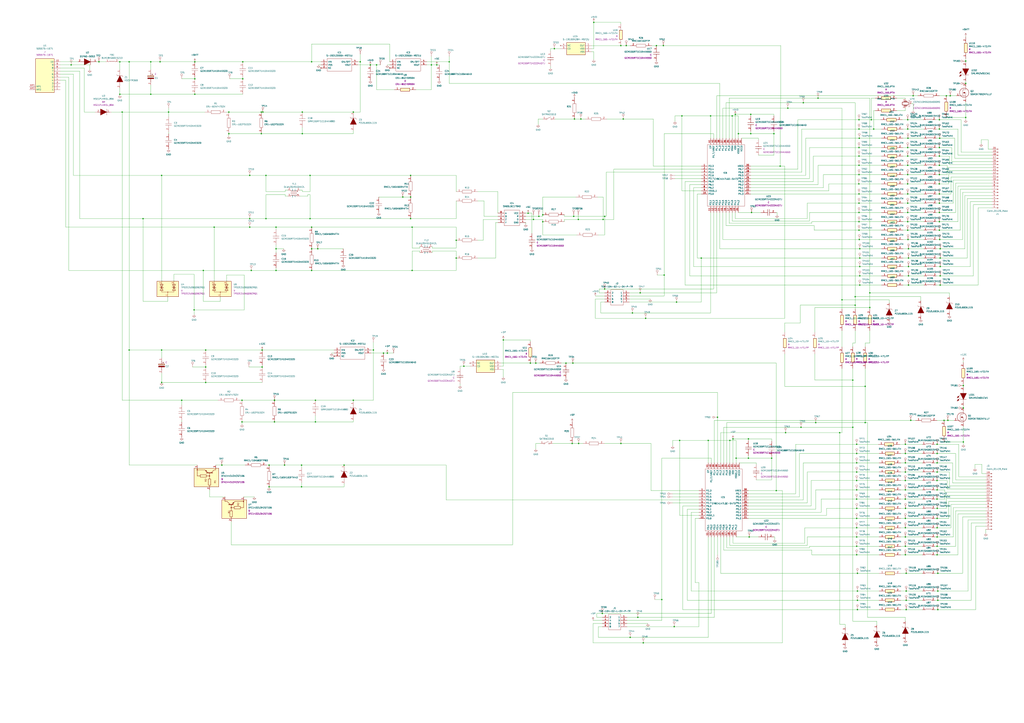
<source format=kicad_sch>
(kicad_sch (version 20211123) (generator eeschema)
  (paper "A1")
  (junction (at 769.62 387.985))
  (junction (at 511.8776 97.79))
  (junction (at 770.255 493.395))
  (junction (at 743.585 441.325))
  (junction (at 248.285 109.855))
  (junction (at 717.55 106.045))
  (junction (at 771.525 189.23))
  (junction (at 98.425 77.47))
  (junction (at 123.825 50.8))
  (junction (at 791.21 335.28))
  (junction (at 743.585 455.93))
  (junction (at 123.825 77.47))
  (junction (at 743.6656 417.83))
  (junction (at 769.62 426.085))
  (junction (at 555.625 248.285))
  (junction (at 606.425 109.855))
  (junction (at 464.82 298.45))
  (junction (at 745.49 121.285))
  (junction (at 206.375 222.25))
  (junction (at 769.7006 417.83))
  (junction (at 769.5601 394.97))
  (junction (at 295.91 50.8))
  (junction (at 440.055 298.45))
  (junction (at 746.125 212.09))
  (junction (at 745.49 135.89))
  (junction (at 710.565 317.5))
  (junction (at 745.7318 196.85))
  (junction (at 338.455 186.69))
  (junction (at 168.91 314.325))
  (junction (at 635.635 109.855))
  (junction (at 199.39 64.77))
  (junction (at 614.68 360.68))
  (junction (at 260.985 204.47))
  (junction (at 771.7668 196.85))
  (junction (at 745.49 174.625))
  (junction (at 746.125 234.315))
  (junction (at 220.98 382.27))
  (junction (at 509.9726 364.49))
  (junction (at 714.375 252.73))
  (junction (at 705.485 121.285))
  (junction (at 705.485 189.23))
  (junction (at 703.58 441.325))
  (junction (at 689.61 355.6))
  (junction (at 769.62 372.745))
  (junction (at 368.935 50.8))
  (junction (at 159.385 254.635))
  (junction (at 259.08 346.71))
  (junction (at 705.3943 151.13))
  (junction (at 616.585 93.98))
  (junction (at 659.765 84.455))
  (junction (at 132.715 144.145))
  (junction (at 475.1991 364.49))
  (junction (at 745.49 167.005))
  (junction (at 374.65 197.485))
  (junction (at 58.42 53.34))
  (junction (at 705.485 174.625))
  (junction (at 671.83 80.645))
  (junction (at 168.91 287.655))
  (junction (at 704.215 501.015))
  (junction (at 106.045 50.8))
  (junction (at 509.905 37.465))
  (junction (at 703.5201 394.97))
  (junction (at 330.835 161.925))
  (junction (at 703.58 402.59))
  (junction (at 132.715 287.655))
  (junction (at 706.12 212.09))
  (junction (at 769.5595 410.21))
  (junction (at 215.265 287.655))
  (junction (at 703.58 433.705))
  (junction (at 705.485 167.005))
  (junction (at 604.52 376.555))
  (junction (at 337.185 179.705))
  (junction (at 495.3 180.34))
  (junction (at 614.68 376.555))
  (junction (at 338.455 222.25))
  (junction (at 702.31 250.825))
  (junction (at 470.535 298.45))
  (junction (at 772.16 219.075))
  (junction (at 746.125 204.47))
  (junction (at 205.105 179.705))
  (junction (at 771.4343 151.13))
  (junction (at 793.115 68.58))
  (junction (at 778.51 345.44))
  (junction (at 714.375 240.665))
  (junction (at 745.49 128.27))
  (junction (at 745.49 143.51))
  (junction (at 167.005 222.25))
  (junction (at 771.525 167.005))
  (junction (at 309.245 53.34))
  (junction (at 477.1041 97.79))
  (junction (at 769.62 402.59))
  (junction (at 703.5195 410.21))
  (junction (at 772.16 212.09))
  (junction (at 199.39 50.8))
  (junction (at 255.905 222.25))
  (junction (at 455.295 40.005))
  (junction (at 746.125 219.075))
  (junction (at 744.22 501.015))
  (junction (at 337.185 161.925))
  (junction (at 225.4463 328.93))
  (junction (at 205.105 186.69))
  (junction (at 743.585 372.745))
  (junction (at 745.49 189.23))
  (junction (at 599.44 361.95))
  (junction (at 560.07 95.25))
  (junction (at 615.315 441.325))
  (junction (at 433.705 175.26))
  (junction (at 182.245 382.27))
  (junction (at 187.96 92.075))
  (junction (at 496.57 177.8))
  (junction (at 545.465 226.06))
  (junction (at 225.425 346.71))
  (junction (at 496.57 237.49))
  (junction (at 205.105 144.145))
  (junction (at 769.62 441.325))
  (junction (at 743.585 387.985))
  (junction (at 544.83 37.465))
  (junction (at 777.24 78.74))
  (junction (at 780.415 78.74))
  (junction (at 691.515 246.38))
  (junction (at 702.31 243.84))
  (junction (at 601.98 360.68))
  (junction (at 771.525 106.045))
  (junction (at 772.16 204.47))
  (junction (at 519.43 257.175))
  (junction (at 254.635 179.705))
  (junction (at 748.03 345.44))
  (junction (at 637.54 403.225))
  (junction (at 705.485 143.51))
  (junction (at 770.255 471.17))
  (junction (at 438.15 180.34))
  (junction (at 247.65 382.27))
  (junction (at 647.065 88.9))
  (junction (at 771.525 135.89))
  (junction (at 769.62 455.93))
  (junction (at 771.525 143.51))
  (junction (at 469.9 364.49))
  (junction (at 215.265 301.625))
  (junction (at 700.405 312.42))
  (junction (at 703.58 387.985))
  (junction (at 743.585 402.59))
  (junction (at 282.575 382.27))
  (junction (at 220.98 400.05))
  (junction (at 700.405 351.155))
  (junction (at 226.695 222.25))
  (junction (at 745.49 106.045))
  (junction (at 445.77 176.53))
  (junction (at 772.16 234.315))
  (junction (at 471.805 97.79))
  (junction (at 744.22 471.17))
  (junction (at 442.595 177.8))
  (junction (at 633.73 376.555))
  (junction (at 445.77 182.245))
  (junction (at 259.08 328.93))
  (junction (at 226.695 204.47))
  (junction (at 793.115 96.52))
  (junction (at 304.165 53.34))
  (junction (at 81.28 50.8))
  (junction (at 581.66 361.95))
  (junction (at 374.65 212.09))
  (junction (at 413.385 279.4))
  (junction (at 575.945 212.09))
  (junction (at 770.255 501.015))
  (junction (at 558.165 361.95))
  (junction (at 743.5251 394.97))
  (junction (at 149.225 328.93))
  (junction (at 771.525 174.625))
  (junction (at 168.91 301.625))
  (junction (at 543.56 492.76))
  (junction (at 255.905 186.69))
  (junction (at 745.49 182.245))
  (junction (at 669.925 347.345))
  (junction (at 474.98 180.34))
  (junction (at 744.22 493.395))
  (junction (at 791.21 363.22))
  (junction (at 771.7367 113.665))
  (junction (at 743.585 426.085))
  (junction (at 306.705 287.655))
  (junction (at 705.485 98.425))
  (junction (at 706.12 226.695))
  (junction (at 487.68 18.415))
  (junction (at 255.905 204.47))
  (junction (at 553.72 514.985))
  (junction (at 616.585 109.855))
  (junction (at 160.02 50.8))
  (junction (at 769.62 380.365))
  (junction (at 715.645 98.425))
  (junction (at 705.485 135.89))
  (junction (at 381 300.99))
  (junction (at 769.62 448.945))
  (junction (at 743.585 433.705))
  (junction (at 589.28 342.9))
  (junction (at 617.22 174.625))
  (junction (at 705.7268 196.85))
  (junction (at 743.585 448.945))
  (junction (at 523.875 507.365))
  (junction (at 703.6606 417.83))
  (junction (at 705.485 106.045))
  (junction (at 117.475 179.705))
  (junction (at 226.695 186.69))
  (junction (at 254.635 144.145))
  (junction (at 525.78 240.665))
  (junction (at 214.63 92.075))
  (junction (at 745.49 159.385))
  (junction (at 775.335 345.44))
  (junction (at 160.02 64.77))
  (junction (at 771.525 98.425))
  (junction (at 744.22 485.775))
  (junction (at 514.35 37.465))
  (junction (at 793.115 50.165))
  (junction (at 218.44 144.145))
  (junction (at 290.195 328.93))
  (junction (at 703.58 426.085))
  (junction (at 100.33 92.075))
  (junction (at 435.61 298.45))
  (junction (at 770.255 485.775))
  (junction (at 705.485 159.385))
  (junction (at 471.17 177.8))
  (junction (at 771.525 121.285))
  (junction (at 583.565 95.25))
  (junction (at 106.045 287.655))
  (junction (at 337.185 144.145))
  (junction (at 706.12 219.075))
  (junction (at 704.215 493.395))
  (junction (at 703.58 448.945))
  (junction (at 358.775 53.34))
  (junction (at 318.135 290.195))
  (junction (at 98.425 50.8))
  (junction (at 218.44 179.705))
  (junction (at 705.485 128.27))
  (junction (at 769.62 433.705))
  (junction (at 198.755 346.71))
  (junction (at 743.5245 410.21))
  (junction (at 791.21 316.865))
  (junction (at 706.12 234.315))
  (junction (at 710.565 347.345))
  (junction (at 771.525 182.245))
  (junction (at 187.96 109.855))
  (junction (at 530.225 261.62))
  (junction (at 131.445 50.8))
  (junction (at 771.525 128.27))
  (junction (at 645.16 355.6))
  (junction (at 494.665 504.19))
  (junction (at 772.16 226.695))
  (junction (at 225.425 328.93))
  (junction (at 248.285 92.075))
  (junction (at 198.755 328.93))
  (junction (at 160.02 77.47))
  (junction (at 517.525 523.875))
  (junction (at 745.7017 113.665))
  (junction (at 704.215 471.17))
  (junction (at 290.195 92.075))
  (junction (at 749.935 78.74))
  (junction (at 132.715 314.325))
  (junction (at 528.32 528.32))
  (junction (at 703.58 380.365))
  (junction (at 705.485 182.245))
  (junction (at 769.62 365.125))
  (junction (at 247.65 400.05))
  (junction (at 215.9213 92.075))
  (junction (at 233.68 382.27))
  (junction (at 745.3993 151.13))
  (junction (at 745.49 98.425))
  (junction (at 214.63 109.855))
  (junction (at 314.96 290.195))
  (junction (at 771.525 159.385))
  (junction (at 705.6967 113.665))
  (junction (at 175.895 186.69))
  (junction (at 743.585 380.365))
  (junction (at 354.33 53.34))
  (junction (at 706.12 204.47))
  (junction (at 703.58 365.125))
  (junction (at 138.43 92.075))
  (junction (at 743.585 365.125))
  (junction (at 603.885 93.98))
  (junction (at 255.905 50.8))
  (junction (at 703.58 372.745))
  (junction (at 746.125 226.695))
  (junction (at 704.215 485.775))
  (junction (at 539.115 37.465))
  (junction (at 601.345 95.25))
  (junction (at 657.86 351.155))
  (junction (at 703.58 455.93))
  (junction (at 640.715 136.525))
  (wire (pts (xy 814.705 127.635) (xy 786.765 127.635)))
  (wire (pts (xy 591.82 441.325) (xy 591.82 471.17)))
  (wire (pts (xy 138.43 92.075) (xy 168.275 92.075)))
  (wire (pts (xy 496.57 248.285) (xy 493.395 248.285)))
  (wire (pts (xy 598.805 113.665) (xy 598.805 80.645)))
  (wire (pts (xy 575.945 141.605) (xy 497.84 141.605)))
  (wire (pts (xy 676.275 154.305) (xy 676.275 143.51)))
  (wire (pts (xy 490.855 161.925) (xy 495.3 161.925)))
  (wire (pts (xy 655.32 139.065) (xy 655.32 98.425)))
  (wire (pts (xy 525.78 240.665) (xy 588.645 240.665)))
  (wire (pts (xy 743.585 402.59) (xy 757.555 402.59)))
  (wire (pts (xy 746.125 204.47) (xy 758.825 204.47)))
  (wire (pts (xy 769.62 448.945) (xy 767.715 448.945)))
  (wire (pts (xy 254.635 160.02) (xy 252.73 160.02)))
  (wire (pts (xy 106.045 287.655) (xy 132.715 287.655)))
  (wire (pts (xy 344.805 203.835) (xy 344.805 202.565)))
  (wire (pts (xy 494.665 504.19) (xy 490.22 504.19)))
  (wire (pts (xy 614.68 403.225) (xy 637.54 403.225)))
  (wire (pts (xy 413.385 303.53) (xy 411.48 303.53)))
  (wire (pts (xy 702.31 243.84) (xy 702.31 250.825)))
  (wire (pts (xy 408.94 175.26) (xy 408.94 157.48)))
  (wire (pts (xy 584.2 376.555) (xy 584.2 380.365)))
  (wire (pts (xy 671.83 80.645) (xy 714.375 80.645)))
  (wire (pts (xy 247.65 382.27) (xy 282.575 382.27)))
  (wire (pts (xy 768.985 226.695) (xy 772.16 226.695)))
  (wire (pts (xy 492.125 240.665) (xy 496.57 240.665)))
  (wire (pts (xy 784.86 150.495) (xy 784.86 174.625)))
  (wire (pts (xy 809.625 422.275) (xy 786.765 422.275)))
  (wire (pts (xy 705.485 143.51) (xy 723.9 143.51)))
  (wire (pts (xy 514.35 37.465) (xy 509.905 37.465)))
  (wire (pts (xy 706.12 204.47) (xy 723.9 204.47)))
  (wire (pts (xy 187.96 111.76) (xy 187.96 109.855)))
  (wire (pts (xy 142.875 231.14) (xy 142.875 225.425)))
  (wire (pts (xy 680.72 156.845) (xy 680.72 151.13)))
  (wire (pts (xy 715.645 98.425) (xy 723.265 98.425)))
  (wire (pts (xy 616.585 149.225) (xy 668.02 149.225)))
  (wire (pts (xy 636.27 443.23) (xy 636.27 441.325)))
  (wire (pts (xy 657.225 265.43) (xy 657.225 250.825)))
  (wire (pts (xy 614.68 415.925) (xy 666.115 415.925)))
  (wire (pts (xy 739.775 485.775) (xy 744.22 485.775)))
  (wire (pts (xy 606.425 113.665) (xy 606.425 109.855)))
  (wire (pts (xy 739.775 441.325) (xy 743.585 441.325)))
  (wire (pts (xy 397.51 177.8) (xy 408.94 177.8)))
  (wire (pts (xy 488.95 243.205) (xy 496.57 243.205)))
  (wire (pts (xy 662.94 448.31) (xy 662.94 441.325)))
  (wire (pts (xy 215.9213 92.075) (xy 248.285 92.075)))
  (wire (pts (xy 799.465 168.275) (xy 799.465 226.695)))
  (wire (pts (xy 741.045 98.425) (xy 745.49 98.425)))
  (wire (pts (xy 691.515 271.78) (xy 691.515 285.115)))
  (wire (pts (xy 748.665 85.09) (xy 749.935 85.09)))
  (wire (pts (xy 435.61 280.67) (xy 435.61 279.4)))
  (wire (pts (xy 205.105 144.145) (xy 218.44 144.145)))
  (wire (pts (xy 668.655 189.23) (xy 705.485 189.23)))
  (wire (pts (xy 782.955 147.955) (xy 782.955 167.005)))
  (wire (pts (xy 777.875 401.955) (xy 777.875 394.97)))
  (wire (pts (xy 252.73 160.02) (xy 252.73 161.29)))
  (wire (pts (xy 635.635 109.855) (xy 616.585 109.855)))
  (wire (pts (xy 49.53 50.8) (xy 64.135 50.8)))
  (wire (pts (xy 569.595 154.305) (xy 575.945 154.305)))
  (wire (pts (xy 567.69 485.775) (xy 704.215 485.775)))
  (wire (pts (xy 517.525 523.875) (xy 581.66 523.875)))
  (wire (pts (xy 814.705 142.875) (xy 779.145 142.875)))
  (wire (pts (xy 714.375 271.78) (xy 714.375 281.94)))
  (wire (pts (xy 248.285 156.21) (xy 248.285 157.48)))
  (wire (pts (xy 691.515 88.9) (xy 691.515 246.38)))
  (wire (pts (xy 739.775 471.17) (xy 744.22 471.17)))
  (wire (pts (xy 234.315 160.02) (xy 234.315 161.29)))
  (wire (pts (xy 674.37 421.005) (xy 674.37 410.21)))
  (wire (pts (xy 768.985 167.005) (xy 771.525 167.005)))
  (wire (pts (xy 736.6 80.645) (xy 743.585 80.645)))
  (wire (pts (xy 782.955 417.195) (xy 782.955 441.325)))
  (wire (pts (xy 478.79 364.49) (xy 475.1991 364.49)))
  (wire (pts (xy 247.65 396.875) (xy 247.65 400.05)))
  (wire (pts (xy 702.31 250.825) (xy 702.31 254)))
  (wire (pts (xy 496.57 245.745) (xy 488.95 245.745)))
  (wire (pts (xy 691.515 302.895) (xy 691.515 355.6)))
  (wire (pts (xy 186.055 226.06) (xy 186.055 231.14)))
  (wire (pts (xy 259.08 328.93) (xy 290.195 328.93)))
  (wire (pts (xy 710.565 302.895) (xy 710.565 317.5)))
  (wire (pts (xy 49.53 60.96) (xy 60.325 60.96)))
  (wire (pts (xy 790.575 196.85) (xy 771.7668 196.85)))
  (wire (pts (xy 350.52 53.34) (xy 354.33 53.34)))
  (wire (pts (xy 706.12 226.695) (xy 723.9 226.695)))
  (wire (pts (xy 445.77 177.8) (xy 445.77 176.53)))
  (wire (pts (xy 739.775 417.83) (xy 743.6656 417.83)))
  (wire (pts (xy 290.195 107.315) (xy 290.195 109.855)))
  (wire (pts (xy 204.47 301.625) (xy 215.265 301.625)))
  (wire (pts (xy 552.45 408.305) (xy 574.04 408.305)))
  (wire (pts (xy 787.4 391.795) (xy 787.4 365.125)))
  (wire (pts (xy 440.055 364.49) (xy 443.865 364.49)))
  (wire (pts (xy 234.315 161.29) (xy 236.22 161.29)))
  (wire (pts (xy 320.04 36.195) (xy 255.905 36.195)))
  (wire (pts (xy 117.475 247.65) (xy 117.475 179.705)))
  (wire (pts (xy 745.49 159.385) (xy 758.825 159.385)))
  (wire (pts (xy 131.445 50.8) (xy 160.02 50.8)))
  (wire (pts (xy 730.25 246.38) (xy 691.515 246.38)))
  (wire (pts (xy 208.915 408.305) (xy 200.025 408.305)))
  (wire (pts (xy 469.9 364.49) (xy 454.025 364.49)))
  (wire (pts (xy 252.73 161.29) (xy 246.38 161.29)))
  (wire (pts (xy 789.305 125.095) (xy 789.305 98.425)))
  (wire (pts (xy 768.985 113.665) (xy 771.7367 113.665)))
  (wire (pts (xy 226.695 204.47) (xy 226.695 201.295)))
  (wire (pts (xy 745.49 167.005) (xy 758.825 167.005)))
  (wire (pts (xy 368.935 46.355) (xy 368.935 50.8)))
  (wire (pts (xy 477.1041 97.79) (xy 471.805 97.79)))
  (wire (pts (xy 220.98 382.27) (xy 233.68 382.27)))
  (wire (pts (xy 622.935 114.935) (xy 622.935 113.665)))
  (wire (pts (xy 666.75 183.515) (xy 666.75 182.245)))
  (wire (pts (xy 655.32 98.425) (xy 705.485 98.425)))
  (wire (pts (xy 374.65 165.1) (xy 374.65 179.705)))
  (wire (pts (xy 702.31 271.78) (xy 702.31 281.94)))
  (wire (pts (xy 700.405 351.155) (xy 700.405 312.42)))
  (wire (pts (xy 743.585 448.945) (xy 757.555 448.945)))
  (wire (pts (xy 814.705 137.795) (xy 777.875 137.795)))
  (wire (pts (xy 788.67 155.575) (xy 788.67 189.23)))
  (wire (pts (xy 214.63 109.855) (xy 248.285 109.855)))
  (wire (pts (xy 770.255 501.015) (xy 767.715 501.015)))
  (wire (pts (xy 770.255 485.775) (xy 767.715 485.775)))
  (wire (pts (xy 295.91 44.45) (xy 295.91 50.8)))
  (wire (pts (xy 705.485 174.625) (xy 723.9 174.625)))
  (wire (pts (xy 717.55 90.805) (xy 717.55 106.045)))
  (wire (pts (xy 98.425 78.105) (xy 98.425 77.47)))
  (wire (pts (xy 581.66 523.875) (xy 581.66 441.325)))
  (wire (pts (xy 777.875 394.97) (xy 769.5601 394.97)))
  (wire (pts (xy 803.275 170.815) (xy 803.275 234.315)))
  (wire (pts (xy 784.225 130.175) (xy 784.225 113.665)))
  (wire (pts (xy 604.52 376.555) (xy 604.52 361.95)))
  (wire (pts (xy 814.705 125.095) (xy 789.305 125.095)))
  (wire (pts (xy 225.425 328.93) (xy 225.4463 328.93)))
  (wire (pts (xy 539.75 226.06) (xy 545.465 226.06)))
  (wire (pts (xy 792.48 160.655) (xy 792.48 204.47)))
  (wire (pts (xy 586.105 109.855) (xy 586.105 113.665)))
  (wire (pts (xy 493.395 257.175) (xy 519.43 257.175)))
  (wire (pts (xy 69.215 92.075) (xy 69.215 55.88)))
  (wire (pts (xy 784.86 394.335) (xy 784.86 372.745)))
  (wire (pts (xy 614.68 418.465) (xy 669.925 418.465)))
  (wire (pts (xy 662.94 179.705) (xy 662.94 167.005)))
  (wire (pts (xy 593.725 174.625) (xy 593.725 196.85)))
  (wire (pts (xy 519.43 257.175) (xy 583.565 257.175)))
  (wire (pts (xy 745.49 135.89) (xy 758.825 135.89)))
  (wire (pts (xy 814.705 168.275) (xy 799.465 168.275)))
  (wire (pts (xy 392.43 165.1) (xy 397.51 165.1)))
  (wire (pts (xy 794.385 212.09) (xy 772.16 212.09)))
  (wire (pts (xy 743.5251 394.97) (xy 757.555 394.97)))
  (wire (pts (xy 491.49 523.875) (xy 517.525 523.875)))
  (wire (pts (xy 534.035 245.745) (xy 516.89 245.745)))
  (wire (pts (xy 495.3 180.34) (xy 474.98 180.34)))
  (wire (pts (xy 575.945 212.09) (xy 706.12 212.09)))
  (wire (pts (xy 586.74 507.365) (xy 586.74 441.325)))
  (wire (pts (xy 635.635 107.95) (xy 635.635 109.855)))
  (wire (pts (xy 784.86 372.745) (xy 769.62 372.745)))
  (wire (pts (xy 295.91 50.8) (xy 294.005 50.8)))
  (wire (pts (xy 492.125 237.49) (xy 492.125 240.665)))
  (wire (pts (xy 354.965 203.835) (xy 374.65 203.835)))
  (wire (pts (xy 616.585 154.305) (xy 676.275 154.305)))
  (wire (pts (xy 554.355 144.145) (xy 575.945 144.145)))
  (wire (pts (xy 633.73 376.555) (xy 614.68 376.555)))
  (wire (pts (xy 781.05 414.655) (xy 781.05 433.705)))
  (wire (pts (xy 805.815 118.11) (xy 805.815 114.935)))
  (wire (pts (xy 644.525 273.05) (xy 644.525 265.43)))
  (wire (pts (xy 452.12 40.005) (xy 455.295 40.005)))
  (wire (pts (xy 768.985 204.47) (xy 772.16 204.47)))
  (wire (pts (xy 226.695 186.69) (xy 255.905 186.69)))
  (wire (pts (xy 226.695 220.345) (xy 226.695 222.25)))
  (wire (pts (xy 56.515 63.5) (xy 49.53 63.5)))
  (wire (pts (xy 801.37 432.435) (xy 801.37 501.015)))
  (wire (pts (xy 633.73 394.335) (xy 633.73 376.555)))
  (wire (pts (xy 73.66 57.15) (xy 73.66 53.34)))
  (wire (pts (xy 309.245 73.66) (xy 309.245 53.34)))
  (wire (pts (xy 705.485 182.245) (xy 723.9 182.245)))
  (wire (pts (xy 657.225 250.825) (xy 702.31 250.825)))
  (wire (pts (xy 788.67 189.23) (xy 771.525 189.23)))
  (wire (pts (xy 452.12 55.88) (xy 452.12 54.61)))
  (wire (pts (xy 745.49 182.245) (xy 758.825 182.245)))
  (wire (pts (xy 572.77 212.09) (xy 572.77 159.385)))
  (wire (pts (xy 705.485 189.23) (xy 723.9 189.23)))
  (wire (pts (xy 814.705 130.175) (xy 784.225 130.175)))
  (wire (pts (xy 622.935 113.665) (xy 608.965 113.665)))
  (wire (pts (xy 123.825 50.8) (xy 131.445 50.8)))
  (wire (pts (xy 809.625 417.195) (xy 782.955 417.195)))
  (wire (pts (xy 779.78 240.665) (xy 714.375 240.665)))
  (wire (pts (xy 792.48 204.47) (xy 772.16 204.47)))
  (wire (pts (xy 809.625 391.795) (xy 787.4 391.795)))
  (wire (pts (xy 656.59 408.305) (xy 656.59 372.745)))
  (wire (pts (xy 768.985 196.85) (xy 771.7668 196.85)))
  (wire (pts (xy 768.985 128.27) (xy 771.525 128.27)))
  (wire (pts (xy 558.165 361.95) (xy 581.66 361.95)))
  (wire (pts (xy 255.905 50.8) (xy 263.525 50.8)))
  (wire (pts (xy 497.84 141.605) (xy 497.84 177.8)))
  (wire (pts (xy 566.42 226.695) (xy 566.42 151.765)))
  (wire (pts (xy 781.05 159.385) (xy 771.525 159.385)))
  (wire (pts (xy 653.415 405.765) (xy 653.415 365.125)))
  (wire (pts (xy 809.625 409.575) (xy 777.24 409.575)))
  (wire (pts (xy 149.225 332.74) (xy 149.225 328.93)))
  (wire (pts (xy 560.705 501.015) (xy 704.215 501.015)))
  (wire (pts (xy 248.285 157.48) (xy 254.635 157.48)))
  (wire (pts (xy 570.865 478.79) (xy 570.865 426.085)))
  (wire (pts (xy 787.4 365.125) (xy 769.62 365.125)))
  (wire (pts (xy 645.16 355.6) (xy 689.61 355.6)))
  (wire (pts (xy 601.98 446.405) (xy 661.035 446.405)))
  (wire (pts (xy 186.055 92.075) (xy 187.96 92.075)))
  (wire (pts (xy 433.705 175.26) (xy 436.88 175.26)))
  (wire (pts (xy 290.195 92.075) (xy 295.91 92.075)))
  (wire (pts (xy 260.985 204.47) (xy 255.905 204.47)))
  (wire (pts (xy 596.265 113.665) (xy 596.265 84.455)))
  (wire (pts (xy 254.635 179.705) (xy 337.185 179.705)))
  (wire (pts (xy 480.695 97.79) (xy 477.1041 97.79)))
  (wire (pts (xy 814.705 163.195) (xy 794.385 163.195)))
  (wire (pts (xy 494.665 512.445) (xy 487.045 512.445)))
  (wire (pts (xy 814.705 170.815) (xy 803.275 170.815)))
  (wire (pts (xy 771.525 98.425) (xy 768.35 98.425)))
  (wire (pts (xy 564.515 493.395) (xy 564.515 418.465)))
  (wire (pts (xy 226.695 204.47) (xy 233.045 204.47)))
  (wire (pts (xy 374.65 212.09) (xy 374.65 222.25)))
  (wire (pts (xy 741.68 106.045) (xy 745.49 106.045)))
  (wire (pts (xy 338.455 203.835) (xy 344.805 203.835)))
  (wire (pts (xy 666.115 415.925) (xy 666.115 394.97)))
  (wire (pts (xy 234.315 157.48) (xy 218.44 157.48)))
  (wire (pts (xy 509.905 37.465) (xy 485.775 37.465)))
  (wire (pts (xy 255.905 36.195) (xy 255.905 50.8)))
  (wire (pts (xy 784.86 448.945) (xy 769.62 448.945)))
  (wire (pts (xy 338.455 206.375) (xy 338.455 222.25)))
  (wire (pts (xy 594.36 441.325) (xy 594.36 452.12)))
  (wire (pts (xy 588.645 240.665) (xy 588.645 174.625)))
  (wire (pts (xy 596.265 174.625) (xy 596.265 185.42)))
  (wire (pts (xy 199.39 50.8) (xy 255.905 50.8)))
  (wire (pts (xy 694.055 513.08) (xy 689.61 513.08)))
  (wire (pts (xy 790.575 424.815) (xy 809.625 424.815)))
  (wire (pts (xy 295.91 50.8) (xy 295.91 92.075)))
  (wire (pts (xy 806.45 381.635) (xy 806.45 389.255)))
  (wire (pts (xy 436.88 175.26) (xy 436.88 191.77)))
  (wire (pts (xy 220.98 400.05) (xy 220.98 400.685)))
  (wire (pts (xy 431.8 182.88) (xy 431.8 184.15)))
  (wire (pts (xy 715.645 80.645) (xy 715.645 98.425)))
  (wire (pts (xy 175.895 186.69) (xy 205.105 186.69)))
  (wire (pts (xy 564.515 493.395) (xy 704.215 493.395)))
  (wire (pts (xy 106.045 382.27) (xy 106.045 287.655)))
  (wire (pts (xy 668.655 185.42) (xy 668.655 189.23)))
  (wire (pts (xy 784.86 174.625) (xy 771.525 174.625)))
  (wire (pts (xy 604.52 361.95) (xy 599.44 361.95)))
  (wire (pts (xy 514.985 514.985) (xy 553.72 514.985)))
  (wire (pts (xy 354.33 53.34) (xy 358.775 53.34)))
  (wire (pts (xy 606.425 109.855) (xy 606.425 95.25)))
  (wire (pts (xy 743.585 441.325) (xy 757.555 441.325)))
  (wire (pts (xy 566.42 151.765) (xy 575.945 151.765)))
  (wire (pts (xy 797.56 493.395) (xy 770.255 493.395)))
  (wire (pts (xy 714.375 281.94) (xy 710.565 281.94)))
  (wire (pts (xy 312.42 53.34) (xy 309.245 53.34)))
  (wire (pts (xy 668.02 128.27) (xy 705.485 128.27)))
  (wire (pts (xy 739.775 380.365) (xy 743.585 380.365)))
  (wire (pts (xy 474.98 176.53) (xy 474.98 180.34)))
  (wire (pts (xy 704.215 471.17) (xy 721.995 471.17)))
  (wire (pts (xy 606.425 174.625) (xy 617.22 174.625)))
  (wire (pts (xy 562.61 234.315) (xy 706.12 234.315)))
  (wire (pts (xy 160.02 50.8) (xy 199.39 50.8)))
  (wire (pts (xy 487.68 42.545) (xy 485.775 42.545)))
  (wire (pts (xy 664.845 181.61) (xy 664.845 174.625)))
  (wire (pts (xy 745.7017 113.665) (xy 758.825 113.665)))
  (wire (pts (xy 614.68 405.765) (xy 653.415 405.765)))
  (wire (pts (xy 509.9726 364.49) (xy 496.57 364.49)))
  (wire (pts (xy 782.955 441.325) (xy 769.62 441.325)))
  (wire (pts (xy 330.835 161.925) (xy 337.185 161.925)))
  (wire (pts (xy 168.91 301.625) (xy 168.91 300.355)))
  (wire (pts (xy 306.705 287.655) (xy 306.705 328.93)))
  (wire (pts (xy 793.115 83.82) (xy 793.115 96.52)))
  (wire (pts (xy 254.635 160.02) (xy 254.635 179.705)))
  (wire (pts (xy 659.765 410.845) (xy 659.765 380.365)))
  (wire (pts (xy 795.02 485.775) (xy 770.255 485.775)))
  (wire (pts (xy 491.49 514.985) (xy 491.49 523.875)))
  (wire (pts (xy 739.775 372.745) (xy 743.585 372.745)))
  (wire (pts (xy 666.75 182.245) (xy 705.485 182.245)))
  (wire (pts (xy 741.68 113.665) (xy 745.7017 113.665)))
  (wire (pts (xy 78.105 92.075) (xy 69.215 92.075)))
  (wire (pts (xy 196.85 328.93) (xy 198.755 328.93)))
  (wire (pts (xy 779.145 412.115) (xy 779.145 426.085)))
  (wire (pts (xy 786.765 153.035) (xy 786.765 182.245)))
  (wire (pts (xy 803.275 234.315) (xy 772.16 234.315)))
  (wire (pts (xy 814.705 140.335) (xy 777.875 140.335)))
  (wire (pts (xy 745.3993 151.13) (xy 758.825 151.13)))
  (wire (pts (xy 226.695 188.595) (xy 226.695 186.69)))
  (wire (pts (xy 661.67 144.145) (xy 661.67 113.665)))
  (wire (pts (xy 123.825 69.85) (xy 123.825 77.47)))
  (wire (pts (xy 377.825 300.99) (xy 381 300.99)))
  (wire (pts (xy 488.95 261.62) (xy 530.225 261.62)))
  (wire (pts (xy 219.075 382.27) (xy 220.98 382.27)))
  (wire (pts (xy 254.635 179.705) (xy 218.44 179.705)))
  (wire (pts (xy 784.225 113.665) (xy 771.7367 113.665)))
  (wire (pts (xy 703.58 380.365) (xy 721.995 380.365)))
  (wire (pts (xy 814.705 145.415) (xy 781.05 145.415)))
  (wire (pts (xy 337.185 179.705) (xy 374.65 179.705)))
  (wire (pts (xy 56.515 222.25) (xy 56.515 63.5)))
  (wire (pts (xy 775.335 363.22) (xy 791.21 363.22)))
  (wire (pts (xy 811.53 122.555) (xy 814.705 122.555)))
  (wire (pts (xy 741.68 189.23) (xy 745.49 189.23)))
  (wire (pts (xy 132.715 294.005) (xy 132.715 287.655)))
  (wire (pts (xy 661.035 446.405) (xy 661.035 433.705)))
  (wire (pts (xy 642.62 528.32) (xy 642.62 403.225)))
  (wire (pts (xy 703.58 387.985) (xy 721.995 387.985)))
  (wire (pts (xy 793.115 66.675) (xy 793.115 68.58)))
  (wire (pts (xy 189.865 428.625) (xy 189.865 447.675)))
  (wire (pts (xy 161.925 382.27) (xy 106.045 382.27)))
  (wire (pts (xy 407.035 182.88) (xy 408.94 182.88)))
  (wire (pts (xy 791.21 333.375) (xy 791.21 335.28)))
  (wire (pts (xy 69.215 55.88) (xy 49.53 55.88)))
  (wire (pts (xy 504.19 139.065) (xy 504.19 180.34)))
  (wire (pts (xy 431.8 175.26) (xy 433.705 175.26)))
  (wire (pts (xy 314.96 290.195) (xy 318.135 290.195)))
  (wire (pts (xy 490.22 507.365) (xy 494.665 507.365)))
  (wire (pts (xy 779.78 387.985) (xy 769.62 387.985)))
  (wire (pts (xy 659.765 84.455) (xy 702.31 84.455)))
  (wire (pts (xy 463.55 182.245) (xy 463.55 180.34)))
  (wire (pts (xy 705.485 167.005) (xy 723.9 167.005)))
  (wire (pts (xy 445.77 193.04) (xy 445.77 182.245)))
  (wire (pts (xy 758.825 234.315) (xy 746.125 234.315)))
  (wire (pts (xy 514.985 509.905) (xy 543.56 509.905)))
  (wire (pts (xy 536.575 97.79) (xy 511.8776 97.79)))
  (wire (pts (xy 187.96 109.855) (xy 214.63 109.855)))
  (wire (pts (xy 616.585 136.525) (xy 640.715 136.525)))
  (wire (pts (xy 671.83 151.765) (xy 671.83 135.89)))
  (wire (pts (xy 132.715 231.14) (xy 132.715 144.145)))
  (wire (pts (xy 781.685 132.715) (xy 781.685 121.285)))
  (wire (pts (xy 718.82 80.645) (xy 715.645 80.645)))
  (wire (pts (xy 714.375 252.73) (xy 714.375 254)))
  (wire (pts (xy 123.825 77.47) (xy 160.02 77.47)))
  (wire (pts (xy 769.62 433.705) (xy 767.715 433.705)))
  (wire (pts (xy 594.36 351.155) (xy 657.86 351.155)))
  (wire (pts (xy 756.285 243.84) (xy 702.31 243.84)))
  (wire (pts (xy 225.4463 328.93) (xy 259.08 328.93)))
  (wire (pts (xy 65.405 179.705) (xy 117.475 179.705)))
  (wire (pts (xy 214.63 92.075) (xy 215.9213 92.075)))
  (wire (pts (xy 741.68 196.85) (xy 745.7318 196.85)))
  (wire (pts (xy 741.68 226.695) (xy 746.125 226.695)))
  (wire (pts (xy 160.02 64.77) (xy 160.02 63.5)))
  (wire (pts (xy 435.61 279.4) (xy 413.385 279.4)))
  (wire (pts (xy 739.775 448.945) (xy 743.585 448.945)))
  (wire (pts (xy 744.22 471.17) (xy 757.555 471.17)))
  (wire (pts (xy 746.125 212.09) (xy 758.825 212.09)))
  (wire (pts (xy 545.465 243.205) (xy 545.465 226.06)))
  (wire (pts (xy 704.215 501.015) (xy 721.995 501.015)))
  (wire (pts (xy 741.68 159.385) (xy 745.49 159.385)))
  (wire (pts (xy 199.39 64.77) (xy 199.39 63.5)))
  (wire (pts (xy 599.44 448.31) (xy 662.94 448.31)))
  (wire (pts (xy 572.77 212.09) (xy 575.945 212.09)))
  (wire (pts (xy 354.33 73.66) (xy 354.33 53.34)))
  (wire (pts (xy 666.75 455.93) (xy 703.58 455.93)))
  (wire (pts (xy 778.51 345.44) (xy 783.59 345.44)))
  (wire (pts (xy 768.985 234.315) (xy 772.16 234.315)))
  (wire (pts (xy 796.925 165.735) (xy 796.925 219.075)))
  (wire (pts (xy 159.385 254.635) (xy 200.66 254.635)))
  (wire (pts (xy 516.89 240.665) (xy 525.78 240.665)))
  (wire (pts (xy 741.68 167.005) (xy 745.49 167.005)))
  (wire (pts (xy 470.535 298.45) (xy 464.82 298.45)))
  (wire (pts (xy 809.625 412.115) (xy 779.145 412.115)))
  (wire (pts (xy 589.28 342.9) (xy 589.28 380.365)))
  (wire (pts (xy 768.985 106.045) (xy 771.525 106.045)))
  (wire (pts (xy 591.82 355.6) (xy 645.16 355.6)))
  (wire (pts (xy 744.22 501.015) (xy 739.775 501.015)))
  (wire (pts (xy 374.65 157.48) (xy 374.65 144.145)))
  (wire (pts (xy 703.5201 394.97) (xy 721.995 394.97)))
  (wire (pts (xy 65.405 58.42) (xy 49.53 58.42)))
  (wire (pts (xy 225.425 346.71) (xy 259.08 346.71)))
  (wire (pts (xy 599.44 380.365) (xy 599.44 361.95)))
  (wire (pts (xy 255.905 186.69) (xy 338.455 186.69)))
  (wire (pts (xy 132.715 144.145) (xy 205.105 144.145)))
  (wire (pts (xy 644.525 317.5) (xy 710.565 317.5)))
  (wire (pts (xy 741.68 128.27) (xy 745.49 128.27)))
  (wire (pts (xy 560.07 156.845) (xy 560.07 95.25)))
  (wire (pts (xy 769.62 380.365) (xy 767.715 380.365)))
  (wire (pts (xy 743.585 507.365) (xy 712.47 507.365)))
  (wire (pts (xy 138.43 109.855) (xy 138.43 108.585)))
  (wire (pts (xy 814.705 160.655) (xy 792.48 160.655)))
  (wire (pts (xy 769.5595 410.21) (xy 775.97 410.21)))
  (wire (pts (xy 743.585 426.085) (xy 757.555 426.085)))
  (wire (pts (xy 536.575 97.79) (xy 536.575 136.525)))
  (wire (pts (xy 669.29 273.05) (xy 669.29 252.73)))
  (wire (pts (xy 149.225 346.71) (xy 149.225 345.44)))
  (wire (pts (xy 614.68 413.385) (xy 662.94 413.385)))
  (wire (pts (xy 318.135 53.34) (xy 320.04 53.34)))
  (wire (pts (xy 745.49 128.27) (xy 758.825 128.27)))
  (wire (pts (xy 700.405 351.155) (xy 700.405 510.54)))
  (wire (pts (xy 739.6844 493.395) (xy 744.22 493.395)))
  (wire (pts (xy 497.84 177.8) (xy 496.57 177.8)))
  (wire (pts (xy 741.68 143.51) (xy 745.49 143.51)))
  (wire (pts (xy 793.115 98.425) (xy 793.115 96.52)))
  (wire (pts (xy 769.62 426.085) (xy 767.715 426.085)))
  (wire (pts (xy 749.935 78.74) (xy 753.745 78.74)))
  (wire (pts (xy 782.32 396.875) (xy 782.32 380.365)))
  (wire (pts (xy 791.21 315.595) (xy 791.21 316.865)))
  (wire (pts (xy 188.595 64.77) (xy 199.39 64.77)))
  (wire (pts (xy 809.625 438.15) (xy 809.625 434.975)))
  (wire (pts (xy 603.885 174.625) (xy 603.885 179.705)))
  (wire (pts (xy 545.465 226.06) (xy 545.465 109.855)))
  (wire (pts (xy 706.12 234.315) (xy 723.9 234.315)))
  (wire (pts (xy 438.15 180.34) (xy 445.77 180.34)))
  (wire (pts (xy 644.525 261.62) (xy 644.525 136.525)))
  (wire (pts (xy 591.185 204.47) (xy 706.12 204.47)))
  (wire (pts (xy 601.345 95.25) (xy 583.565 95.25)))
  (wire (pts (xy 137.795 247.65) (xy 117.475 247.65)))
  (wire (pts (xy 591.82 471.17) (xy 704.215 471.17)))
  (wire (pts (xy 435.61 298.45) (xy 411.48 298.45)))
  (wire (pts (xy 745.49 189.23) (xy 758.825 189.23)))
  (wire (pts (xy 598.805 174.625) (xy 598.805 183.515)))
  (wire (pts (xy 593.725 196.85) (xy 705.7268 196.85)))
  (wire (pts (xy 290.195 328.93) (xy 290.195 330.2)))
  (wire (pts (xy 455.295 40.005) (xy 460.375 40.005)))
  (wire (pts (xy 338.455 186.69) (xy 338.455 203.835)))
  (wire (pts (xy 658.495 106.045) (xy 705.485 106.045)))
  (wire (pts (xy 786.765 106.045) (xy 771.525 106.045)))
  (wire (pts (xy 614.68 361.95) (xy 614.68 360.68)))
  (wire (pts (xy 487.045 512.445) (xy 487.045 528.32)))
  (wire (pts (xy 138.43 88.9) (xy 138.43 92.075)))
  (wire (pts (xy 746.125 234.315) (xy 741.68 234.315)))
  (wire (pts (xy 635.635 127.635) (xy 635.635 109.855)))
  (wire (pts (xy 705.485 135.89) (xy 723.9 135.89)))
  (wire (pts (xy 53.975 66.04) (xy 53.975 186.69)))
  (wire (pts (xy 782.32 380.365) (xy 769.62 380.365)))
  (wire (pts (xy 487.045 509.905) (xy 494.665 509.905)))
  (wire (pts (xy 795.02 427.355) (xy 795.02 485.775)))
  (wire (pts (xy 768.985 182.245) (xy 771.525 182.245)))
  (wire (pts (xy 583.565 95.25) (xy 583.565 113.665)))
  (wire (pts (xy 421.005 447.675) (xy 421.005 322.58)))
  (wire (pts (xy 743.585 372.745) (xy 757.555 372.745)))
  (wire (pts (xy 769.62 345.44) (xy 775.335 345.44)))
  (wire (pts (xy 81.28 50.8) (xy 86.995 50.8)))
  (wire (pts (xy 809.625 419.735) (xy 784.86 419.735)))
  (wire (pts (xy 495.3 161.925) (xy 495.3 180.34)))
  (wire (pts (xy 786.765 455.93) (xy 769.62 455.93)))
  (wire (pts (xy 814.705 147.955) (xy 782.955 147.955)))
  (wire (pts (xy 516.89 243.205) (xy 545.465 243.205)))
  (wire (pts (xy 534.67 364.49) (xy 509.9726 364.49)))
  (wire (pts (xy 106.045 50.8) (xy 106.045 287.655)))
  (wire (pts (xy 142.875 225.425) (xy 159.385 225.425)))
  (wire (pts (xy 588.645 78.74) (xy 588.645 113.665)))
  (wire (pts (xy 775.97 402.59) (xy 769.62 402.59)))
  (wire (pts (xy 794.385 163.195) (xy 794.385 212.09)))
  (wire (pts (xy 167.005 247.65) (xy 167.005 222.25)))
  (wire (pts (xy 552.45 366.395) (xy 552.45 361.95)))
  (wire (pts (xy 261.62 53.34) (xy 263.525 53.34)))
  (wire (pts (xy 647.065 88.9) (xy 691.515 88.9)))
  (wire (pts (xy 705.3943 151.13) (xy 723.9 151.13)))
  (wire (pts (xy 198.755 348.615) (xy 198.755 346.71)))
  (wire (pts (xy 793.115 30.48) (xy 793.115 29.845)))
  (wire (pts (xy 552.45 405.765) (xy 574.04 405.765)))
  (wire (pts (xy 569.595 219.075) (xy 706.12 219.075)))
  (wire (pts (xy 781.05 145.415) (xy 781.05 159.385)))
  (wire (pts (xy 779.78 243.84) (xy 779.78 240.665)))
  (wire (pts (xy 603.885 93.98) (xy 603.885 113.665)))
  (wire (pts (xy 616.585 109.855) (xy 606.425 109.855)))
  (wire (pts (xy 366.395 382.27) (xy 366.395 410.845)))
  (wire (pts (xy 809.625 394.335) (xy 784.86 394.335)))
  (wire (pts (xy 98.425 77.47) (xy 123.825 77.47)))
  (wire (pts (xy 593.725 113.665) (xy 593.725 88.9)))
  (wire (pts (xy 714.375 240.665) (xy 714.375 252.73)))
  (wire (pts (xy 290.195 109.855) (xy 248.285 109.855)))
  (wire (pts (xy 569.595 219.075) (xy 569.595 154.305)))
  (wire (pts (xy 290.195 345.44) (xy 290.195 346.71)))
  (wire (pts (xy 79.375 50.8) (xy 81.28 50.8)))
  (wire (pts (xy 771.525 143.51) (xy 777.875 143.51)))
  (wire (pts (xy 598.805 80.645) (xy 671.83 80.645)))
  (wire (pts (xy 741.68 135.89) (xy 745.49 135.89)))
  (wire (pts (xy 669.29 290.83) (xy 669.29 312.42)))
  (wire (pts (xy 790.575 158.115) (xy 790.575 196.85)))
  (wire (pts (xy 413.385 279.4) (xy 413.385 300.99)))
  (wire (pts (xy 560.07 95.25) (xy 583.565 95.25)))
  (wire (pts (xy 594.36 380.365) (xy 594.36 351.155)))
  (wire (pts (xy 560.705 415.925) (xy 574.04 415.925)))
  (wire (pts (xy 304.8 290.195) (xy 314.96 290.195)))
  (wire (pts (xy 615.315 441.325) (xy 622.935 441.325)))
  (wire (pts (xy 814.705 155.575) (xy 788.67 155.575)))
  (wire (pts (xy 218.44 144.145) (xy 218.44 157.48)))
  (wire (pts (xy 781.685 121.285) (xy 771.525 121.285)))
  (wire (pts (xy 743.585 380.365) (xy 757.555 380.365)))
  (wire (pts (xy 739.775 426.085) (xy 743.585 426.085)))
  (wire (pts (xy 586.74 345.44) (xy 748.03 345.44)))
  (wire (pts (xy 809.625 407.035) (xy 775.97 407.035)))
  (wire (pts (xy 704.215 485.775) (xy 721.995 485.775)))
  (wire (pts (xy 586.105 237.49) (xy 496.57 237.49)))
  (wire (pts (xy 814.705 158.115) (xy 790.575 158.115)))
  (wire (pts (xy 638.175 176.53) (xy 638.175 174.625)))
  (wire (pts (xy 743.585 455.93) (xy 757.555 455.93)))
  (wire (pts (xy 583.565 257.175) (xy 583.565 174.625)))
  (wire (pts (xy 671.83 135.89) (xy 705.485 135.89)))
  (wire (pts (xy 496.57 177.8) (xy 471.17 177.8)))
  (wire (pts (xy 344.805 207.645) (xy 344.805 206.375)))
  (wire (pts (xy 100.33 328.93) (xy 149.225 328.93)))
  (wire (pts (xy 768.985 135.89) (xy 771.525 135.89)))
  (wire (pts (xy 323.85 73.66) (xy 309.245 73.66)))
  (wire (pts (xy 440.055 298.45) (xy 435.61 298.45)))
  (wire (pts (xy 392.43 212.09) (xy 407.035 212.09)))
  (wire (pts (xy 669.925 347.345) (xy 710.565 347.345)))
  (wire (pts (xy 487.68 48.895) (xy 487.68 42.545)))
  (wire (pts (xy 117.475 179.705) (xy 205.105 179.705)))
  (wire (pts (xy 596.265 185.42) (xy 668.655 185.42)))
  (wire (pts (xy 552.45 413.385) (xy 574.04 413.385)))
  (wire (pts (xy 664.845 450.215) (xy 664.845 448.945)))
  (wire (pts (xy 545.465 109.855) (xy 586.105 109.855)))
  (wire (pts (xy 786.765 127.635) (xy 786.765 106.045)))
  (wire (pts (xy 473.075 161.925) (xy 445.77 161.925)))
  (wire (pts (xy 438.15 176.53) (xy 438.15 180.34)))
  (wire (pts (xy 768.985 143.51) (xy 771.525 143.51)))
  (wire (pts (xy 666.115 394.97) (xy 703.5201 394.97)))
  (wire (pts (xy 614.68 423.545) (xy 678.815 423.545)))
  (wire (pts (xy 745.49 143.51) (xy 758.825 143.51)))
  (wire (pts (xy 717.55 106.045) (xy 723.9 106.045)))
  (wire (pts (xy 589.28 455.93) (xy 589.28 441.325)))
  (wire (pts (xy 604.52 380.365) (xy 604.52 376.555)))
  (wire (pts (xy 797.56 429.895) (xy 797.56 493.395)))
  (wire (pts (xy 635.635 95.25) (xy 635.635 93.98)))
  (wire (pts (xy 374.65 197.485) (xy 374.65 203.835)))
  (wire (pts (xy 167.005 222.25) (xy 206.375 222.25)))
  (wire (pts (xy 691.515 246.38) (xy 691.515 254)))
  (wire (pts (xy 358.775 53.34) (xy 360.68 53.34)))
  (wire (pts (xy 614.68 421.005) (xy 674.37 421.005)))
  (wire (pts (xy 710.565 347.345) (xy 712.47 347.345)))
  (wire (pts (xy 809.625 401.955) (xy 777.875 401.955)))
  (wire (pts (xy 282.575 397.51) (xy 282.575 400.05)))
  (wire (pts (xy 743.585 510.54) (xy 743.585 507.365)))
  (wire (pts (xy 138.43 95.885) (xy 138.43 92.075)))
  (wire (pts (xy 392.43 157.48) (xy 408.94 157.48)))
  (wire (pts (xy 470.535 298.45) (xy 637.54 298.45)))
  (wire (pts (xy 572.77 159.385) (xy 575.945 159.385)))
  (wire (pts (xy 599.44 441.325) (xy 599.44 448.31)))
  (wire (pts (xy 374.65 212.09) (xy 374.65 206.375)))
  (wire (pts (xy 743.585 88.9) (xy 743.585 90.805)))
  (wire (pts (xy 741.68 212.09) (xy 746.125 212.09)))
  (wire (pts (xy 664.845 174.625) (xy 705.485 174.625)))
  (wire (pts (xy 703.58 455.93) (xy 721.995 455.93)))
  (wire (pts (xy 200.66 226.06) (xy 186.055 226.06)))
  (wire (pts (xy 168.91 287.655) (xy 215.265 287.655)))
  (wire (pts (xy 554.355 146.685) (xy 575.945 146.685)))
  (wire (pts (xy 691.515 355.6) (xy 689.61 355.6)))
  (wire (pts (xy 796.925 219.075) (xy 772.16 219.075)))
  (wire (pts (xy 53.975 186.69) (xy 175.895 186.69)))
  (wire (pts (xy 741.68 219.075) (xy 746.125 219.075)))
  (wire (pts (xy 606.425 95.25) (xy 601.345 95.25)))
  (wire (pts (xy 234.315 156.21) (xy 236.22 156.21)))
  (wire (pts (xy 637.54 403.225) (xy 642.62 403.225)))
  (wire (pts (xy 700.405 312.42) (xy 700.405 302.7308)))
  (wire (pts (xy 743.585 433.705) (xy 757.555 433.705)))
  (wire (pts (xy 584.2 504.19) (xy 494.665 504.19)))
  (wire (pts (xy 306.705 328.93) (xy 290.195 328.93)))
  (wire (pts (xy 799.465 226.695) (xy 772.16 226.695)))
  (wire (pts (xy 368.935 50.8) (xy 350.52 50.8)))
  (wire (pts (xy 745.49 121.285) (xy 758.825 121.285)))
  (wire (pts (xy 739.775 433.705) (xy 743.585 433.705)))
  (wire (pts (xy 710.565 317.5) (xy 710.565 347.345)))
  (wire (pts (xy 306.705 287.655) (xy 304.8 287.655)))
  (wire (pts (xy 644.525 290.83) (xy 644.525 317.5)))
  (wire (pts (xy 705.485 106.045) (xy 717.55 106.045)))
  (wire (pts (xy 809.625 414.655) (xy 781.05 414.655)))
  (wire (pts (xy 100.33 92.075) (xy 138.43 92.075)))
  (wire (pts (xy 443.23 298.45) (xy 440.055 298.45)))
  (wire (pts (xy 584.2 441.325) (xy 584.2 504.19)))
  (wire (pts (xy 596.9 450.215) (xy 664.845 450.215)))
  (wire (pts (xy 464.82 298.45) (xy 461.01 298.45)))
  (wire (pts (xy 633.73 375.285) (xy 633.73 376.555)))
  (wire (pts (xy 254.635 144.145) (xy 254.635 157.48)))
  (wire (pts (xy 180.975 247.65) (xy 167.005 247.65)))
  (wire (pts (xy 770.255 471.17) (xy 767.715 471.17)))
  (wire (pts (xy 158.115 301.625) (xy 168.91 301.625)))
  (wire (pts (xy 91.44 92.075) (xy 100.33 92.075)))
  (wire (pts (xy 769.7006 417.83) (xy 767.715 417.83)))
  (wire (pts (xy 488.95 245.745) (xy 488.95 261.62)))
  (wire (pts (xy 714.375 80.645) (xy 714.375 240.665)))
  (wire (pts (xy 601.98 441.325) (xy 601.98 446.405)))
  (wire (pts (xy 814.705 132.715) (xy 781.685 132.715)))
  (wire (pts (xy 413.385 278.765) (xy 413.385 279.4)))
  (wire (pts (xy 745.49 98.425) (xy 758.19 98.425)))
  (wire (pts (xy 452.12 41.91) (xy 452.12 40.005)))
  (wire (pts (xy 564.515 418.465) (xy 574.04 418.465)))
  (wire (pts (xy 272.415 290.195) (xy 274.32 290.195)))
  (wire (pts (xy 801.37 432.435) (xy 809.625 432.435)))
  (wire (pts (xy 791.21 365.125) (xy 791.21 363.22)))
  (wire (pts (xy 248.285 104.775) (xy 248.285 109.855)))
  (wire (pts (xy 791.21 350.52) (xy 791.21 363.22)))
  (wire (pts (xy 659.765 380.365) (xy 703.58 380.365)))
  (wire (pts (xy 554.355 95.25) (xy 560.07 95.25)))
  (wire (pts (xy 594.36 452.12) (xy 666.75 452.12)))
  (wire (pts (xy 338.455 222.25) (xy 374.65 222.25)))
  (wire (pts (xy 132.715 287.655) (xy 168.91 287.655)))
  (wire (pts (xy 700.405 281.94) (xy 702.31 281.94)))
  (wire (pts (xy 784.86 419.735) (xy 784.86 448.945)))
  (wire (pts (xy 705.485 159.385) (xy 723.9 159.385)))
  (wire (pts (xy 281.94 204.47) (xy 260.985 204.47)))
  (wire (pts (xy 511.8776 97.79) (xy 498.475 97.79)))
  (wire (pts (xy 789.305 98.425) (xy 771.525 98.425)))
  (wire (pts (xy 638.175 174.625) (xy 637.54 174.625)))
  (wire (pts (xy 377.825 302.895) (xy 377.825 300.99)))
  (wire (pts (xy 768.985 174.625) (xy 771.525 174.625)))
  (wire (pts (xy 653.415 365.125) (xy 703.58 365.125)))
  (wire (pts (xy 771.525 78.74) (xy 777.24 78.74)))
  (wire (pts (xy 344.805 206.375) (xy 338.455 206.375)))
  (wire (pts (xy 705.485 98.425) (xy 715.645 98.425)))
  (wire (pts (xy 779.145 142.875) (xy 779.145 151.13)))
  (wire (pts (xy 591.185 113.665) (xy 591.185 68.58)))
  (wire (pts (xy 601.98 360.68) (xy 601.98 380.365)))
  (wire (pts (xy 797.56 429.895) (xy 809.625 429.895)))
  (wire (pts (xy 616.585 151.765) (xy 671.83 151.765)))
  (wire (pts (xy 777.875 137.795) (xy 777.875 135.89)))
  (wire (pts (xy 98.425 57.15) (xy 98.425 50.8)))
  (wire (pts (xy 674.37 410.21) (xy 703.5195 410.21)))
  (wire (pts (xy 777.24 78.74) (xy 780.415 78.74)))
  (wire (pts (xy 366.395 410.845) (xy 574.04 410.845)))
  (wire (pts (xy 705.485 128.27) (xy 723.9 128.27)))
  (wire (pts (xy 669.29 252.73) (xy 714.375 252.73)))
  (wire (pts (xy 718.82 90.805) (xy 717.55 90.805)))
  (wire (pts (xy 616.585 156.845) (xy 680.72 156.845)))
  (wire (pts (xy 392.43 197.485) (xy 396.875 197.485)))
  (wire (pts (xy 248.285 92.075) (xy 290.195 92.075)))
  (wire (pts (xy 641.35 37.465) (xy 640.715 136.525)))
  (wire (pts (xy 601.345 174.625) (xy 601.345 181.61)))
  (wire (pts (xy 768.985 189.23) (xy 771.525 189.23)))
  (wire (pts (xy 748.03 345.44) (xy 751.84 345.44)))
  (wire (pts (xy 431.8 180.34) (xy 438.15 180.34)))
  (wire (pts (xy 745.49 106.045) (xy 758.825 106.045)))
  (wire (pts (xy 354.965 203.835) (xy 354.965 202.565)))
  (wire (pts (xy 354.33 46.355) (xy 354.33 53.34)))
  (wire (pts (xy 354.965 206.375) (xy 354.965 207.645)))
  (wire (pts (xy 596.9 441.325) (xy 596.9 450.215)))
  (wire (pts (xy 177.165 382.27) (xy 182.245 382.27)))
  (wire (pts (xy 441.96 102.235) (xy 441.96 97.79)))
  (wire (pts (xy 567.69 485.775) (xy 567.69 421.005)))
  (wire (pts (xy 184.785 408.305) (xy 172.085 408.305)))
  (wire (pts (xy 749.935 85.09) (xy 749.935 90.805)))
  (wire (pts (xy 662.94 167.005) (xy 705.485 167.005)))
  (wire (pts (xy 746.125 226.695) (xy 758.825 226.695)))
  (wire (pts (xy 543.56 376.555) (xy 584.2 376.555)))
  (wire (pts (xy 739.14 365.125) (xy 743.585 365.125)))
  (wire (pts (xy 744.22 485.775) (xy 757.555 485.775)))
  (wire (pts (xy 473.71 193.04) (xy 445.77 193.04)))
  (wire (pts (xy 132.715 306.705) (xy 132.715 314.325)))
  (wire (pts (xy 743.5245 410.21) (xy 757.555 410.21)))
  (wire (pts (xy 616.585 144.145) (xy 661.67 144.145)))
  (wire (pts (xy 562.61 149.225) (xy 575.945 149.225)))
  (wire (pts (xy 814.705 150.495) (xy 784.86 150.495)))
  (wire (pts (xy 570.865 478.79) (xy 574.04 478.79)))
  (wire (pts (xy 100.33 328.93) (xy 100.33 92.075)))
  (wire (pts (xy 182.245 382.27) (xy 201.295 382.27)))
  (wire (pts (xy 664.845 146.685) (xy 664.845 121.285)))
  (wire (pts (xy 744.22 493.395) (xy 757.4644 493.395)))
  (wire (pts (xy 581.66 361.95) (xy 581.66 380.365)))
  (wire (pts (xy 743.585 365.125) (xy 757.555 365.125)))
  (wire (pts (xy 777.24 96.52) (xy 793.115 96.52)))
  (wire (pts (xy 720.09 510.54) (xy 700.405 510.54)))
  (wire (pts (xy 396.875 197.485) (xy 396.875 180.34)))
  (wire (pts (xy 790.575 471.17) (xy 770.255 471.17)))
  (wire (pts (xy 596.9 347.345) (xy 669.925 347.345)))
  (wire (pts (xy 159.385 225.425) (xy 159.385 254.635)))
  (wire (pts (xy 769.62 387.985) (xy 767.715 387.985)))
  (wire (pts (xy 814.705 135.255) (xy 779.78 135.255)))
  (wire (pts (xy 149.225 328.93) (xy 179.07 328.93)))
  (wire (pts (xy 218.44 160.02) (xy 218.44 179.705)))
  (wire (pts (xy 374.65 186.69) (xy 374.65 197.485)))
  (wire (pts (xy 475.1991 364.49) (xy 469.9 364.49)))
  (wire (pts (xy 633.73 362.585) (xy 633.73 360.68)))
  (wire (pts (xy 637.54 298.45) (xy 637.54 403.225)))
  (wire (pts (xy 678.815 417.83) (xy 703.6606 417.83)))
  (wire (pts (xy 123.825 57.15) (xy 123.825 50.8)))
  (wire (pts (xy 575.945 248.285) (xy 575.945 212.09)))
  (wire (pts (xy 743.585 80.645) (xy 743.585 81.28)))
  (wire (pts (xy 189.865 447.675) (xy 421.005 447.675)))
  (wire (pts (xy 247.65 384.175) (xy 247.65 382.27)))
  (wire (pts (xy 463.55 180.34) (xy 474.98 180.34)))
  (wire (pts (xy 614.68 408.305) (xy 656.59 408.305)))
  (wire (pts (xy 56.515 222.25) (xy 167.005 222.25)))
  (wire (pts (xy 215.265 301.625) (xy 215.265 300.355)))
  (wire (pts (xy 159.385 254.635) (xy 159.385 258.445)))
  (wire (pts (xy 769.62 365.125) (xy 767.715 365.125)))
  (wire (pts (xy 574.04 514.985) (xy 574.04 478.79)))
  (wire (pts (xy 552.45 361.95) (xy 558.165 361.95)))
  (wire (pts (xy 767.715 372.745) (xy 769.62 372.745)))
  (wire (pts (xy 705.485 121.285) (xy 723.9 121.285)))
  (wire (pts (xy 574.04 423.545) (xy 558.165 423.545)))
  (wire (pts (xy 635.635 93.98) (xy 616.585 93.98)))
  (wire (pts (xy 259.08 341.63) (xy 259.08 346.71)))
  (wire (pts (xy 198.755 328.93) (xy 225.425 328.93)))
  (wire (pts (xy 596.9 380.365) (xy 596.9 347.345)))
  (wire (pts (xy 703.58 372.745) (xy 721.995 372.745)))
  (wire (pts (xy 614.68 426.085) (xy 703.58 426.085)))
  (wire (pts (xy 622.935 127.635) (xy 635.635 127.635)))
  (wire (pts (xy 593.725 88.9) (xy 647.065 88.9)))
  (wire (pts (xy 132.715 314.325) (xy 168.91 314.325)))
  (wire (pts (xy 617.22 174.625) (xy 624.84 174.625)))
  (wire (pts (xy 806.45 389.255) (xy 809.625 389.255)))
  (wire (pts (xy 97.155 50.8) (xy 98.425 50.8)))
  (wire (pts (xy 786.765 422.275) (xy 786.765 455.93)))
  (wire (pts (xy 793.115 51.435) (xy 793.115 50.165)))
  (wire (pts (xy 669.925 402.59) (xy 703.58 402.59)))
  (wire (pts (xy 509.905 19.685) (xy 509.905 18.415)))
  (wire (pts (xy 694.055 515.62) (xy 694.055 513.08)))
  (wire (pts (xy 496.57 193.04) (xy 496.57 177.8)))
  (wire (pts (xy 200.66 254.635) (xy 200.66 226.06)))
  (wire (pts (xy 106.045 50.8) (xy 123.825 50.8)))
  (wire (pts (xy 614.68 360.68) (xy 601.98 360.68)))
  (wire (pts (xy 598.805 183.515) (xy 666.75 183.515)))
  (wire (pts (xy 149.225 64.77) (xy 160.02 64.77)))
  (wire (pts (xy 791.21 297.815) (xy 791.21 296.545)))
  (wire (pts (xy 160.02 77.47) (xy 199.39 77.47)))
  (wire (pts (xy 544.83 37.465) (xy 539.115 37.465)))
  (wire (pts (xy 198.755 346.71) (xy 225.425 346.71)))
  (wire (pts (xy 768.985 212.09) (xy 772.16 212.09)))
  (wire (pts (xy 591.185 68.58) (xy 368.935 68.58)))
  (wire (pts (xy 614.68 410.845) (xy 659.765 410.845)))
  (wire (pts (xy 700.405 284.9508) (xy 700.405 281.94)))
  (wire (pts (xy 60.325 144.145) (xy 132.715 144.145)))
  (wire (pts (xy 703.58 433.705) (xy 721.995 433.705)))
  (wire (pts (xy 338.455 186.69) (xy 374.65 186.69)))
  (wire (pts (xy 407.035 212.09) (xy 407.035 182.88)))
  (wire (pts (xy 254.635 144.145) (xy 218.44 144.145)))
  (wire (pts (xy 65.405 179.705) (xy 65.405 58.42)))
  (wire (pts (xy 779.78 399.415) (xy 779.78 387.985)))
  (wire (pts (xy 247.65 400.05) (xy 282.575 400.05)))
  (wire (pts (xy 599.44 361.95) (xy 581.66 361.95)))
  (wire (pts (xy 809.625 399.415) (xy 779.78 399.415)))
  (wire (pts (xy 413.385 300.99) (xy 411.48 300.99)))
  (wire (pts (xy 757.555 501.015) (xy 744.22 501.015)))
  (wire (pts (xy 739.775 387.985) (xy 743.585 387.985)))
  (wire (pts (xy 621.03 381.635) (xy 621.03 380.365)))
  (wire (pts (xy 676.275 143.51) (xy 705.485 143.51)))
  (wire (pts (xy 767.6244 493.395) (xy 770.255 493.395)))
  (wire (pts (xy 666.75 452.12) (xy 666.75 455.93)))
  (wire (pts (xy 504.19 180.34) (xy 495.3 180.34)))
  (wire (pts (xy 517.525 37.465) (xy 514.35 37.465)))
  (wire (pts (xy 616.585 107.95) (xy 616.585 109.855)))
  (wire (pts (xy 431.8 177.8) (xy 442.595 177.8)))
  (wire (pts (xy 769.62 441.325) (xy 767.715 441.325)))
  (wire (pts (xy 471.805 97.79) (xy 455.93 97.79)))
  (wire (pts (xy 233.68 382.27) (xy 247.65 382.27)))
  (wire (pts (xy 441.96 97.79) (xy 445.77 97.79)))
  (wire (pts (xy 741.68 182.245) (xy 745.49 182.245)))
  (wire (pts (xy 703.58 402.59) (xy 721.995 402.59)))
  (wire (pts (xy 354.965 206.375) (xy 374.65 206.375)))
  (wire (pts (xy 586.74 345.44) (xy 586.74 380.365)))
  (wire (pts (xy 205.105 179.705) (xy 218.44 179.705)))
  (wire (pts (xy 575.945 139.065) (xy 504.19 139.065)))
  (wire (pts (xy 73.66 53.34) (xy 58.42 53.34)))
  (wire (pts (xy 704.215 493.395) (xy 721.9044 493.395)))
  (wire (pts (xy 601.345 113.665) (xy 601.345 95.25)))
  (wire (pts (xy 777.875 135.89) (xy 771.525 135.89)))
  (wire (pts (xy 662.94 413.385) (xy 662.94 387.985)))
  (wire (pts (xy 768.985 121.285) (xy 771.525 121.285)))
  (wire (pts (xy 246.38 156.21) (xy 248.285 156.21)))
  (wire (pts (xy 662.94 441.325) (xy 703.58 441.325)))
  (wire (pts (xy 705.7268 196.85) (xy 723.9 196.85)))
  (wire (pts (xy 779.78 135.255) (xy 779.78 128.27)))
  (wire (pts (xy 543.56 492.76) (xy 543.56 376.555)))
  (wire (pts (xy 60.325 60.96) (xy 60.325 144.145)))
  (wire (pts (xy 311.15 161.925) (xy 330.835 161.925)))
  (wire (pts (xy 570.865 426.085) (xy 574.04 426.085)))
  (wire (pts (xy 490.22 504.19) (xy 490.22 507.365)))
  (wire (pts (xy 702.31 84.455) (xy 702.31 243.84)))
  (wire (pts (xy 591.185 174.625) (xy 591.185 204.47)))
  (wire (pts (xy 442.595 176.53) (xy 442.595 177.8)))
  (wire (pts (xy 282.575 382.27) (xy 366.395 382.27)))
  (wire (pts (xy 205.105 186.69) (xy 226.695 186.69)))
  (wire (pts (xy 381 300.99) (xy 386.08 300.99)))
  (wire (pts (xy 636.27 441.325) (xy 635.635 441.325)))
  (wire (pts (xy 168.91 314.325) (xy 215.265 314.325)))
  (wire (pts (xy 689.61 355.6) (xy 689.61 513.08)))
  (wire (pts (xy 616.585 146.685) (xy 664.845 146.685)))
  (wire (pts (xy 775.97 404.495) (xy 775.97 402.59)))
  (wire (pts (xy 633.73 360.68) (xy 614.68 360.68)))
  (wire (pts (xy 680.72 151.13) (xy 705.3943 151.13)))
  (wire (pts (xy 756.285 247.015) (xy 756.285 243.84)))
  (wire (pts (xy 644.525 265.43) (xy 657.225 265.43)))
  (wire (pts (xy 514.985 507.365) (xy 523.875 507.365)))
  (wire (pts (xy 769.5601 394.97) (xy 767.715 394.97)))
  (wire (pts (xy 323.215 290.195) (xy 318.135 290.195)))
  (wire (pts (xy 493.395 248.285) (xy 493.395 257.175)))
  (wire (pts (xy 603.885 179.705) (xy 662.94 179.705)))
  (wire (pts (xy 616.585 159.385) (xy 705.485 159.385)))
  (wire (pts (xy 730.25 248.92) (xy 730.25 246.38)))
  (wire (pts (xy 779.145 426.085) (xy 769.62 426.085)))
  (wire (pts (xy 397.51 165.1) (xy 397.51 177.8)))
  (wire (pts (xy 614.68 376.555) (xy 604.52 376.555)))
  (wire (pts (xy 616.585 141.605) (xy 658.495 141.605)))
  (wire (pts (xy 589.28 322.58) (xy 589.28 342.9)))
  (wire (pts (xy 668.02 149.225) (xy 668.02 128.27)))
  (wire (pts (xy 743.585 387.985) (xy 757.555 387.985)))
  (wire (pts (xy 657.86 351.155) (xy 700.405 351.155)))
  (wire (pts (xy 220.98 400.05) (xy 247.65 400.05)))
  (wire (pts (xy 809.625 404.495) (xy 775.97 404.495)))
  (wire (pts (xy 226.695 207.645) (xy 226.695 204.47)))
  (wire (pts (xy 137.795 247.65) (xy 137.795 243.84)))
  (wire (pts (xy 537.845 492.76) (xy 543.56 492.76)))
  (wire (pts (xy 596.265 84.455) (xy 659.765 84.455)))
  (wire (pts (xy 741.68 151.13) (xy 745.3993 151.13)))
  (wire (pts (xy 769.62 402.59) (xy 767.715 402.59)))
  (wire (pts (xy 703.6606 417.83) (xy 721.995 417.83)))
  (wire (pts (xy 703.58 448.945) (xy 721.995 448.945)))
  (wire (pts (xy 664.845 448.945) (xy 703.58 448.945)))
  (wire (pts (xy 805.815 114.935) (xy 811.53 114.935)))
  (wire (pts (xy 337.185 144.145) (xy 374.65 144.145)))
  (wire (pts (xy 487.68 18.415) (xy 487.68 40.005)))
  (wire (pts (xy 621.03 394.335) (xy 633.73 394.335)))
  (wire (pts (xy 491.49 193.04) (xy 496.57 193.04)))
  (wire (pts (xy 782.955 167.005) (xy 771.525 167.005)))
  (wire (pts (xy 440.055 368.935) (xy 440.055 364.49)))
  (wire (pts (xy 775.97 407.035) (xy 775.97 410.21)))
  (wire (pts (xy 309.245 53.34) (xy 304.165 53.34)))
  (wire (pts (xy 175.895 186.69) (xy 175.895 231.14)))
  (wire (pts (xy 768.985 159.385) (xy 771.525 159.385)))
  (wire (pts (xy 445.77 182.245) (xy 445.77 180.34)))
  (wire (pts (xy 566.42 226.695) (xy 706.12 226.695)))
  (wire (pts (xy 58.42 53.34) (xy 49.53 53.34)))
  (wire (pts (xy 98.425 77.47) (xy 98.425 72.39)))
  (wire (pts (xy 396.875 180.34) (xy 408.94 180.34)))
  (wire (pts (xy 768.985 219.075) (xy 772.16 219.075)))
  (wire (pts (xy 791.21 316.865) (xy 791.21 318.135)))
  (wire (pts (xy 795.02 427.355) (xy 809.625 427.355)))
  (wire (pts (xy 809.625 396.875) (xy 782.32 396.875)))
  (wire (pts (xy 588.645 78.74) (xy 749.935 78.74)))
  (wire (pts (xy 532.13 512.445) (xy 514.985 512.445)))
  (wire (pts (xy 790.575 424.815) (xy 790.575 471.17)))
  (wire (pts (xy 294.005 53.34) (xy 304.165 53.34)))
  (wire (pts (xy 555.625 248.285) (xy 575.945 248.285)))
  (wire (pts (xy 536.575 136.525) (xy 575.945 136.525)))
  (wire (pts (xy 775.335 345.44) (xy 778.51 345.44)))
  (wire (pts (xy 554.355 99.695) (xy 554.355 95.25)))
  (wire (pts (xy 656.59 372.745) (xy 703.58 372.745)))
  (wire (pts (xy 586.105 174.625) (xy 586.105 237.49)))
  (wire (pts (xy 487.045 528.32) (xy 528.32 528.32)))
  (wire (pts (xy 703.58 365.125) (xy 721.36 365.125)))
  (wire (pts (xy 658.495 141.605) (xy 658.495 106.045)))
  (wire (pts (xy 777.875 140.335) (xy 777.875 143.51)))
  (wire (pts (xy 49.53 66.04) (xy 53.975 66.04)))
  (wire (pts (xy 777.24 409.575) (xy 777.24 417.83)))
  (wire (pts (xy 662.94 387.985) (xy 703.58 387.985)))
  (wire (pts (xy 463.55 177.8) (xy 471.17 177.8)))
  (wire (pts (xy 562.61 234.315) (xy 562.61 149.225)))
  (wire (pts (xy 226.695 222.25) (xy 255.905 222.25)))
  (wire (pts (xy 743.585 90.805) (xy 736.6 90.805)))
  (wire (pts (xy 560.705 501.015) (xy 560.705 415.925)))
  (wire (pts (xy 494.665 514.985) (xy 491.49 514.985)))
  (wire (pts (xy 705.6967 113.665) (xy 723.9 113.665)))
  (wire (pts (xy 544.83 37.465) (xy 641.35 37.465)))
  (wire (pts (xy 255.905 222.25) (xy 338.455 222.25)))
  (wire (pts (xy 553.72 514.985) (xy 574.04 514.985)))
  (wire (pts (xy 739.775 394.97) (xy 743.5251 394.97)))
  (wire (pts (xy 530.225 261.62) (xy 644.525 261.62)))
  (wire (pts (xy 187.96 92.075) (xy 214.63 92.075)))
  (wire (pts (xy 496.57 237.49) (xy 492.125 237.49)))
  (wire (pts (xy 800.735 384.81) (xy 800.735 381.635)))
  (wire (pts (xy 779.145 151.13) (xy 771.4343 151.13)))
  (wire (pts (xy 558.165 423.545) (xy 558.165 361.95)))
  (wire (pts (xy 98.425 50.8) (xy 106.045 50.8)))
  (wire (pts (xy 528.32 528.32) (xy 642.62 528.32)))
  (wire (pts (xy 377.825 316.865) (xy 377.825 315.595)))
  (wire (pts (xy 814.705 165.735) (xy 796.925 165.735)))
  (wire (pts (xy 741.68 121.285) (xy 745.49 121.285)))
  (wire (pts (xy 172.085 408.305) (xy 172.085 402.59)))
  (wire (pts (xy 800.735 381.635) (xy 806.45 381.635)))
  (wire (pts (xy 254.635 144.145) (xy 337.185 144.145)))
  (wire (pts (xy 739.775 455.93) (xy 743.585 455.93)))
  (wire (pts (xy 539.115 37.465) (xy 535.305 37.465)))
  (wire (pts (xy 703.58 441.325) (xy 721.995 441.325)))
  (wire (pts (xy 781.05 433.705) (xy 769.62 433.705)))
  (wire (pts (xy 678.815 423.545) (xy 678.815 417.83)))
  (wire (pts (xy 616.585 93.98) (xy 603.885 93.98)))
  (wire (pts (xy 509.905 18.415) (xy 487.68 18.415)))
  (wire (pts (xy 640.715 136.525) (xy 644.525 136.525)))
  (wire (pts (xy 745.7318 196.85) (xy 758.825 196.85)))
  (wire (pts (xy 703.5195 410.21) (xy 721.995 410.21)))
  (wire (pts (xy 206.375 222.25) (xy 226.695 222.25)))
  (wire (pts (xy 746.125 219.075) (xy 758.825 219.075)))
  (wire (pts (xy 306.705 281.305) (xy 306.705 287.655)))
  (wire (pts (xy 780.415 78.74) (xy 785.495 78.74)))
  (wire (pts (xy 703.58 426.085) (xy 721.995 426.085)))
  (wire (pts (xy 463.55 176.53) (xy 463.55 177.8)))
  (wire (pts (xy 543.56 509.905) (xy 543.56 492.76)))
  (wire (pts (xy 741.68 204.47) (xy 746.125 204.47)))
  (wire (pts (xy 445.77 161.925) (xy 445.77 176.53)))
  (wire (pts (xy 471.17 176.53) (xy 471.17 177.8)))
  (wire (pts (xy 604.52 441.325) (xy 615.315 441.325)))
  (wire (pts (xy 523.875 507.365) (xy 586.74 507.365)))
  (wire (pts (xy 739.775 402.59) (xy 743.585 402.59)))
  (wire (pts (xy 215.265 287.655) (xy 274.32 287.655)))
  (wire (pts (xy 575.945 156.845) (xy 560.07 156.845)))
  (wire (pts (xy 341.63 73.66) (xy 354.33 73.66)))
  (wire (pts (xy 793.115 48.26) (xy 793.115 50.165)))
  (wire (pts (xy 779.78 128.27) (xy 771.525 128.27)))
  (wire (pts (xy 814.705 153.035) (xy 786.765 153.035)))
  (wire (pts (xy 320.04 50.8) (xy 320.04 36.195)))
  (wire (pts (xy 534.67 403.225) (xy 574.04 403.225)))
  (wire (pts (xy 710.565 281.94) (xy 710.565 285.115)))
  (wire (pts (xy 739.775 410.21) (xy 743.5245 410.21)))
  (wire (pts (xy 669.925 418.465) (xy 669.925 402.59)))
  (wire (pts (xy 421.005 322.58) (xy 589.28 322.58)))
  (wire (pts (xy 487.68 40.005) (xy 485.775 40.005)))
  (wire (pts (xy 601.345 181.61) (xy 664.845 181.61)))
  (wire (pts (xy 614.68 374.65) (xy 614.68 376.555)))
  (wire (pts (xy 616.585 139.065) (xy 655.32 139.065)))
  (wire (pts (xy 567.69 421.005) (xy 574.04 421.005)))
  (wire (pts (xy 706.12 219.075) (xy 723.9 219.075)))
  (wire (pts (xy 234.315 160.02) (xy 218.44 160.02)))
  (wire (pts (xy 621.03 380.365) (xy 607.06 380.365)))
  (wire (pts (xy 661.035 433.705) (xy 703.58 433.705)))
  (wire (pts (xy 767.715 410.21) (xy 769.5595 410.21)))
  (wire (pts (xy 706.12 212.09) (xy 723.9 212.09)))
  (wire (pts (xy 442.595 177.8) (xy 445.77 177.8)))
  (wire (pts (xy 669.29 312.42) (xy 700.405 312.42)))
  (wire (pts (xy 413.385 309.88) (xy 413.385 303.53)))
  (wire (pts (xy 720.09 513.715) (xy 720.09 510.54)))
  (wire (pts (xy 786.765 182.245) (xy 771.525 182.245)))
  (wire (pts (xy 487.68 17.78) (xy 487.68 18.415)))
  (wire (pts (xy 769.62 455.93) (xy 767.715 455.93)))
  (wire (pts (xy 534.67 364.49) (xy 534.67 403.225)))
  (wire (pts (xy 259.08 346.71) (xy 290.195 346.71)))
  (wire (pts (xy 664.845 121.285) (xy 705.485 121.285)))
  (wire (pts (xy 591.82 380.365) (xy 591.82 355.6)))
  (wire (pts (xy 801.37 501.015) (xy 770.255 501.015)))
  (wire (pts (xy 661.67 113.665) (xy 705.6967 113.665)))
  (wire (pts (xy 180.975 247.65) (xy 180.975 243.84)))
  (wire (pts (xy 741.68 174.625) (xy 745.49 174.625)))
  (wire (pts (xy 745.49 174.625) (xy 758.825 174.625)))
  (wire (pts (xy 368.935 68.58) (xy 368.935 50.8)))
  (wire (pts (xy 768.985 151.13) (xy 771.4343 151.13)))
  (wire (pts (xy 777.24 417.83) (xy 769.7006 417.83)))
  (wire (pts (xy 712.47 347.345) (xy 712.47 507.365)))
  (wire (pts (xy 616.585 95.25) (xy 616.585 93.98)))
  (wire (pts (xy 234.315 157.48) (xy 234.315 156.21)))
  (wire (pts (xy 516.89 248.285) (xy 555.625 248.285)))
  (wire (pts (xy 743.6656 417.83) (xy 757.555 417.83)))
  (wire (pts (xy 811.53 114.935) (xy 811.53 122.555)))
  (symbol (lib_id "Connector:TestPoint") (at 703.58 402.59 0) (unit 1)
    (property "Reference" "TP75" (at 705.485 398.0179 0) (effects (justify left)))
    (property "Value" "TestPoint" (at 705.485 400.5579 0) (effects (justify left)))
    (property "Footprint" "SamacSys_Parts:TestPoint_Pad_D0.5mm" (effects hide))
  )
  (symbol (lib_id "Connector:TestPoint") (at 617.22 174.625 0) (unit 1)
    (property "Reference" "TP62" (at 615.95 169.545 0) (effects (justify left)))
    (property "Value" "TestPoint" (effects hide))
    (property "Footprint" "TestPoint:TestPoint_Pad_D1.0mm" (effects hide))
  )
  (symbol (lib_id "power:+5C") (at 358.775 53.34 0) (unit 1)
    (property "Reference" "#PWR023" (effects hide))
    (property "Value" "+5C" (at 358.775 48.26 0))
  )
  (symbol (lib_id "SamacSys_Parts:BLM15AG601SH1D") (at 760.095 402.59 0) (unit 1)
    (property "Reference" "U77" (at 762.635 396.875 0))
    (property "Value" "BLM15AG601SH1D" (at 762.635 399.415 0))
    (property "Footprint" "SamacSys_Parts:NFZ15SG152SN10B" (effects hide))
    (property "Reference_1" "FB" (effects hide))
    (property "Value_1" "BLM15AG601SH1D" (effects hide))
    (property "Footprint_1" "NFZ15SG152SN10B" (effects hide))
    (property "Datasheet_1" "http://www.murata.com/~/media/webrenewal/support/library/catalog/products/emc/emifil/c31e.ashx?la=en-gb" (effects hide))
    (property "Height" "0.55" (effects hide))
    (property "Mouser Part Number" "81-BLM15AG601SH1D" (effects hide))
    (property "Mouser Price/Stock" "https://www.mouser.co.uk/ProductDetail/Murata-Electronics/BLM15AG601SH1D?qs=%2F%252BYoplLUB5hLH1u5s0OaIw%3D%3D" (effects hide))
    (property "Manufacturer_Name" "Murata Electronics" (effects hide))
    (property "Manufacturer_Part_Number" "BLM15AG601SH1D" (effects hide))
  )
  (symbol (lib_id "power:GND") (at 534.035 245.745 0) (mirror y) (unit 1)
    (property "Reference" "#PWR042" (effects hide))
    (property "Value" "GND" (at 534.035 250.19 0))
  )
  (symbol (lib_id "Connector:TestPoint") (at 769.62 455.93 0) (unit 1)
    (property "Reference" "TP154" (at 771.525 451.3579 0) (effects (justify left)))
    (property "Value" "TestPoint" (at 771.525 453.8979 0) (effects (justify left)))
    (property "Footprint" "SamacSys_Parts:TestPoint_Pad_D0.5mm" (effects hide))
  )
  (symbol (lib_id "SamacSys_Parts:BLM15AG601SH1D") (at 761.365 234.315 0) (unit 1)
    (property "Reference" "U106" (at 763.905 228.6 0))
    (property "Value" "BLM15AG601SH1D" (at 763.905 231.14 0))
    (property "Footprint" "SamacSys_Parts:NFZ15SG152SN10B" (effects hide))
    (property "Reference_1" "FB" (effects hide))
    (property "Value_1" "BLM15AG601SH1D" (effects hide))
    (property "Footprint_1" "NFZ15SG152SN10B" (effects hide))
    (property "Datasheet_1" "http://www.murata.com/~/media/webrenewal/support/library/catalog/products/emc/emifil/c31e.ashx?la=en-gb" (effects hide))
    (property "Height" "0.55" (effects hide))
    (property "Mouser Part Number" "81-BLM15AG601SH1D" (effects hide))
    (property "Mouser Price/Stock" "https://www.mouser.co.uk/ProductDetail/Murata-Electronics/BLM15AG601SH1D?qs=%2F%252BYoplLUB5hLH1u5s0OaIw%3D%3D" (effects hide))
    (property "Manufacturer_Name" "Murata Electronics" (effects hide))
    (property "Manufacturer_Part_Number" "BLM15AG601SH1D" (effects hide))
  )
  (symbol (lib_id "SamacSys_Parts:KDZVTR36B") (at 98.425 57.15 270) (unit 1)
    (property "Reference" "Z1" (at 102.235 63.4999 90) (effects (justify left)))
    (property "Value" "KDZVTR36B" (at 102.235 66.0399 90) (effects (justify left)))
    (property "Footprint" "KDZVTR36B" (effects hide))
    (property "Datasheet" "https://componentsearchengine.com/Datasheets/1/KDZVTR36B.pdf" (effects hide))
    (property "Description" "1W 36V, SOD-123FL, High Power Zener Diode" (effects hide))
    (property "Height" "0.9" (effects hide))
    (property "Mouser Part Number" "755-KDZVTR36B" (effects hide))
    (property "Mouser Price/Stock" "https://www.mouser.com/Search/Refine.aspx?Keyword=755-KDZVTR36B" (effects hide))
    (property "Manufacturer_Name" "ROHM Semiconductor" (effects hide))
    (property "Manufacturer_Part_Number" "KDZVTR36B" (effects hide))
  )
  (symbol (lib_id "Connector:TestPoint") (at 745.49 189.23 0) (unit 1)
    (property "Reference" "TP133" (at 747.395 184.6579 0) (effects (justify left)))
    (property "Value" "TestPoint" (at 747.395 187.1979 0) (effects (justify left)))
    (property "Footprint" "SamacSys_Parts:TestPoint_Pad_D0.5mm" (effects hide))
  )
  (symbol (lib_id "Connector:TestPoint") (at 745.49 182.245 0) (unit 1)
    (property "Reference" "TP132" (at 747.395 177.6729 0) (effects (justify left)))
    (property "Value" "TestPoint" (at 747.395 180.2129 0) (effects (justify left)))
    (property "Footprint" "SamacSys_Parts:TestPoint_Pad_D0.5mm" (effects hide))
  )
  (symbol (lib_id "Connector:TestPoint") (at 772.16 226.695 0) (unit 1)
    (property "Reference" "TP177" (at 774.065 222.1229 0) (effects (justify left)))
    (property "Value" "TestPoint" (at 774.065 224.6629 0) (effects (justify left)))
    (property "Footprint" "SamacSys_Parts:TestPoint_Pad_D0.5mm" (effects hide))
  )
  (symbol (lib_id "SamacSys_Parts:RMC1_16S-561JTH") (at 723.9 121.285 0) (unit 1)
    (property "Reference" "U54" (at 732.79 114.935 0))
    (property "Value" "RMC1_16S-561JTH" (at 732.79 117.475 0))
    (property "Footprint" "SamacSys_Parts:RESC1005X40N" (effects hide))
    (property "Reference_1" "R" (effects hide))
    (property "Value_1" "RMC1_16S-561JTH" (effects hide))
    (property "Footprint_1" "RESC1005X40N" (effects hide))
    (property "Datasheet_1" "https://www.mouser.jp/datasheet/2/210/Kamaya_RMC_series_8_2022-3032447.pdf" (effects hide))
    (property "Height" "0.4" (effects hide))
    (property "Manufacturer_Name" "Kamaya" (effects hide))
    (property "Manufacturer_Part_Number" "RMC1/16S-561JTH" (effects hide))
    (property "Mouser Part Number" "791-RMC1/16S-561JTH" (effects hide))
    (property "Mouser Price/Stock" "https://www.mouser.co.uk/ProductDetail/Kamaya/RMC1-16S-561JTH?qs=JZJGM%252BYuqVpk60IJ8VnqlQ%3D%3D" (effects hide))
  )
  (symbol (lib_id "Connector:TestPoint") (at 769.7006 417.83 0) (unit 1)
    (property "Reference" "TP155" (at 771.6056 413.2579 0) (effects (justify left)))
    (property "Value" "TestPoint" (at 771.6056 415.7979 0) (effects (justify left)))
    (property "Footprint" "SamacSys_Parts:TestPoint_Pad_D0.5mm" (effects hide))
  )
  (symbol (lib_id "Connector:TestPoint") (at 552.45 413.385 90) (mirror x) (unit 1)
    (property "Reference" "TP55" (at 546.735 413.385 90) (effects (justify left)))
    (property "Value" "TestPoint" (effects hide))
    (property "Footprint" "TestPoint:TestPoint_Pad_D1.0mm" (effects hide))
  )
  (symbol (lib_id "Connector:TestPoint") (at 205.105 179.705 0) (unit 1)
    (property "Reference" "TP11" (at 203.835 174.625 0) (effects (justify left)))
    (property "Value" "TestPoint" (effects hide))
    (property "Footprint" "TestPoint:TestPoint_Pad_D1.0mm" (effects hide))
  )
  (symbol (lib_id "Connector:TestPoint") (at 771.525 98.425 0) (unit 1)
    (property "Reference" "TP161" (at 773.43 93.8529 0) (effects (justify left)))
    (property "Value" "TestPoint" (at 773.43 96.3929 0) (effects (justify left)))
    (property "Footprint" "SamacSys_Parts:TestPoint_Pad_D0.5mm" (effects hide))
  )
  (symbol (lib_id "SamacSys_Parts:S-19100N28H-M5T2U") (at 411.48 298.45 0) (mirror y) (unit 1)
    (property "Reference" "U10" (at 398.145 290.83 0))
    (property "Value" "S-19100N28H-M5T2U" (at 398.78 293.37 0))
    (property "Footprint" "SamacSys_Parts:SOT95P275X130-5N" (effects hide))
    (property "Reference_1" "IC" (effects hide))
    (property "Value_1" "S-19100N28H-M5T2U" (effects hide))
    (property "Footprint_1" "SOT95P275X130-5N" (effects hide))
    (property "Datasheet_1" "https://www.mouser.jp/datasheet/2/360/S19100xxxH_E-2604394.pdf" (effects hide))
    (property "Height" "1.3" (effects hide))
    (property "Manufacturer_Name" "ABLIC Inc." (effects hide))
    (property "Manufacturer_Part_Number" "S-19100N28H-M5T2U" (effects hide))
  )
  (symbol (lib_id "SamacSys_Parts:TSM-104-02-L-DV-P-TR") (at 496.57 248.285 0) (mirror x) (unit 1)
    (property "Reference" "J2" (at 506.73 233.045 0))
    (property "Value" "TSM-104-02-L-DV-P-TR" (at 506.73 235.585 0))
    (property "Footprint" "TSM-104-YY-ZZZ-DV-P-TR" (effects hide))
    (property "Datasheet" "http://suddendocs.samtec.com/prints/tsm-1xx-xx-xxx-xx-x-xxx-x-mkt.pdf" (effects hide))
    (property "Description" "8 Position, Dual-Row, .100&quot; Surface Mount Terminal Strip" (effects hide))
    (property "Manufacturer_Name" "SAMTEC" (effects hide))
    (property "Manufacturer_Part_Number" "TSM-104-02-L-DV-P-TR" (effects hide))
    (property "Mouser Part Number" "200-TSM10402LDVPTR" (effects hide))
    (property "Mouser Price/Stock" "https://www.mouser.co.uk/ProductDetail/Samtec/TSM-104-02-L-DV-P-TR?qs=rU5fayqh%252BE2Oujb2bYqcdw%3D%3D" (effects hide))
    (property "Arrow Part Number" "TSM-104-02-L-DV-P-TR" (effects hide))
    (property "Arrow Price/Stock" "https://www.arrow.com/en/products/tsm-104-02-l-dv-p-tr/samtec" (effects hide))
  )
  (symbol (lib_id "SamacSys_Parts:RMC1_16SJPTH") (at 718.82 90.805 0) (unit 1)
    (property "Reference" "U33" (at 727.71 78.74 0))
    (property "Value" "RMC1_16SJPTH" (at 727.71 81.28 0))
    (property "Footprint" "SamacSys_Parts:RESC1005X40N" (effects hide))
    (property "Reference_1" "R" (at 727.71 83.82 0))
    (property "Value_1" "RMC1_16SJPTH" (at 727.71 86.36 0))
    (property "Footprint_1" "RESC1005X40N" (effects hide))
    (property "Height" "0.4" (effects hide))
    (property "Mouser Part Number" "791-RMC1/16SJPTH" (effects hide))
    (property "Mouser Price/Stock" "https://www.mouser.co.uk/ProductDetail/Kamaya/RMC1-16SJPTH?qs=JZJGM%252BYuqVoaIu22xt9jgQ%3D%3D" (effects hide))
    (property "Manufacturer_Name" "Kamaya" (effects hide))
    (property "Manufacturer_Part_Number" "RMC1/16SJPTH" (effects hide))
  )
  (symbol (lib_id "Connector:TestPoint") (at 745.7318 196.85 0) (unit 1)
    (property "Reference" "TP135" (at 747.6368 192.2779 0) (effects (justify left)))
    (property "Value" "TestPoint" (at 747.6368 194.8179 0) (effects (justify left)))
    (property "Footprint" "SamacSys_Parts:TestPoint_Pad_D0.5mm" (effects hide))
  )
  (symbol (lib_id "SamacSys_Parts:ERJ-8GEY0R00V") (at 323.85 73.66 0) (unit 1)
    (property "Reference" "U8" (at 332.74 61.595 0))
    (property "Value" "ERJ-8GEY0R00V" (at 332.74 64.135 0))
    (property "Footprint" "SamacSys_Parts:ERJ8ENF1000V" (effects hide))
    (property "Reference_1" "R" (at 332.74 66.675 0))
    (property "Value_1" "ERJ-8GEY0R00V" (at 332.74 69.215 0))
    (property "Footprint_1" "ERJ8ENF1000V" (effects hide))
    (property "Datasheet_1" "http://industrial.panasonic.com/www-cgi/jvcr13pz.cgi?E+PZ+3+AOA0001+ERJ8GEY0R00V+7+WW" (effects hide))
    (property "Height" "0.7" (effects hide))
    (property "Mouser Part Number" "667-ERJ-8GEY0R00V" (effects hide))
    (property "Mouser Price/Stock" "https://www.mouser.co.uk/ProductDetail/Panasonic/ERJ-8GEY0R00V?qs=js9DCdkuA2qAJlMAuBQJEA%3D%3D" (effects hide))
    (property "Manufacturer_Name" "Panasonic" (effects hide))
    (property "Manufacturer_Part_Number" "ERJ-8GEY0R00V" (effects hide))
  )
  (symbol (lib_id "Connector:TestPoint") (at 323.215 290.195 0) (unit 1)
    (property "Reference" "TP21" (at 321.945 285.115 0) (effects (justify left)))
    (property "Value" "TestPoint" (effects hide))
    (property "Footprint" "TestPoint:TestPoint_Pad_D2.5mm" (effects hide))
  )
  (symbol (lib_id "SamacSys_Parts:RMC1_16S-561JTH") (at 721.995 410.21 0) (unit 1)
    (property "Reference" "U41" (at 730.885 403.86 0))
    (property "Value" "RMC1_16S-561JTH" (at 730.885 406.4 0))
    (property "Footprint" "SamacSys_Parts:RESC1005X40N" (effects hide))
    (property "Reference_1" "R" (effects hide))
    (property "Value_1" "RMC1_16S-561JTH" (effects hide))
    (property "Footprint_1" "RESC1005X40N" (effects hide))
    (property "Datasheet_1" "https://www.mouser.jp/datasheet/2/210/Kamaya_RMC_series_8_2022-3032447.pdf" (effects hide))
    (property "Height" "0.4" (effects hide))
    (property "Manufacturer_Name" "Kamaya" (effects hide))
    (property "Manufacturer_Part_Number" "RMC1/16S-561JTH" (effects hide))
    (property "Mouser Part Number" "791-RMC1/16S-561JTH" (effects hide))
    (property "Mouser Price/Stock" "https://www.mouser.co.uk/ProductDetail/Kamaya/RMC1-16S-561JTH?qs=JZJGM%252BYuqVpk60IJ8VnqlQ%3D%3D" (effects hide))
  )
  (symbol (lib_id "SamacSys_Parts:GCM155R71H104KE02D") (at 168.91 301.625 270) (unit 1)
    (property "Reference" "C10" (at 173.355 306.7049 90) (effects (justify left)))
    (property "Value" "GCM155R71H104KE02D" (at 173.355 309.2449 90) (effects (justify left)))
    (property "Footprint" "CAPC1005X55N" (effects hide))
    (property "Datasheet" "https://psearch.en.murata.com/capacitor/product/GCM155R71H104KE02%23.html" (effects hide))
    (property "Description" "Multilayer Ceramic Capacitors MLCC - SMD/SMT 0402 0.1uF 50volts X7R 10%" (effects hide))
    (property "Height" "0.55" (effects hide))
    (property "Mouser Part Number" "81-GCM155R71H104KE2D" (effects hide))
    (property "Mouser Price/Stock" "https://www.mouser.co.uk/ProductDetail/Murata-Electronics/GCM155R71H104KE02D?qs=hNud%2FORuBR2sLZsqfoz4Fw%3D%3D" (effects hide))
    (property "Manufacturer_Name" "Murata Electronics" (effects hide))
    (property "Manufacturer_Part_Number" "GCM155R71H104KE02D" (effects hide))
  )
  (symbol (lib_id "Connector:TestPoint") (at 615.315 441.325 0) (unit 1)
    (property "Reference" "TP61" (at 614.045 436.245 0) (effects (justify left)))
    (property "Value" "TestPoint" (effects hide))
    (property "Footprint" "TestPoint:TestPoint_Pad_D1.0mm" (effects hide))
  )
  (symbol (lib_id "SamacSys_Parts:RMC16K102FTP") (at 469.9 364.49 270) (mirror x) (unit 1)
    (property "Reference" "R20" (at 467.36 354.3299 90) (effects (justify right)))
    (property "Value" "RMC1/16SK103FTH43" (effects hide))
    (property "Footprint" "RESC1608X55N" (effects hide))
    (property "Datasheet" "https://www.mouser.jp/datasheet/2/210/kamaya_products_RMC__english_20170424_100617-1524908.pdf" (effects hide))
    (property "Description" "Thick Film Resistors - SMD 1 kOhms 1% 1.0A AEC-Q200" (effects hide))
    (property "Height" "0.55" (effects hide))
    (property "Manufacturer_Name" "Kamaya" (effects hide))
    (property "Manufacturer_Part_Number" "RMC16K102FTP" (effects hide))
  )
  (symbol (lib_id "power:GND") (at 694.055 530.86 0) (mirror y) (unit 1)
    (property "Reference" "#PWR050" (effects hide))
    (property "Value" "GND" (at 694.055 535.305 0))
  )
  (symbol (lib_id "power:GND") (at 805.815 118.11 0) (mirror y) (unit 1)
    (property "Reference" "#PWR062" (effects hide))
    (property "Value" "GND" (at 805.815 122.555 0))
  )
  (symbol (lib_id "Connector:Conn_01x20_Male") (at 819.785 147.955 180) (unit 1)
    (property "Reference" "J4" (at 819.15 175.895 0))
    (property "Value" "Conn_01x20_Male" (at 819.15 173.355 0))
    (property "Footprint" "Connector_PinHeader_2.54mm:PinHeader_1x20_P2.54mm_Horizontal" (effects hide))
  )
  (symbol (lib_id "SamacSys_Parts:GCM155R71H222KA37J") (at 377.825 302.895 90) (mirror x) (unit 1)
    (property "Reference" "U9" (at 373.38 305.4349 90) (effects (justify left)))
    (property "Value" "GCM155R71H222KA37J" (at 373.38 307.9749 90) (effects (justify left)))
    (property "Footprint" "SamacSys_Parts:CAPC1005X55N" (effects hide))
    (property "Reference_1" "C" (at 373.38 310.5149 90) (effects (justify left)))
    (property "Value_1" "GCM155R71H222KA37J" (at 373.38 313.0549 90) (effects (justify left)))
    (property "Footprint_1" "CAPC1005X55N" (effects hide))
    (property "Datasheet_1" "https://psearch.en.murata.com/capacitor/product/GCM155R71H222KA37%23.html" (effects hide))
    (property "Height" "0.55" (effects hide))
    (property "Mouser Part Number" "81-GCM155R71H222KA7J" (effects hide))
    (property "Mouser Price/Stock" "https://www.mouser.co.uk/ProductDetail/Murata-Electronics/GCM155R71H222KA37J?qs=N3Kl9KD794SPpXEg9wjU%252BA%3D%3D" (effects hide))
    (property "Manufacturer_Name" "Murata Electronics" (effects hide))
    (property "Manufacturer_Part_Number" "GCM155R71H222KA37J" (effects hide))
  )
  (symbol (lib_id "power:GND") (at 532.13 512.445 0) (mirror y) (unit 1)
    (property "Reference" "#PWR041" (effects hide))
    (property "Value" "GND" (at 532.13 516.89 0))
  )
  (symbol (lib_id "Connector:TestPoint") (at 706.12 219.075 0) (unit 1)
    (property "Reference" "TP102" (at 708.025 214.5029 0) (effects (justify left)))
    (property "Value" "TestPoint" (at 708.025 217.0429 0) (effects (justify left)))
    (property "Footprint" "SamacSys_Parts:TestPoint_Pad_D0.5mm" (effects hide))
  )
  (symbol (lib_id "power:GND") (at 749.935 90.805 0) (mirror y) (unit 1)
    (property "Reference" "#PWR054" (effects hide))
    (property "Value" "GND" (at 749.935 95.25 0))
  )
  (symbol (lib_id "Connector:TestPoint") (at 743.585 448.945 0) (unit 1)
    (property "Reference" "TP115" (at 745.49 444.3729 0) (effects (justify left)))
    (property "Value" "TestPoint" (at 745.49 446.9129 0) (effects (justify left)))
    (property "Footprint" "SamacSys_Parts:TestPoint_Pad_D0.5mm" (effects hide))
  )
  (symbol (lib_id "Connector:TestPoint") (at 746.125 226.695 0) (unit 1)
    (property "Reference" "TP139" (at 748.03 222.1229 0) (effects (justify left)))
    (property "Value" "TestPoint" (at 748.03 224.6629 0) (effects (justify left)))
    (property "Footprint" "SamacSys_Parts:TestPoint_Pad_D0.5mm" (effects hide))
  )
  (symbol (lib_id "Connector:TestPoint") (at 182.245 382.27 0) (mirror y) (unit 1)
    (property "Reference" "TP7" (at 183.515 377.19 0) (effects (justify left)))
    (property "Value" "TestPoint" (effects hide))
    (property "Footprint" "TestPoint:TestPoint_Pad_D1.0mm" (effects hide))
  )
  (symbol (lib_id "Connector:TestPoint") (at 705.485 159.385 0) (unit 1)
    (property "Reference" "TP93" (at 707.39 154.8129 0) (effects (justify left)))
    (property "Value" "TestPoint" (at 707.39 157.3529 0) (effects (justify left)))
    (property "Footprint" "SamacSys_Parts:TestPoint_Pad_D0.5mm" (effects hide))
  )
  (symbol (lib_id "Connector:TestPoint") (at 306.705 281.305 0) (unit 1)
    (property "Reference" "TP19" (at 305.435 276.225 0) (effects (justify left)))
    (property "Value" "TestPoint" (effects hide))
    (property "Footprint" "TestPoint:TestPoint_Pad_D1.0mm" (effects hide))
  )
  (symbol (lib_id "Connector:TestPoint") (at 749.935 78.74 0) (unit 1)
    (property "Reference" "TP142" (at 748.665 73.66 0) (effects (justify left)))
    (property "Value" "TestPoint" (effects hide))
    (property "Footprint" "TestPoint:TestPoint_Pad_D1.0mm" (effects hide))
  )
  (symbol (lib_id "Connector:TestPoint") (at 771.7367 113.665 0) (unit 1)
    (property "Reference" "TP172" (at 773.6417 109.0929 0) (effects (justify left)))
    (property "Value" "TestPoint" (at 773.6417 111.6329 0) (effects (justify left)))
    (property "Footprint" "SamacSys_Parts:TestPoint_Pad_D0.5mm" (effects hide))
  )
  (symbol (lib_id "Connector:TestPoint") (at 496.57 237.49 0) (unit 1)
    (property "Reference" "TP40" (at 495.3 232.41 0) (effects (justify left)))
    (property "Value" "TestPoint" (effects hide))
    (property "Footprint" "TestPoint:TestPoint_Pad_D2.5mm" (effects hide))
  )
  (symbol (lib_id "SamacSys_Parts:RMC1_16S-561JTH") (at 721.995 448.945 0) (unit 1)
    (property "Reference" "U46" (at 730.885 442.595 0))
    (property "Value" "RMC1_16S-561JTH" (at 730.885 445.135 0))
    (property "Footprint" "SamacSys_Parts:RESC1005X40N" (effects hide))
    (property "Reference_1" "R" (effects hide))
    (property "Value_1" "RMC1_16S-561JTH" (effects hide))
    (property "Footprint_1" "RESC1005X40N" (effects hide))
    (property "Datasheet_1" "https://www.mouser.jp/datasheet/2/210/Kamaya_RMC_series_8_2022-3032447.pdf" (effects hide))
    (property "Height" "0.4" (effects hide))
    (property "Manufacturer_Name" "Kamaya" (effects hide))
    (property "Manufacturer_Part_Number" "RMC1/16S-561JTH" (effects hide))
    (property "Mouser Part Number" "791-RMC1/16S-561JTH" (effects hide))
    (property "Mouser Price/Stock" "https://www.mouser.co.uk/ProductDetail/Kamaya/RMC1-16S-561JTH?qs=JZJGM%252BYuqVpk60IJ8VnqlQ%3D%3D" (effects hide))
  )
  (symbol (lib_id "Connector:TestPoint") (at 771.525 189.23 0) (unit 1)
    (property "Reference" "TP171" (at 773.43 184.6579 0) (effects (justify left)))
    (property "Value" "TestPoint" (at 773.43 187.1979 0) (effects (justify left)))
    (property "Footprint" "SamacSys_Parts:TestPoint_Pad_D0.5mm" (effects hide))
  )
  (symbol (lib_name "PZU5.6B3A,115_1") (lib_id "SamacSys_Parts:PZU5.6B3A,115") (at 779.78 243.84 270) (unit 1)
    (property "Reference" "Z10" (at 784.225 250.1899 90) (effects (justify left)))
    (property "Value" "PZU5.6B3A,115" (at 784.225 252.7299 90) (effects (justify left)))
    (property "Footprint" "SOD2512X110N" (effects hide))
    (property "Datasheet" "https://assets.nexperia.com/documents/data-sheet/PZUXBA_SER.pdf" (effects hide))
    (property "Description" "Zener Diodes PZU5.6B3A/SOD323/SOD2" (effects hide))
    (property "Height" "1.1" (effects hide))
    (property "Mouser Part Number" "771-PZU5.6B3A,115" (effects hide))
    (property "Mouser Price/Stock" "https://www.mouser.co.uk/ProductDetail/Nexperia/PZU56B3A115?qs=pw%2F%252B4fOKvQvApgZH9waklw%3D%3D" (effects hide))
    (property "Manufacturer_Name" "Nexperia" (effects hide))
    (property "Manufacturer_Part_Number" "PZU5.6B3A,115" (effects hide))
  )
  (symbol (lib_id "SamacSys_Parts:S-19212D50A-M5T1U") (at 320.04 50.8 0) (unit 1)
    (property "Reference" "IC3" (at 335.28 43.18 0))
    (property "Value" "S-19212D50A-M5T1U" (at 335.28 45.72 0))
    (property "Footprint" "SamacSys_Parts:SOT-89-5" (effects hide))
    (property "Datasheet" "https://www.google.com/url?sa=t&rct=j&q=&esrc=s&source=web&cd=&ved=2ahUKEwi52974s8f0AhV3h_0HHQk-AIEQFnoECAgQAQ&url=https%3A%2F%2Fwww.ablic.com%2Fen%2Fdoc%2Fdatasheet%2Fautomotive_voltage_regulator%2FS19212B_DxxA_E.pdf&usg=AOvVaw0Itx412gjdkS4M-MvVIQUA" (effects hide))
    (property "Description" "LDO Voltage Regulators IC REG LINEAR 5.0V 250MA" (effects hide))
    (property "Height" "1.3" (effects hide))
    (property "Mouser Part Number" "628-S19212D50AM5T1U" (effects hide))
    (property "Mouser Price/Stock" "https://www.mouser.co.uk/ProductDetail/ABLIC/S-19212D50A-M5T1U?qs=GBLSl2Akirt3GaEDTTv3bw%3D%3D" (effects hide))
    (property "Manufacturer_Name" "ABLIC Inc." (effects hide))
    (property "Manufacturer_Part_Number" "S-19212D50A-M5T1U" (effects hide))
  )
  (symbol (lib_id "SamacSys_Parts:RMC16K270FTP") (at 374.65 212.09 0) (unit 1)
    (property "Reference" "R16" (at 383.54 208.915 0))
    (property "Value" "RMC16K270FTP" (effects hide))
    (property "Footprint" "RESC1608X55N" (effects hide))
    (property "Datasheet" "https://www.mouser.jp/datasheet/2/210/kamaya_products_RMC__english_20170424_100617-1524908.pdf" (effects hide))
    (property "Description" "Thick Film Resistors - SMD 27 Ohms 1% 1.0A AEC-Q200" (effects hide))
    (property "Height" "0.55" (effects hide))
    (property "Manufacturer_Name" "Kamaya" (effects hide))
    (property "Manufacturer_Part_Number" "RMC16K270FTP" (effects hide))
  )
  (symbol (lib_id "SamacSys_Parts:CY8C4147LQE-S473") (at 575.945 136.525 0) (unit 1)
    (property "Reference" "IC6" (at 595.63 142.0112 0))
    (property "Value" "CY8C4147LQE-S473" (at 596.265 147.0912 0))
    (property "Footprint" "QFN50P600X600X60-41N-D" (effects hide))
    (property "Description" "ARM Microcontrollers - MCU PSoC4" (effects hide))
    (property "Height" "0.6" (effects hide))
    (property "Mouser Part Number" "727-CY8C4147LQE-S473" (effects hide))
    (property "Mouser Price/Stock" "https://www.mouser.co.uk/ProductDetail/Cypress-Semiconductor/CY8C4147LQE-S473?qs=DPoM0jnrROU%252B888ApADBSA%3D%3D" (effects hide))
    (property "Manufacturer_Name" "Cypress Semiconductor" (effects hide))
    (property "Manufacturer_Part_Number" "CY8C4147LQE-S473" (effects hide))
  )
  (symbol (lib_id "Connector:TestPoint") (at 703.58 380.365 0) (unit 1)
    (property "Reference" "TP73" (at 705.485 375.7929 0) (effects (justify left)))
    (property "Value" "TestPoint" (at 705.485 378.3329 0) (effects (justify left)))
    (property "Footprint" "SamacSys_Parts:TestPoint_Pad_D0.5mm" (effects hide))
  )
  (symbol (lib_id "SamacSys_Parts:505575-1071") (at 49.53 73.66 180) (unit 1)
    (property "Reference" "U1" (at 36.83 37.465 0))
    (property "Value" "505575-1071" (at 36.83 40.005 0))
    (property "Footprint" "SamacSys_Parts:5055751071" (effects hide))
    (property "Reference_1" "J" (at 36.83 42.545 0))
    (property "Value_1" "505575-1071" (at 36.83 45.085 0))
    (property "Footprint_1" "5055751071" (effects hide))
    (property "Height" "8.6" (effects hide))
    (property "Mouser Part Number" "538-505575-1071" (effects hide))
    (property "Mouser Price/Stock" "https://www.mouser.co.uk/ProductDetail/Molex/505575-1071?qs=55YtniHzbhDmlccH5EIzeQ%3D%3D" (effects hide))
    (property "Manufacturer_Name" "Molex" (effects hide))
    (property "Manufacturer_Part_Number" "505575-1071" (effects hide))
  )
  (symbol (lib_id "power:GND") (at 720.09 528.955 0) (mirror y) (unit 1)
    (property "Reference" "#PWR051" (effects hide))
    (property "Value" "GND" (at 720.09 533.4 0))
  )
  (symbol (lib_id "SamacSys_Parts:SMLMN2WB1CW1") (at 791.21 333.375 90) (unit 1)
    (property "Reference" "LED1" (at 795.655 324.4849 90) (effects (justify right)))
    (property "Value" "SMLMN2WB1CW1" (at 795.655 327.0249 90) (effects (justify right)))
    (property "Footprint" "SamacSys_Parts:LEDC2012X100N" (effects hide))
    (property "Datasheet" "https://componentsearchengine.com/Datasheets/1/SMLMN2WB1CW1.pdf" (effects hide))
    (property "Description" "Standard LEDs - SMD White 140mcd 2.9V; 5mA; 0805" (effects hide))
    (property "Height" "1" (effects hide))
    (property "Mouser Part Number" "755-SMLMN2WB1CW1C" (effects hide))
    (property "Mouser Price/Stock" "https://www.mouser.co.uk/ProductDetail/ROHM-Semiconductor/SMLMN2WB1CW1?qs=HXFqYaX1Q2xViTuJn4O8Qw%3D%3D" (effects hide))
    (property "Manufacturer_Name" "ROHM Semiconductor" (effects hide))
    (property "Manufacturer_Part_Number" "SMLMN2WB1CW1" (effects hide))
  )
  (symbol (lib_id "SamacSys_Parts:BLM15AG601SH1D") (at 760.095 471.17 0) (unit 1)
    (property "Reference" "U85" (at 762.635 465.455 0))
    (property "Value" "BLM15AG601SH1D" (at 762.635 467.995 0))
    (property "Footprint" "SamacSys_Parts:NFZ15SG152SN10B" (effects hide))
    (property "Reference_1" "FB" (effects hide))
    (property "Value_1" "BLM15AG601SH1D" (effects hide))
    (property "Footprint_1" "NFZ15SG152SN10B" (effects hide))
    (property "Datasheet_1" "http://www.murata.com/~/media/webrenewal/support/library/catalog/products/emc/emifil/c31e.ashx?la=en-gb" (effects hide))
    (property "Height" "0.55" (effects hide))
    (property "Mouser Part Number" "81-BLM15AG601SH1D" (effects hide))
    (property "Mouser Price/Stock" "https://www.mouser.co.uk/ProductDetail/Murata-Electronics/BLM15AG601SH1D?qs=%2F%252BYoplLUB5hLH1u5s0OaIw%3D%3D" (effects hide))
    (property "Manufacturer_Name" "Murata Electronics" (effects hide))
    (property "Manufacturer_Part_Number" "BLM15AG601SH1D" (effects hide))
  )
  (symbol (lib_id "Connector:TestPoint") (at 778.51 345.44 0) (unit 1)
    (property "Reference" "TP179" (at 777.24 340.36 0) (effects (justify left)))
    (property "Value" "TestPoint" (effects hide))
    (property "Footprint" "TestPoint:TestPoint_Pad_D1.0mm" (effects hide))
  )
  (symbol (lib_id "Connector:TestPoint") (at 471.17 176.53 0) (unit 1)
    (property "Reference" "TP35" (at 469.9 171.45 0) (effects (justify left)))
    (property "Value" "TestPoint" (effects hide))
    (property "Footprint" "TestPoint:TestPoint_Pad_D1.0mm" (effects hide))
  )
  (symbol (lib_id "SamacSys_Parts:RMC1_16S-561JTH") (at 721.995 485.775 0) (unit 1)
    (property "Reference" "U49" (at 730.885 479.425 0))
    (property "Value" "RMC1_16S-561JTH" (at 730.885 481.965 0))
    (property "Footprint" "SamacSys_Parts:RESC1005X40N" (effects hide))
    (property "Reference_1" "R" (effects hide))
    (property "Value_1" "RMC1_16S-561JTH" (effects hide))
    (property "Footprint_1" "RESC1005X40N" (effects hide))
    (property "Datasheet_1" "https://www.mouser.jp/datasheet/2/210/Kamaya_RMC_series_8_2022-3032447.pdf" (effects hide))
    (property "Height" "0.4" (effects hide))
    (property "Manufacturer_Name" "Kamaya" (effects hide))
    (property "Manufacturer_Part_Number" "RMC1/16S-561JTH" (effects hide))
    (property "Mouser Part Number" "791-RMC1/16S-561JTH" (effects hide))
    (property "Mouser Price/Stock" "https://www.mouser.co.uk/ProductDetail/Kamaya/RMC1-16S-561JTH?qs=JZJGM%252BYuqVpk60IJ8VnqlQ%3D%3D" (effects hide))
  )
  (symbol (lib_id "SamacSys_Parts:RMC1_10-471JTP") (at 644.525 290.83 90) (unit 1)
    (property "Reference" "U24" (at 647.065 278.1299 90) (effects (justify right)))
    (property "Value" "RMC1_10-471JTP" (at 647.065 280.6699 90) (effects (justify right)))
    (property "Footprint" "SamacSys_Parts:RESC2012X65N" (effects hide))
    (property "Reference_1" "R" (at 647.065 283.2099 90) (effects (justify right)))
    (property "Value_1" "RMC1_10-471JTP" (at 647.065 285.7499 90) (effects (justify right)))
    (property "Footprint_1" "RESC2012X65N" (effects hide))
    (property "Datasheet_1" "https://www.mouser.jp/datasheet/2/210/Kamaya_RMC_series_8_2022-3032447.pdf" (effects hide))
    (property "Height" "0.65" (effects hide))
    (property "Manufacturer_Name" "Kamaya" (effects hide))
    (property "Manufacturer_Part_Number" "RMC1/10-471JTP" (effects hide))
  )
  (symbol (lib_id "Connector:TestPoint") (at 703.5195 410.21 0) (unit 1)
    (property "Reference" "TP69" (at 705.4245 405.6379 0) (effects (justify left)))
    (property "Value" "TestPoint" (at 705.4245 408.1779 0) (effects (justify left)))
    (property "Footprint" "SamacSys_Parts:TestPoint_Pad_D0.5mm" (effects hide))
  )
  (symbol (lib_id "Connector:TestPoint") (at 704.215 485.775 0) (unit 1)
    (property "Reference" "TP83" (at 706.12 481.2029 0) (effects (justify left)))
    (property "Value" "TestPoint" (at 706.12 483.7429 0) (effects (justify left)))
    (property "Footprint" "SamacSys_Parts:TestPoint_Pad_D0.5mm" (effects hide))
  )
  (symbol (lib_id "Connector:TestPoint") (at 769.5595 410.21 0) (unit 1)
    (property "Reference" "TP143" (at 771.4645 405.6379 0) (effects (justify left)))
    (property "Value" "TestPoint" (at 771.4645 408.1779 0) (effects (justify left)))
    (property "Footprint" "SamacSys_Parts:TestPoint_Pad_D0.5mm" (effects hide))
  )
  (symbol (lib_id "power:+5P") (at 413.385 278.765 0) (mirror y) (unit 1)
    (property "Reference" "#PWR026" (effects hide))
    (property "Value" "+5P" (at 413.385 273.05 0))
  )
  (symbol (lib_id "SamacSys_Parts:SSM3K7002KFU,LF") (at 785.495 78.74 0) (unit 1)
    (property "Reference" "Q2" (at 796.925 74.9299 0) (effects (justify left)))
    (property "Value" "SSM3K7002KFU,LF" (at 796.925 77.4699 0) (effects (justify left)))
    (property "Footprint" "SSM3K7002CFULF" (effects hide))
    (property "Datasheet" "http://toshiba.semicon-storage.com/info/docget.jsp?did=35715&prodName=SSM3K7002KFU" (effects hide))
    (property "Description" "MOSFET Small-signal MOSFET ID=0.4A VDSS=60V" (effects hide))
    (property "Mouser Part Number" "757-SSM3K7002KFULF" (effects hide))
    (property "Mouser Price/Stock" "https://www.mouser.co.uk/ProductDetail/Toshiba/SSM3K7002KFULF?qs=4XYteRzLj25k%2Fstii15gpQ%3D%3D" (effects hide))
    (property "Manufacturer_Name" "Toshiba" (effects hide))
    (property "Manufacturer_Part_Number" "SSM3K7002KFU,LF" (effects hide))
  )
  (symbol (lib_id "Connector:TestPoint") (at 772.16 234.315 0) (unit 1)
    (property "Reference" "TP178" (at 774.065 229.7429 0) (effects (justify left)))
    (property "Value" "TestPoint" (at 774.065 232.2829 0) (effects (justify left)))
    (property "Footprint" "SamacSys_Parts:TestPoint_Pad_D0.5mm" (effects hide))
  )
  (symbol (lib_id "Connector:TestPoint") (at 793.115 50.165 90) (unit 1)
    (property "Reference" "TP183" (at 788.67 50.165 90) (effects (justify left)))
    (property "Value" "TestPoint" (effects hide))
    (property "Footprint" "TestPoint:TestPoint_Pad_D1.0mm" (effects hide))
  )
  (symbol (lib_id "SamacSys_Parts:RMC16K102FTP") (at 753.745 78.74 0) (unit 1)
    (property "Reference" "R28" (at 762.635 72.39 0))
    (property "Value" "RMC16K102FTP" (at 762.635 74.93 0))
    (property "Footprint" "RESC1608X55N" (effects hide))
    (property "Datasheet" "https://www.mouser.jp/datasheet/2/210/kamaya_products_RMC__english_20170424_100617-1524908.pdf" (effects hide))
    (property "Description" "Thick Film Resistors - SMD 1 kOhms 1% 1.0A AEC-Q200" (effects hide))
    (property "Height" "0.55" (effects hide))
    (property "Manufacturer_Name" "Kamaya" (effects hide))
    (property "Manufacturer_Part_Number" "RMC16K102FTP" (effects hide))
  )
  (symbol (lib_id "SamacSys_Parts:BLM15AG601SH1D") (at 761.365 106.045 0) (unit 1)
    (property "Reference" "U89" (at 763.905 100.33 0))
    (property "Value" "BLM15AG601SH1D" (at 763.905 102.87 0))
    (property "Footprint" "SamacSys_Parts:NFZ15SG152SN10B" (effects hide))
    (property "Reference_1" "FB" (effects hide))
    (property "Value_1" "BLM15AG601SH1D" (effects hide))
    (property "Footprint_1" "NFZ15SG152SN10B" (effects hide))
    (property "Datasheet_1" "http://www.murata.com/~/media/webrenewal/support/library/catalog/products/emc/emifil/c31e.ashx?la=en-gb" (effects hide))
    (property "Height" "0.55" (effects hide))
    (property "Mouser Part Number" "81-BLM15AG601SH1D" (effects hide))
    (property "Mouser Price/Stock" "https://www.mouser.co.uk/ProductDetail/Murata-Electronics/BLM15AG601SH1D?qs=%2F%252BYoplLUB5hLH1u5s0OaIw%3D%3D" (effects hide))
    (property "Manufacturer_Name" "Murata Electronics" (effects hide))
    (property "Manufacturer_Part_Number" "BLM15AG601SH1D" (effects hide))
  )
  (symbol (lib_id "SamacSys_Parts:RMC1_16S-561JTH") (at 723.9 113.665 0) (unit 1)
    (property "Reference" "U53" (at 732.79 107.315 0))
    (property "Value" "RMC1_16S-561JTH" (at 732.79 109.855 0))
    (property "Footprint" "SamacSys_Parts:RESC1005X40N" (effects hide))
    (property "Reference_1" "R" (effects hide))
    (property "Value_1" "RMC1_16S-561JTH" (effects hide))
    (property "Footprint_1" "RESC1005X40N" (effects hide))
    (property "Datasheet_1" "https://www.mouser.jp/datasheet/2/210/Kamaya_RMC_series_8_2022-3032447.pdf" (effects hide))
    (property "Height" "0.4" (effects hide))
    (property "Manufacturer_Name" "Kamaya" (effects hide))
    (property "Manufacturer_Part_Number" "RMC1/16S-561JTH" (effects hide))
    (property "Mouser Part Number" "791-RMC1/16S-561JTH" (effects hide))
    (property "Mouser Price/Stock" "https://www.mouser.co.uk/ProductDetail/Kamaya/RMC1-16S-561JTH?qs=JZJGM%252BYuqVpk60IJ8VnqlQ%3D%3D" (effects hide))
  )
  (symbol (lib_id "SamacSys_Parts:RMC16K270FTP") (at 374.65 165.1 0) (unit 1)
    (property "Reference" "R14" (at 383.54 161.925 0))
    (property "Value" "RMC16K270FTP" (effects hide))
    (property "Footprint" "RESC1608X55N" (effects hide))
    (property "Datasheet" "https://www.mouser.jp/datasheet/2/210/kamaya_products_RMC__english_20170424_100617-1524908.pdf" (effects hide))
    (property "Description" "Thick Film Resistors - SMD 27 Ohms 1% 1.0A AEC-Q200" (effects hide))
    (property "Height" "0.55" (effects hide))
    (property "Manufacturer_Name" "Kamaya" (effects hide))
    (property "Manufacturer_Part_Number" "RMC16K270FTP" (effects hide))
  )
  (symbol (lib_id "power:GND") (at 487.68 48.895 0) (mirror y) (unit 1)
    (property "Reference" "#PWR039" (effects hide))
    (property "Value" "GND" (at 487.68 53.34 0))
  )
  (symbol (lib_id "Connector:TestPoint") (at 705.485 167.005 0) (unit 1)
    (property "Reference" "TP94" (at 707.39 162.4329 0) (effects (justify left)))
    (property "Value" "TestPoint" (at 707.39 164.9729 0) (effects (justify left)))
    (property "Footprint" "SamacSys_Parts:TestPoint_Pad_D0.5mm" (effects hide))
  )
  (symbol (lib_id "Connector:TestPoint") (at 703.5201 394.97 0) (unit 1)
    (property "Reference" "TP70" (at 705.4251 390.3979 0) (effects (justify left)))
    (property "Value" "TestPoint" (at 705.4251 392.9379 0) (effects (justify left)))
    (property "Footprint" "SamacSys_Parts:TestPoint_Pad_D0.5mm" (effects hide))
  )
  (symbol (lib_id "SamacSys_Parts:RMC1_16S-561JTH") (at 721.995 372.745 0) (unit 1)
    (property "Reference" "U36" (at 730.885 366.395 0))
    (property "Value" "RMC1_16S-561JTH" (at 730.885 368.935 0))
    (property "Footprint" "SamacSys_Parts:RESC1005X40N" (effects hide))
    (property "Reference_1" "R" (effects hide))
    (property "Value_1" "RMC1_16S-561JTH" (effects hide))
    (property "Footprint_1" "RESC1005X40N" (effects hide))
    (property "Datasheet_1" "https://www.mouser.jp/datasheet/2/210/Kamaya_RMC_series_8_2022-3032447.pdf" (effects hide))
    (property "Height" "0.4" (effects hide))
    (property "Manufacturer_Name" "Kamaya" (effects hide))
    (property "Manufacturer_Part_Number" "RMC1/16S-561JTH" (effects hide))
    (property "Mouser Part Number" "791-RMC1/16S-561JTH" (effects hide))
    (property "Mouser Price/Stock" "https://www.mouser.co.uk/ProductDetail/Kamaya/RMC1-16S-561JTH?qs=JZJGM%252BYuqVpk60IJ8VnqlQ%3D%3D" (effects hide))
  )
  (symbol (lib_id "SamacSys_Parts:RMC1_16S-561JTH") (at 721.995 426.085 0) (unit 1)
    (property "Reference" "U43" (at 730.885 419.735 0))
    (property "Value" "RMC1_16S-561JTH" (at 730.885 422.275 0))
    (property "Footprint" "SamacSys_Parts:RESC1005X40N" (effects hide))
    (property "Reference_1" "R" (effects hide))
    (property "Value_1" "RMC1_16S-561JTH" (effects hide))
    (property "Footprint_1" "RESC1005X40N" (effects hide))
    (property "Datasheet_1" "https://www.mouser.jp/datasheet/2/210/Kamaya_RMC_series_8_2022-3032447.pdf" (effects hide))
    (property "Height" "0.4" (effects hide))
    (property "Manufacturer_Name" "Kamaya" (effects hide))
    (property "Manufacturer_Part_Number" "RMC1/16S-561JTH" (effects hide))
    (property "Mouser Part Number" "791-RMC1/16S-561JTH" (effects hide))
    (property "Mouser Price/Stock" "https://www.mouser.co.uk/ProductDetail/Kamaya/RMC1-16S-561JTH?qs=JZJGM%252BYuqVpk60IJ8VnqlQ%3D%3D" (effects hide))
  )
  (symbol (lib_id "Connector:TestPoint") (at 743.585 402.59 0) (unit 1)
    (property "Reference" "TP111" (at 745.49 398.0179 0) (effects (justify left)))
    (property "Value" "TestPoint" (at 745.49 400.5579 0) (effects (justify left)))
    (property "Footprint" "SamacSys_Parts:TestPoint_Pad_D0.5mm" (effects hide))
  )
  (symbol (lib_id "SamacSys_Parts:RMC1_16S-561JTH") (at 721.995 501.015 0) (unit 1)
    (property "Reference" "U50" (at 730.885 494.665 0))
    (property "Value" "RMC1_16S-561JTH" (at 730.885 497.205 0))
    (property "Footprint" "SamacSys_Parts:RESC1005X40N" (effects hide))
    (property "Reference_1" "R" (effects hide))
    (property "Value_1" "RMC1_16S-561JTH" (effects hide))
    (property "Footprint_1" "RESC1005X40N" (effects hide))
    (property "Datasheet_1" "https://www.mouser.jp/datasheet/2/210/Kamaya_RMC_series_8_2022-3032447.pdf" (effects hide))
    (property "Height" "0.4" (effects hide))
    (property "Manufacturer_Name" "Kamaya" (effects hide))
    (property "Manufacturer_Part_Number" "RMC1/16S-561JTH" (effects hide))
    (property "Mouser Part Number" "791-RMC1/16S-561JTH" (effects hide))
    (property "Mouser Price/Stock" "https://www.mouser.co.uk/ProductDetail/Kamaya/RMC1-16S-561JTH?qs=JZJGM%252BYuqVpk60IJ8VnqlQ%3D%3D" (effects hide))
  )
  (symbol (lib_id "SamacSys_Parts:RMC16K270FTP") (at 337.185 144.145 90) (mirror x) (unit 1)
    (property "Reference" "R11" (at 334.01 151.13 90))
    (property "Value" "RMC1/16SK60R4FTH" (at 325.12 153.67 90))
    (property "Footprint" "RESC1608X55N" (effects hide))
    (property "Datasheet" "https://www.mouser.jp/datasheet/2/210/kamaya_products_RMC__english_20170424_100617-1524908.pdf" (effects hide))
    (property "Description" "Thick Film Resistors - SMD 27 Ohms 1% 1.0A AEC-Q200" (effects hide))
    (property "Height" "0.55" (effects hide))
    (property "Manufacturer_Name" "Kamaya" (effects hide))
    (property "Manufacturer_Part_Number" "RMC16K270FTP" (effects hide))
  )
  (symbol (lib_name "DLW43SH510XK2L_1") (lib_id "SamacSys_Parts:DLW43SH510XK2L") (at 344.805 205.105 0) (unit 1)
    (property "Reference" "FL2" (at 350.266 197.485 0))
    (property "Value" "DLW43SH510XK2L" (at 350.266 200.025 0))
    (property "Footprint" "DLW43SH110XK2K" (effects hide))
    (property "Datasheet" "https://www.murata.com/en-us/products/productdetail?partno=DLW43SH510XK2%23" (effects hide))
    (property "Description" "1812 SMD Common Mode Choke 230mA 51uH DLW43S Common Mode Choke, -40  +125 C, 4.5 x 3.2 x 2.6mm" (effects hide))
    (property "Height" "2.8" (effects hide))
    (property "Mouser Part Number" "81-DLW43SH510XK2L" (effects hide))
    (property "Mouser Price/Stock" "https://www.mouser.co.uk/ProductDetail/Murata-Electronics/DLW43SH510XK2L?qs=%2F%252BYoplLUB5gqIXi5PiNF7A%3D%3D" (effects hide))
    (property "Manufacturer_Name" "Murata Electronics" (effects hide))
    (property "Manufacturer_Part_Number" "DLW43SH510XK2L" (effects hide))
  )
  (symbol (lib_id "SamacSys_Parts:BLM15AG601SH1D") (at 760.73 98.425 0) (unit 1)
    (property "Reference" "U88" (at 763.27 92.71 0))
    (property "Value" "BLM15AG601SH1D" (at 763.27 95.25 0))
    (property "Footprint" "SamacSys_Parts:NFZ15SG152SN10B" (effects hide))
    (property "Reference_1" "FB" (effects hide))
    (property "Value_1" "BLM15AG601SH1D" (effects hide))
    (property "Footprint_1" "NFZ15SG152SN10B" (effects hide))
    (property "Datasheet_1" "http://www.murata.com/~/media/webrenewal/support/library/catalog/products/emc/emifil/c31e.ashx?la=en-gb" (effects hide))
    (property "Height" "0.55" (effects hide))
    (property "Mouser Part Number" "81-BLM15AG601SH1D" (effects hide))
    (property "Mouser Price/Stock" "https://www.mouser.co.uk/ProductDetail/Murata-Electronics/BLM15AG601SH1D?qs=%2F%252BYoplLUB5hLH1u5s0OaIw%3D%3D" (effects hide))
    (property "Manufacturer_Name" "Murata Electronics" (effects hide))
    (property "Manufacturer_Part_Number" "BLM15AG601SH1D" (effects hide))
  )
  (symbol (lib_id "SamacSys_Parts:RMC1_16S-561JTH") (at 723.9 189.23 0) (unit 1)
    (property "Reference" "U63" (at 732.79 182.88 0))
    (property "Value" "RMC1_16S-561JTH" (at 732.79 185.42 0))
    (property "Footprint" "SamacSys_Parts:RESC1005X40N" (effects hide))
    (property "Reference_1" "R" (effects hide))
    (property "Value_1" "RMC1_16S-561JTH" (effects hide))
    (property "Footprint_1" "RESC1005X40N" (effects hide))
    (property "Datasheet_1" "https://www.mouser.jp/datasheet/2/210/Kamaya_RMC_series_8_2022-3032447.pdf" (effects hide))
    (property "Height" "0.4" (effects hide))
    (property "Manufacturer_Name" "Kamaya" (effects hide))
    (property "Manufacturer_Part_Number" "RMC1/16S-561JTH" (effects hide))
    (property "Mouser Part Number" "791-RMC1/16S-561JTH" (effects hide))
    (property "Mouser Price/Stock" "https://www.mouser.co.uk/ProductDetail/Kamaya/RMC1-16S-561JTH?qs=JZJGM%252BYuqVpk60IJ8VnqlQ%3D%3D" (effects hide))
  )
  (symbol (lib_id "Connector:TestPoint") (at 659.765 84.455 0) (mirror y) (unit 1)
    (property "Reference" "TP66" (at 661.035 79.375 0) (effects (justify left)))
    (property "Value" "TestPoint" (effects hide))
    (property "Footprint" "TestPoint:TestPoint_Pad_D1.0mm" (effects hide))
  )
  (symbol (lib_id "power:GND") (at 73.66 57.15 0) (mirror y) (unit 1)
    (property "Reference" "#PWR01" (effects hide))
    (property "Value" "GND" (at 73.66 61.595 0))
  )
  (symbol (lib_id "SamacSys_Parts:GCM155R71H104KE02D") (at 226.695 207.645 270) (unit 1)
    (property "Reference" "C16" (at 231.14 212.7249 90) (effects (justify left)))
    (property "Value" "GCM155R71H104KE02D" (at 231.14 215.2649 90) (effects (justify left)))
    (property "Footprint" "CAPC1005X55N" (effects hide))
    (property "Datasheet" "https://psearch.en.murata.com/capacitor/product/GCM155R71H104KE02%23.html" (effects hide))
    (property "Description" "Multilayer Ceramic Capacitors MLCC - SMD/SMT 0402 0.1uF 50volts X7R 10%" (effects hide))
    (property "Height" "0.55" (effects hide))
    (property "Mouser Part Number" "81-GCM155R71H104KE2D" (effects hide))
    (property "Mouser Price/Stock" "https://www.mouser.co.uk/ProductDetail/Murata-Electronics/GCM155R71H104KE02D?qs=hNud%2FORuBR2sLZsqfoz4Fw%3D%3D" (effects hide))
    (property "Manufacturer_Name" "Murata Electronics" (effects hide))
    (property "Manufacturer_Part_Number" "GCM155R71H104KE02D" (effects hide))
  )
  (symbol (lib_id "Connector:TestPoint") (at 519.43 257.175 0) (unit 1)
    (property "Reference" "TP45" (at 518.16 252.095 0) (effects (justify left)))
    (property "Value" "TestPoint" (effects hide))
    (property "Footprint" "TestPoint:TestPoint_Pad_D2.5mm" (effects hide))
  )
  (symbol (lib_id "SamacSys_Parts:BLM15AG601SH1D") (at 760.095 372.745 0) (unit 1)
    (property "Reference" "U73" (at 762.635 367.03 0))
    (property "Value" "BLM15AG601SH1D" (at 762.635 369.57 0))
    (property "Footprint" "SamacSys_Parts:NFZ15SG152SN10B" (effects hide))
    (property "Reference_1" "FB" (effects hide))
    (property "Value_1" "BLM15AG601SH1D" (effects hide))
    (property "Footprint_1" "NFZ15SG152SN10B" (effects hide))
    (property "Datasheet_1" "http://www.murata.com/~/media/webrenewal/support/library/catalog/products/emc/emifil/c31e.ashx?la=en-gb" (effects hide))
    (property "Height" "0.55" (effects hide))
    (property "Mouser Part Number" "81-BLM15AG601SH1D" (effects hide))
    (property "Mouser Price/Stock" "https://www.mouser.co.uk/ProductDetail/Murata-Electronics/BLM15AG601SH1D?qs=%2F%252BYoplLUB5hLH1u5s0OaIw%3D%3D" (effects hide))
    (property "Manufacturer_Name" "Murata Electronics" (effects hide))
    (property "Manufacturer_Part_Number" "BLM15AG601SH1D" (effects hide))
  )
  (symbol (lib_id "SamacSys_Parts:GCM155R71H104KE02D") (at 160.02 50.8 270) (unit 1)
    (property "Reference" "C7" (at 164.465 55.8799 90) (effects (justify left)))
    (property "Value" "GCM155R71H104KE02D" (at 164.465 58.4199 90) (effects (justify left)))
    (property "Footprint" "CAPC1005X55N" (effects hide))
    (property "Datasheet" "https://psearch.en.murata.com/capacitor/product/GCM155R71H104KE02%23.html" (effects hide))
    (property "Description" "Multilayer Ceramic Capacitors MLCC - SMD/SMT 0402 0.1uF 50volts X7R 10%" (effects hide))
    (property "Height" "0.55" (effects hide))
    (property "Mouser Part Number" "81-GCM155R71H104KE2D" (effects hide))
    (property "Mouser Price/Stock" "https://www.mouser.co.uk/ProductDetail/Murata-Electronics/GCM155R71H104KE02D?qs=hNud%2FORuBR2sLZsqfoz4Fw%3D%3D" (effects hide))
    (property "Manufacturer_Name" "Murata Electronics" (effects hide))
    (property "Manufacturer_Part_Number" "GCM155R71H104KE02D" (effects hide))
  )
  (symbol (lib_id "Connector:TestPoint") (at 745.49 106.045 0) (unit 1)
    (property "Reference" "TP124" (at 747.395 101.4729 0) (effects (justify left)))
    (property "Value" "TestPoint" (at 747.395 104.0129 0) (effects (justify left)))
    (property "Footprint" "SamacSys_Parts:TestPoint_Pad_D0.5mm" (effects hide))
  )
  (symbol (lib_id "Connector:TestPoint") (at 745.7017 113.665 0) (unit 1)
    (property "Reference" "TP134" (at 747.6067 109.0929 0) (effects (justify left)))
    (property "Value" "TestPoint" (at 747.6067 111.6329 0) (effects (justify left)))
    (property "Footprint" "SamacSys_Parts:TestPoint_Pad_D0.5mm" (effects hide))
  )
  (symbol (lib_id "SamacSys_Parts:RMC1_16S-561JTH") (at 723.9 174.625 0) (unit 1)
    (property "Reference" "U61" (at 732.79 168.275 0))
    (property "Value" "RMC1_16S-561JTH" (at 732.79 170.815 0))
    (property "Footprint" "SamacSys_Parts:RESC1005X40N" (effects hide))
    (property "Reference_1" "R" (effects hide))
    (property "Value_1" "RMC1_16S-561JTH" (effects hide))
    (property "Footprint_1" "RESC1005X40N" (effects hide))
    (property "Datasheet_1" "https://www.mouser.jp/datasheet/2/210/Kamaya_RMC_series_8_2022-3032447.pdf" (effects hide))
    (property "Height" "0.4" (effects hide))
    (property "Manufacturer_Name" "Kamaya" (effects hide))
    (property "Manufacturer_Part_Number" "RMC1/16S-561JTH" (effects hide))
    (property "Mouser Part Number" "791-RMC1/16S-561JTH" (effects hide))
    (property "Mouser Price/Stock" "https://www.mouser.co.uk/ProductDetail/Kamaya/RMC1-16S-561JTH?qs=JZJGM%252BYuqVpk60IJ8VnqlQ%3D%3D" (effects hide))
  )
  (symbol (lib_id "SamacSys_Parts:BLM15AG601SH1D") (at 761.365 113.665 0) (unit 1)
    (property "Reference" "U90" (at 763.905 107.95 0))
    (property "Value" "BLM15AG601SH1D" (at 763.905 110.49 0))
    (property "Footprint" "SamacSys_Parts:NFZ15SG152SN10B" (effects hide))
    (property "Reference_1" "FB" (effects hide))
    (property "Value_1" "BLM15AG601SH1D" (effects hide))
    (property "Footprint_1" "NFZ15SG152SN10B" (effects hide))
    (property "Datasheet_1" "http://www.murata.com/~/media/webrenewal/support/library/catalog/products/emc/emifil/c31e.ashx?la=en-gb" (effects hide))
    (property "Height" "0.55" (effects hide))
    (property "Mouser Part Number" "81-BLM15AG601SH1D" (effects hide))
    (property "Mouser Price/Stock" "https://www.mouser.co.uk/ProductDetail/Murata-Electronics/BLM15AG601SH1D?qs=%2F%252BYoplLUB5hLH1u5s0OaIw%3D%3D" (effects hide))
    (property "Manufacturer_Name" "Murata Electronics" (effects hide))
    (property "Manufacturer_Part_Number" "BLM15AG601SH1D" (effects hide))
  )
  (symbol (lib_id "Connector:TestPoint") (at 743.585 365.125 0) (unit 1)
    (property "Reference" "TP107" (at 745.49 360.5529 0) (effects (justify left)))
    (property "Value" "TestPoint" (at 745.49 363.0929 0) (effects (justify left)))
    (property "Footprint" "SamacSys_Parts:TestPoint_Pad_D0.5mm" (effects hide))
  )
  (symbol (lib_id "SamacSys_Parts:TPD2E2U06QDBZRQ1") (at 130.175 252.73 0) (unit 1)
    (property "Reference" "U4" (at 148.59 233.6799 0) (effects (justify left)))
    (property "Value" "TPD2E2U06QDBZRQ1" (at 148.59 236.2199 0) (effects (justify left)))
    (property "Footprint" "SamacSys_Parts:SOT95P237X95-3N" (effects hide))
    (property "Reference_1" "U" (at 148.59 238.7599 0) (effects (justify left)))
    (property "Value_1" "TPD2E2U06QDBZRQ1" (at 148.59 241.2999 0) (effects (justify left)))
    (property "Footprint_1" "SOT95P237X95-3N" (effects hide))
    (property "Datasheet_1" "http://www.ti.com/lit/gpn/tpd2e2u06-q1" (effects hide))
    (property "Height" "0.95" (effects hide))
    (property "Mouser Part Number" "595-TPD2E2U06QDBZRQ1" (effects hide))
    (property "Mouser Price/Stock" "https://www.mouser.co.uk/ProductDetail/Texas-Instruments/TPD2E2U06QDBZRQ1?qs=ADSrZYdIRCdCCkTjX0u0BA%3D%3D" (effects hide))
    (property "Manufacturer_Name" "Texas Instruments" (effects hide))
    (property "Manufacturer_Part_Number" "TPD2E2U06QDBZRQ1" (effects hide))
  )
  (symbol (lib_id "SamacSys_Parts:GCM155R71C104KA55D") (at 616.585 95.25 270) (unit 1)
    (property "Reference" "U19" (at 620.395 97.7899 90) (effects (justify left)))
    (property "Value" "GCM155R71C104KA55D" (at 620.395 100.3299 90) (effects (justify left)))
    (property "Footprint" "SamacSys_Parts:CAPC1005X55N" (effects hide))
    (property "Reference_1" "C" (at 620.395 102.8699 90) (effects (justify left)))
    (property "Value_1" "GCM155R71C104KA55D" (at 620.395 105.4099 90) (effects (justify left)))
    (property "Footprint_1" "CAPC1005X55N" (effects hide))
    (property "Datasheet_1" "https://psearch.en.murata.com/capacitor/product/GCM155R71C104KA55%23.html" (effects hide))
    (property "Height" "0.55" (effects hide))
    (property "Mouser Part Number" "81-GCM155R71C104KA5D" (effects hide))
    (property "Mouser Price/Stock" "https://www.mouser.co.uk/ProductDetail/Murata-Electronics/GCM155R71C104KA55D?qs=aEuGZpxfbxVTPYRtXT4ecg%3D%3D" (effects hide))
    (property "Manufacturer_Name" "Murata Electronics" (effects hide))
    (property "Manufacturer_Part_Number" "GCM155R71C104KA55D" (effects hide))
  )
  (symbol (lib_id "SamacSys_Parts:GCM188R71C105KA64D") (at 633.73 362.585 270) (unit 1)
    (property "Reference" "C25" (at 638.175 367.6649 90) (effects (justify left)))
    (property "Value" "GCM188R71C105KA64D" (at 638.175 370.2049 90) (effects (justify left)))
    (property "Footprint" "CAPC1608X90N" (effects hide))
    (property "Datasheet" "https://psearch.en.murata.com/capacitor/product/GCM188R71C105KA64%23.html" (effects hide))
    (property "Description" "Murata 1uF Multilayer Ceramic Capacitor MLCC 16V dc +/-10% X7R Dielectric 0603 (1608M) SMD, Max. Temp. +125C" (effects hide))
    (property "Height" "0.9" (effects hide))
    (property "Mouser Part Number" "81-GCM188R71C105K64D" (effects hide))
    (property "Mouser Price/Stock" "https://www.mouser.co.uk/ProductDetail/Murata-Electronics/GCM188R71C105KA64D?qs=bQrJpfqjX%252BKtVgLYIBGvIg%3D%3D" (effects hide))
    (property "Manufacturer_Name" "Murata Electronics" (effects hide))
    (property "Manufacturer_Part_Number" "GCM188R71C105KA64D" (effects hide))
  )
  (symbol (lib_id "SamacSys_Parts:GCM188R71C105KA64D") (at 360.68 53.34 270) (unit 1)
    (property "Reference" "C24" (at 365.125 58.4199 90) (effects (justify left)))
    (property "Value" "GCM188R71C105KA64D" (at 365.125 60.9599 90) (effects (justify left)))
    (property "Footprint" "CAPC1608X90N" (effects hide))
    (property "Datasheet" "https://psearch.en.murata.com/capacitor/product/GCM188R71C105KA64%23.html" (effects hide))
    (property "Description" "Murata 1uF Multilayer Ceramic Capacitor MLCC 16V dc +/-10% X7R Dielectric 0603 (1608M) SMD, Max. Temp. +125C" (effects hide))
    (property "Height" "0.9" (effects hide))
    (property "Mouser Part Number" "81-GCM188R71C105K64D" (effects hide))
    (property "Mouser Price/Stock" "https://www.mouser.co.uk/ProductDetail/Murata-Electronics/GCM188R71C105KA64D?qs=bQrJpfqjX%252BKtVgLYIBGvIg%3D%3D" (effects hide))
    (property "Manufacturer_Name" "Murata Electronics" (effects hide))
    (property "Manufacturer_Part_Number" "GCM188R71C105KA64D" (effects hide))
  )
  (symbol (lib_id "Connector:TestPoint") (at 188.595 64.77 0) (unit 1)
    (property "Reference" "TP8" (at 187.325 59.69 0) (effects (justify left)))
    (property "Value" "TestPoint" (effects hide))
    (property "Footprint" "TestPoint:TestPoint_Pad_D1.0mm" (effects hide))
  )
  (symbol (lib_id "Connector:TestPoint") (at 517.525 523.875 0) (unit 1)
    (property "Reference" "TP44" (at 516.255 518.795 0) (effects (justify left)))
    (property "Value" "TestPoint" (effects hide))
    (property "Footprint" "TestPoint:TestPoint_Pad_D2.5mm" (effects hide))
  )
  (symbol (lib_id "Connector:TestPoint") (at 509.9726 364.49 0) (mirror y) (unit 1)
    (property "Reference" "TP41" (at 511.2426 359.41 0) (effects (justify left)))
    (property "Value" "TestPoint" (effects hide))
    (property "Footprint" "TestPoint:TestPoint_Pad_D1.0mm" (effects hide))
  )
  (symbol (lib_id "power:GND") (at 464.82 311.15 0) (mirror y) (unit 1)
    (property "Reference" "#PWR034" (effects hide))
    (property "Value" "GND" (at 464.82 315.595 0))
  )
  (symbol (lib_id "SamacSys_Parts:D1F60-5053") (at 79.375 50.8 180) (unit 1)
    (property "Reference" "U2" (at 71.755 43.18 0))
    (property "Value" "D1F60-5053" (at 71.755 46.355 0))
    (property "Footprint" "SamacSys_Parts:DIOM5025X200N" (effects hide))
    (property "Reference_1" "D" (effects hide))
    (property "Value_1" "D1F60-5053" (effects hide))
    (property "Footprint_1" "DIOM5025X200N" (effects hide))
    (property "Height" "2" (effects hide))
    (property "Mouser Part Number" "627-D1F605053" (effects hide))
    (property "Mouser Price/Stock" "https://www.mouser.co.uk/ProductDetail/Shindengen/D1F60-5053?qs=H8PgQ%2FcZIOwzsLhSIv9qUQ%3D%3D" (effects hide))
    (property "Manufacturer_Name" "Shindengen" (effects hide))
    (property "Manufacturer_Part_Number" "D1F60-5053" (effects hide))
  )
  (symbol (lib_id "SamacSys_Parts:GCM155R71C104KA55D") (at 464.82 298.45 90) (mirror x) (unit 1)
    (property "Reference" "U14" (at 461.01 300.9899 90) (effects (justify left)))
    (property "Value" "GCM155R71C104KA55D" (at 461.01 303.5299 90) (effects (justify left)))
    (property "Footprint" "SamacSys_Parts:CAPC1005X55N" (effects hide))
    (property "Reference_1" "C" (at 461.01 306.0699 90) (effects (justify left)))
    (property "Value_1" "GCM155R71C104KA55D" (at 461.01 308.6099 90) (effects (justify left)))
    (property "Footprint_1" "CAPC1005X55N" (effects hide))
    (property "Datasheet_1" "https://psearch.en.murata.com/capacitor/product/GCM155R71C104KA55%23.html" (effects hide))
    (property "Height" "0.55" (effects hide))
    (property "Mouser Part Number" "81-GCM155R71C104KA5D" (effects hide))
    (property "Mouser Price/Stock" "https://www.mouser.co.uk/ProductDetail/Murata-Electronics/GCM155R71C104KA55D?qs=aEuGZpxfbxVTPYRtXT4ecg%3D%3D" (effects hide))
    (property "Manufacturer_Name" "Murata Electronics" (effects hide))
    (property "Manufacturer_Part_Number" "GCM155R71C104KA55D" (effects hide))
  )
  (symbol (lib_id "SamacSys_Parts:CY8C4147LQE-S473") (at 574.04 403.225 0) (unit 1)
    (property "Reference" "IC5" (at 593.725 408.7112 0))
    (property "Value" "CY8C4147LQE-S473" (at 594.36 413.7912 0))
    (property "Footprint" "QFN50P600X600X60-41N-D" (effects hide))
    (property "Description" "ARM Microcontrollers - MCU PSoC4" (effects hide))
    (property "Height" "0.6" (effects hide))
    (property "Mouser Part Number" "727-CY8C4147LQE-S473" (effects hide))
    (property "Mouser Price/Stock" "https://www.mouser.co.uk/ProductDetail/Cypress-Semiconductor/CY8C4147LQE-S473?qs=DPoM0jnrROU%252B888ApADBSA%3D%3D" (effects hide))
    (property "Manufacturer_Name" "Cypress Semiconductor" (effects hide))
    (property "Manufacturer_Part_Number" "CY8C4147LQE-S473" (effects hide))
  )
  (symbol (lib_id "SamacSys_Parts:BLM15AG601SH1D") (at 761.365 196.85 0) (unit 1)
    (property "Reference" "U101" (at 763.905 191.135 0))
    (property "Value" "BLM15AG601SH1D" (at 763.905 193.675 0))
    (property "Footprint" "SamacSys_Parts:NFZ15SG152SN10B" (effects hide))
    (property "Reference_1" "FB" (effects hide))
    (property "Value_1" "BLM15AG601SH1D" (effects hide))
    (property "Footprint_1" "NFZ15SG152SN10B" (effects hide))
    (property "Datasheet_1" "http://www.murata.com/~/media/webrenewal/support/library/catalog/products/emc/emifil/c31e.ashx?la=en-gb" (effects hide))
    (property "Height" "0.55" (effects hide))
    (property "Mouser Part Number" "81-BLM15AG601SH1D" (effects hide))
    (property "Mouser Price/Stock" "https://www.mouser.co.uk/ProductDetail/Murata-Electronics/BLM15AG601SH1D?qs=%2F%252BYoplLUB5hLH1u5s0OaIw%3D%3D" (effects hide))
    (property "Manufacturer_Name" "Murata Electronics" (effects hide))
    (property "Manufacturer_Part_Number" "BLM15AG601SH1D" (effects hide))
  )
  (symbol (lib_id "SamacSys_Parts:RMC1_10-471JTP") (at 714.375 271.78 90) (unit 1)
    (property "Reference" "U31" (at 716.915 259.0799 90) (effects (justify right)))
    (property "Value" "RMC1_10-471JTP" (at 716.915 261.6199 90) (effects (justify right)))
    (property "Footprint" "SamacSys_Parts:RESC2012X65N" (effects hide))
    (property "Reference_1" "R" (at 716.915 264.1599 90) (effects (justify right)))
    (property "Value_1" "RMC1_10-471JTP" (at 716.915 266.6999 90) (effects (justify right)))
    (property "Footprint_1" "RESC2012X65N" (effects hide))
    (property "Datasheet_1" "https://www.mouser.jp/datasheet/2/210/Kamaya_RMC_series_8_2022-3032447.pdf" (effects hide))
    (property "Height" "0.65" (effects hide))
    (property "Manufacturer_Name" "Kamaya" (effects hide))
    (property "Manufacturer_Part_Number" "RMC1/10-471JTP" (effects hide))
  )
  (symbol (lib_id "SamacSys_Parts:ERJ-U02F5102X") (at 187.96 109.855 90) (unit 1)
    (property "Reference" "R3" (at 190.5 99.6949 90) (effects (justify right)))
    (property "Value" "ERJ-U02F5102X" (at 190.5 102.2349 90) (effects (justify right)))
    (property "Footprint" "SamacSys_Parts:ERJS02_U02__0402_" (effects hide))
    (property "Datasheet" "https://industrial.panasonic.com/cdbs/www-data/pdf/RDP0000/AOA0000C334.pdf" (effects hide))
    (property "Description" "Anti-Sulfurated Thick Film Chip Resistor, 0402, 0.1W" (effects hide))
    (property "Height" "0.4" (effects hide))
    (property "Manufacturer_Name" "Panasonic" (effects hide))
    (property "Manufacturer_Part_Number" "ERJ-U02F5102X" (effects hide))
  )
  (symbol (lib_id "Connector:TestPoint") (at 703.58 426.085 0) (unit 1)
    (property "Reference" "TP76" (at 705.485 421.5129 0) (effects (justify left)))
    (property "Value" "TestPoint" (at 705.485 424.0529 0) (effects (justify left)))
    (property "Footprint" "SamacSys_Parts:TestPoint_Pad_D0.5mm" (effects hide))
  )
  (symbol (lib_id "Connector:TestPoint") (at 706.12 234.315 0) (unit 1)
    (property "Reference" "TP104" (at 708.025 229.7429 0) (effects (justify left)))
    (property "Value" "TestPoint" (at 708.025 232.2829 0) (effects (justify left)))
    (property "Footprint" "SamacSys_Parts:TestPoint_Pad_D0.5mm" (effects hide))
  )
  (symbol (lib_id "Connector:TestPoint") (at 745.49 135.89 0) (unit 1)
    (property "Reference" "TP127" (at 747.395 131.3179 0) (effects (justify left)))
    (property "Value" "TestPoint" (at 747.395 133.8579 0) (effects (justify left)))
    (property "Footprint" "SamacSys_Parts:TestPoint_Pad_D0.5mm" (effects hide))
  )
  (symbol (lib_id "SamacSys_Parts:RMC1_16S-561JTH") (at 721.995 387.985 0) (unit 1)
    (property "Reference" "U38" (at 730.885 381.635 0))
    (property "Value" "RMC1_16S-561JTH" (at 730.885 384.175 0))
    (property "Footprint" "SamacSys_Parts:RESC1005X40N" (effects hide))
    (property "Reference_1" "R" (effects hide))
    (property "Value_1" "RMC1_16S-561JTH" (effects hide))
    (property "Footprint_1" "RESC1005X40N" (effects hide))
    (property "Datasheet_1" "https://www.mouser.jp/datasheet/2/210/Kamaya_RMC_series_8_2022-3032447.pdf" (effects hide))
    (property "Height" "0.4" (effects hide))
    (property "Manufacturer_Name" "Kamaya" (effects hide))
    (property "Manufacturer_Part_Number" "RMC1/16S-561JTH" (effects hide))
    (property "Mouser Part Number" "791-RMC1/16S-561JTH" (effects hide))
    (property "Mouser Price/Stock" "https://www.mouser.co.uk/ProductDetail/Kamaya/RMC1-16S-561JTH?qs=JZJGM%252BYuqVpk60IJ8VnqlQ%3D%3D" (effects hide))
  )
  (symbol (lib_id "Connector:TestPoint") (at 769.62 433.705 0) (unit 1)
    (property "Reference" "TP151" (at 771.525 429.1329 0) (effects (justify left)))
    (property "Value" "TestPoint" (at 771.525 431.6729 0) (effects (justify left)))
    (property "Footprint" "SamacSys_Parts:TestPoint_Pad_D0.5mm" (effects hide))
  )
  (symbol (lib_id "SamacSys_Parts:BLM15AG601SH1D") (at 761.365 159.385 0) (unit 1)
    (property "Reference" "U96" (at 763.905 153.67 0))
    (property "Value" "BLM15AG601SH1D" (at 763.905 156.21 0))
    (property "Footprint" "SamacSys_Parts:NFZ15SG152SN10B" (effects hide))
    (property "Reference_1" "FB" (effects hide))
    (property "Value_1" "BLM15AG601SH1D" (effects hide))
    (property "Footprint_1" "NFZ15SG152SN10B" (effects hide))
    (property "Datasheet_1" "http://www.murata.com/~/media/webrenewal/support/library/catalog/products/emc/emifil/c31e.ashx?la=en-gb" (effects hide))
    (property "Height" "0.55" (effects hide))
    (property "Mouser Part Number" "81-BLM15AG601SH1D" (effects hide))
    (property "Mouser Price/Stock" "https://www.mouser.co.uk/ProductDetail/Murata-Electronics/BLM15AG601SH1D?qs=%2F%252BYoplLUB5hLH1u5s0OaIw%3D%3D" (effects hide))
    (property "Manufacturer_Name" "Murata Electronics" (effects hide))
    (property "Manufacturer_Part_Number" "BLM15AG601SH1D" (effects hide))
  )
  (symbol (lib_id "SamacSys_Parts:GCM155R71C104KA55D") (at 622.935 114.935 270) (unit 1)
    (property "Reference" "U21" (at 626.745 117.4749 90) (effects (justify left)))
    (property "Value" "GCM155R71C104KA55D" (at 626.745 120.0149 90) (effects (justify left)))
    (property "Footprint" "SamacSys_Parts:CAPC1005X55N" (effects hide))
    (property "Reference_1" "C" (at 626.745 122.5549 90) (effects (justify left)))
    (property "Value_1" "GCM155R71C104KA55D" (at 626.745 125.0949 90) (effects (justify left)))
    (property "Footprint_1" "CAPC1005X55N" (effects hide))
    (property "Datasheet_1" "https://psearch.en.murata.com/capacitor/product/GCM155R71C104KA55%23.html" (effects hide))
    (property "Height" "0.55" (effects hide))
    (property "Mouser Part Number" "81-GCM155R71C104KA5D" (effects hide))
    (property "Mouser Price/Stock" "https://www.mouser.co.uk/ProductDetail/Murata-Electronics/GCM155R71C104KA55D?qs=aEuGZpxfbxVTPYRtXT4ecg%3D%3D" (effects hide))
    (property "Manufacturer_Name" "Murata Electronics" (effects hide))
    (property "Manufacturer_Part_Number" "GCM155R71C104KA55D" (effects hide))
  )
  (symbol (lib_id "Connector:TestPoint") (at 769.62 387.985 0) (unit 1)
    (property "Reference" "TP148" (at 771.525 383.4129 0) (effects (justify left)))
    (property "Value" "TestPoint" (at 771.525 385.9529 0) (effects (justify left)))
    (property "Footprint" "SamacSys_Parts:TestPoint_Pad_D0.5mm" (effects hide))
  )
  (symbol (lib_id "power:GND") (at 377.825 316.865 0) (unit 1)
    (property "Reference" "#PWR025" (effects hide))
    (property "Value" "GND" (at 377.825 321.31 0))
  )
  (symbol (lib_id "power:GND") (at 638.175 176.53 0) (mirror y) (unit 1)
    (property "Reference" "#PWR049" (effects hide))
    (property "Value" "GND" (at 638.175 180.975 0))
  )
  (symbol (lib_id "Connector:TestPoint") (at 780.415 78.74 0) (unit 1)
    (property "Reference" "TP180" (at 779.145 73.66 0) (effects (justify left)))
    (property "Value" "TestPoint" (effects hide))
    (property "Footprint" "TestPoint:TestPoint_Pad_D1.0mm" (effects hide))
  )
  (symbol (lib_id "SamacSys_Parts:RMC16K102FTP") (at 480.695 97.79 0) (mirror x) (unit 1)
    (property "Reference" "R25" (at 489.585 93.345 0))
    (property "Value" "RMC1/16SK103FTH43" (effects hide))
    (property "Footprint" "RESC1608X55N" (effects hide))
    (property "Datasheet" "https://www.mouser.jp/datasheet/2/210/kamaya_products_RMC__english_20170424_100617-1524908.pdf" (effects hide))
    (property "Description" "Thick Film Resistors - SMD 1 kOhms 1% 1.0A AEC-Q200" (effects hide))
    (property "Height" "0.55" (effects hide))
    (property "Manufacturer_Name" "Kamaya" (effects hide))
    (property "Manufacturer_Part_Number" "RMC16K102FTP" (effects hide))
  )
  (symbol (lib_id "power:+5P") (at 487.045 509.905 0) (unit 1)
    (property "Reference" "#PWR037" (effects hide))
    (property "Value" "+5P" (at 487.045 504.19 0))
  )
  (symbol (lib_id "SamacSys_Parts:RMC1_10-471JTP") (at 691.515 302.895 90) (unit 1)
    (property "Reference" "U27" (at 694.055 290.1949 90) (effects (justify right)))
    (property "Value" "RMC1_10-471JTP" (at 694.055 292.7349 90) (effects (justify right)))
    (property "Footprint" "SamacSys_Parts:RESC2012X65N" (effects hide))
    (property "Reference_1" "R" (at 694.055 295.2749 90) (effects (justify right)))
    (property "Value_1" "RMC1_10-471JTP" (at 694.055 297.8149 90) (effects (justify right)))
    (property "Footprint_1" "RESC2012X65N" (effects hide))
    (property "Datasheet_1" "https://www.mouser.jp/datasheet/2/210/Kamaya_RMC_series_8_2022-3032447.pdf" (effects hide))
    (property "Height" "0.65" (effects hide))
    (property "Manufacturer_Name" "Kamaya" (effects hide))
    (property "Manufacturer_Part_Number" "RMC1/10-471JTP" (effects hide))
  )
  (symbol (lib_id "SamacSys_Parts:BLM15AG601SH1D") (at 760.095 410.21 0) (unit 1)
    (property "Reference" "U78" (at 762.635 404.495 0))
    (property "Value" "BLM15AG601SH1D" (at 762.635 407.035 0))
    (property "Footprint" "SamacSys_Parts:NFZ15SG152SN10B" (effects hide))
    (property "Reference_1" "FB" (effects hide))
    (property "Value_1" "BLM15AG601SH1D" (effects hide))
    (property "Footprint_1" "NFZ15SG152SN10B" (effects hide))
    (property "Datasheet_1" "http://www.murata.com/~/media/webrenewal/support/library/catalog/products/emc/emifil/c31e.ashx?la=en-gb" (effects hide))
    (property "Height" "0.55" (effects hide))
    (property "Mouser Part Number" "81-BLM15AG601SH1D" (effects hide))
    (property "Mouser Price/Stock" "https://www.mouser.co.uk/ProductDetail/Murata-Electronics/BLM15AG601SH1D?qs=%2F%252BYoplLUB5hLH1u5s0OaIw%3D%3D" (effects hide))
    (property "Manufacturer_Name" "Murata Electronics" (effects hide))
    (property "Manufacturer_Part_Number" "BLM15AG601SH1D" (effects hide))
  )
  (symbol (lib_id "Connector:TestPoint") (at 704.215 493.395 0) (unit 1)
    (property "Reference" "TP84" (at 706.12 488.8229 0) (effects (justify left)))
    (property "Value" "TestPoint" (at 706.12 491.3629 0) (effects (justify left)))
    (property "Footprint" "SamacSys_Parts:TestPoint_Pad_D0.5mm" (effects hide))
  )
  (symbol (lib_id "SamacSys_Parts:RMC1_16S-472JTH") (at 791.21 315.595 90) (unit 1)
    (property "Reference" "U109" (at 793.75 302.8949 90) (effects (justify right)))
    (property "Value" "RMC1_16S-472JTH" (at 793.75 305.4349 90) (effects (justify right)))
    (property "Footprint" "SamacSys_Parts:RESC1005X40N" (effects hide))
    (property "Reference_1" "R" (at 793.75 307.9749 90) (effects (justify right)))
    (property "Value_1" "RMC1_16S-472JTH" (at 793.75 310.5149 90) (effects (justify right)))
    (property "Footprint_1" "RESC1005X40N" (effects hide))
    (property "Datasheet_1" "https://eu.mouser.com/datasheet/2/210/Kamaya_RMC_series_8_2022-3032447.pdf" (effects hide))
    (property "Height" "0.4" (effects hide))
    (property "Manufacturer_Name" "Kamaya" (effects hide))
    (property "Manufacturer_Part_Number" "RMC1/16S-472JTH" (effects hide))
    (property "Mouser Part Number" "791-RMC1/16S-472JTH" (effects hide))
    (property "Mouser Price/Stock" "https://www.mouser.com/Search/Refine.aspx?Keyword=791-RMC1%2F16S-472JTH" (effects hide))
  )
  (symbol (lib_id "Connector:TestPoint") (at 204.47 301.625 0) (unit 1)
    (property "Reference" "TP9" (at 203.2 296.545 0) (effects (justify left)))
    (property "Value" "TestPoint" (effects hide))
    (property "Footprint" "TestPoint:TestPoint_Pad_D1.0mm" (effects hide))
  )
  (symbol (lib_id "SamacSys_Parts:BLM15AG601SH1D") (at 760.095 455.93 0) (unit 1)
    (property "Reference" "U84" (at 762.635 450.215 0))
    (property "Value" "BLM15AG601SH1D" (at 762.635 452.755 0))
    (property "Footprint" "SamacSys_Parts:NFZ15SG152SN10B" (effects hide))
    (property "Reference_1" "FB" (effects hide))
    (property "Value_1" "BLM15AG601SH1D" (effects hide))
    (property "Footprint_1" "NFZ15SG152SN10B" (effects hide))
    (property "Datasheet_1" "http://www.murata.com/~/media/webrenewal/support/library/catalog/products/emc/emifil/c31e.ashx?la=en-gb" (effects hide))
    (property "Height" "0.55" (effects hide))
    (property "Mouser Part Number" "81-BLM15AG601SH1D" (effects hide))
    (property "Mouser Price/Stock" "https://www.mouser.co.uk/ProductDetail/Murata-Electronics/BLM15AG601SH1D?qs=%2F%252BYoplLUB5hLH1u5s0OaIw%3D%3D" (effects hide))
    (property "Manufacturer_Name" "Murata Electronics" (effects hide))
    (property "Manufacturer_Part_Number" "BLM15AG601SH1D" (effects hide))
  )
  (symbol (lib_id "Connector:TestPoint") (at 523.875 507.365 0) (unit 1)
    (property "Reference" "TP46" (at 522.605 502.285 0) (effects (justify left)))
    (property "Value" "TestPoint" (effects hide))
    (property "Footprint" "TestPoint:TestPoint_Pad_D2.5mm" (effects hide))
  )
  (symbol (lib_id "Connector:TestPoint") (at 744.22 485.775 0) (unit 1)
    (property "Reference" "TP119" (at 746.125 481.2029 0) (effects (justify left)))
    (property "Value" "TestPoint" (at 746.125 483.7429 0) (effects (justify left)))
    (property "Footprint" "SamacSys_Parts:TestPoint_Pad_D0.5mm" (effects hide))
  )
  (symbol (lib_id "SamacSys_Parts:RMC1_16S-561JTH") (at 723.9 219.075 0) (unit 1)
    (property "Reference" "U67" (at 732.79 212.725 0))
    (property "Value" "RMC1_16S-561JTH" (at 732.79 215.265 0))
    (property "Footprint" "SamacSys_Parts:RESC1005X40N" (effects hide))
    (property "Reference_1" "R" (effects hide))
    (property "Value_1" "RMC1_16S-561JTH" (effects hide))
    (property "Footprint_1" "RESC1005X40N" (effects hide))
    (property "Datasheet_1" "https://www.mouser.jp/datasheet/2/210/Kamaya_RMC_series_8_2022-3032447.pdf" (effects hide))
    (property "Height" "0.4" (effects hide))
    (property "Manufacturer_Name" "Kamaya" (effects hide))
    (property "Manufacturer_Part_Number" "RMC1/16S-561JTH" (effects hide))
    (property "Mouser Part Number" "791-RMC1/16S-561JTH" (effects hide))
    (property "Mouser Price/Stock" "https://www.mouser.co.uk/ProductDetail/Kamaya/RMC1-16S-561JTH?qs=JZJGM%252BYuqVpk60IJ8VnqlQ%3D%3D" (effects hide))
  )
  (symbol (lib_id "power:+12C") (at 215.265 287.655 0) (unit 1)
    (property "Reference" "#PWR011" (effects hide))
    (property "Value" "+12C" (at 215.265 282.575 0))
  )
  (symbol (lib_id "Connector:TestPoint") (at 771.525 159.385 0) (unit 1)
    (property "Reference" "TP167" (at 773.43 154.8129 0) (effects (justify left)))
    (property "Value" "TestPoint" (at 773.43 157.3529 0) (effects (justify left)))
    (property "Footprint" "SamacSys_Parts:TestPoint_Pad_D0.5mm" (effects hide))
  )
  (symbol (lib_id "Connector:TestPoint") (at 770.255 485.775 0) (unit 1)
    (property "Reference" "TP157" (at 772.16 481.2029 0) (effects (justify left)))
    (property "Value" "TestPoint" (at 772.16 483.7429 0) (effects (justify left)))
    (property "Footprint" "SamacSys_Parts:TestPoint_Pad_D0.5mm" (effects hide))
  )
  (symbol (lib_id "Connector:Conn_01x19_Male") (at 814.705 412.115 180) (unit 1)
    (property "Reference" "J3" (at 810.26 382.9049 0) (effects (justify right)))
    (property "Value" "Conn_01x19_Male" (at 810.26 385.4449 0) (effects (justify right)))
    (property "Footprint" "Connector_PinHeader_2.54mm:PinHeader_1x19_P2.54mm_Horizontal" (effects hide))
  )
  (symbol (lib_id "SamacSys_Parts:S-19212D50A-M5T1U") (at 263.525 50.8 0) (unit 1)
    (property "Reference" "IC1" (at 278.765 43.18 0))
    (property "Value" "S-19212D50A-M5T1U" (at 278.765 45.72 0))
    (property "Footprint" "SamacSys_Parts:SOT-89-5" (effects hide))
    (property "Datasheet" "https://www.google.com/url?sa=t&rct=j&q=&esrc=s&source=web&cd=&ved=2ahUKEwi52974s8f0AhV3h_0HHQk-AIEQFnoECAgQAQ&url=https%3A%2F%2Fwww.ablic.com%2Fen%2Fdoc%2Fdatasheet%2Fautomotive_voltage_regulator%2FS19212B_DxxA_E.pdf&usg=AOvVaw0Itx412gjdkS4M-MvVIQUA" (effects hide))
    (property "Description" "LDO Voltage Regulators IC REG LINEAR 5.0V 250MA" (effects hide))
    (property "Height" "1.3" (effects hide))
    (property "Mouser Part Number" "628-S19212D50AM5T1U" (effects hide))
    (property "Mouser Price/Stock" "https://www.mouser.co.uk/ProductDetail/ABLIC/S-19212D50A-M5T1U?qs=GBLSl2Akirt3GaEDTTv3bw%3D%3D" (effects hide))
    (property "Manufacturer_Name" "ABLIC Inc." (effects hide))
    (property "Manufacturer_Part_Number" "S-19212D50A-M5T1U" (effects hide))
  )
  (symbol (lib_id "SamacSys_Parts:RMC1_16S-472JTH") (at 793.115 48.26 90) (unit 1)
    (property "Reference" "U110" (at 795.655 35.5599 90) (effects (justify right)))
    (property "Value" "RMC1_16S-472JTH" (at 795.655 38.0999 90) (effects (justify right)))
    (property "Footprint" "SamacSys_Parts:RESC1005X40N" (effects hide))
    (property "Reference_1" "R" (at 795.655 40.6399 90) (effects (justify right)))
    (property "Value_1" "RMC1_16S-472JTH" (at 795.655 43.1799 90) (effects (justify right)))
    (property "Footprint_1" "RESC1005X40N" (effects hide))
    (property "Datasheet_1" "https://eu.mouser.com/datasheet/2/210/Kamaya_RMC_series_8_2022-3032447.pdf" (effects hide))
    (property "Height" "0.4" (effects hide))
    (property "Manufacturer_Name" "Kamaya" (effects hide))
    (property "Manufacturer_Part_Number" "RMC1/16S-472JTH" (effects hide))
    (property "Mouser Part Number" "791-RMC1/16S-472JTH" (effects hide))
    (property "Mouser Price/Stock" "https://www.mouser.com/Search/Refine.aspx?Keyword=791-RMC1%2F16S-472JTH" (effects hide))
  )
  (symbol (lib_id "SamacSys_Parts:GCM155R71H104KE02D") (at 226.695 188.595 270) (unit 1)
    (property "Reference" "C15" (at 231.14 193.6749 90) (effects (justify left)))
    (property "Value" "GCM155R71H104KE02D" (at 231.14 196.2149 90) (effects (justify left)))
    (property "Footprint" "CAPC1005X55N" (effects hide))
    (property "Datasheet" "https://psearch.en.murata.com/capacitor/product/GCM155R71H104KE02%23.html" (effects hide))
    (property "Description" "Multilayer Ceramic Capacitors MLCC - SMD/SMT 0402 0.1uF 50volts X7R 10%" (effects hide))
    (property "Height" "0.55" (effects hide))
    (property "Mouser Part Number" "81-GCM155R71H104KE2D" (effects hide))
    (property "Mouser Price/Stock" "https://www.mouser.co.uk/ProductDetail/Murata-Electronics/GCM155R71H104KE02D?qs=hNud%2FORuBR2sLZsqfoz4Fw%3D%3D" (effects hide))
    (property "Manufacturer_Name" "Murata Electronics" (effects hide))
    (property "Manufacturer_Part_Number" "GCM155R71H104KE02D" (effects hide))
  )
  (symbol (lib_id "power:+5VD") (at 471.805 80.01 0) (mirror y) (unit 1)
    (property "Reference" "#PWR036" (effects hide))
    (property "Value" "+5VD" (at 471.805 76.2 0))
  )
  (symbol (lib_id "Connector:TestPoint") (at 552.45 408.305 90) (mirror x) (unit 1)
    (property "Reference" "TP54" (at 546.735 408.305 90) (effects (justify left)))
    (property "Value" "TestPoint" (effects hide))
    (property "Footprint" "TestPoint:TestPoint_Pad_D1.0mm" (effects hide))
  )
  (symbol (lib_id "SamacSys_Parts:MSE1PJHM3J_89A") (at 90.805 92.075 180) (unit 1)
    (property "Reference" "U3" (at 85.09 78.74 0))
    (property "Value" "MSE1PJHM3J_89A" (at 85.09 81.28 0))
    (property "Footprint" "SamacSys_Parts:MSE1PJHM3J89A" (effects hide))
    (property "Reference_1" "BR" (at 85.09 83.82 0))
    (property "Value_1" "MSE1PJHM3J_89A" (at 85.09 86.36 0))
    (property "Footprint_1" "MSE1PJHM3J89A" (effects hide))
    (property "Datasheet_1" "https://www.vishay.com/docs/89067/mse1pj.pdf" (effects hide))
    (property "Height" "0.73" (effects hide))
    (property "Manufacturer_Name" "Vishay" (effects hide))
    (property "Manufacturer_Part_Number" "MSE1PJHM3J/89A" (effects hide))
    (property "Mouser Part Number" "78-MSE1PJHM3J/89A" (effects hide))
    (property "Mouser Price/Stock" "https://www.mouser.co.uk/ProductDetail/Vishay-General-Semiconductor/MSE1PJHM3J-89A?qs=asPD7ZL2j3VqFIvw%252BsoP2w%3D%3D" (effects hide))
    (property "Arrow Part Number" "MSE1PJHM3J/89A" (effects hide))
    (property "Arrow Price/Stock" "https://www.arrow.com/en/products/mse1pjhm3j89a/vishay" (effects hide))
  )
  (symbol (lib_id "Connector:TestPoint") (at 514.35 37.465 0) (mirror y) (unit 1)
    (property "Reference" "TP43" (at 515.62 32.385 0) (effects (justify right)))
    (property "Value" "TestPoint" (effects hide))
    (property "Footprint" "TestPoint:TestPoint_Pad_D1.0mm" (effects hide))
  )
  (symbol (lib_id "Connector:TestPoint") (at 744.22 493.395 0) (unit 1)
    (property "Reference" "TP120" (at 746.125 488.8229 0) (effects (justify left)))
    (property "Value" "TestPoint" (at 746.125 491.3629 0) (effects (justify left)))
    (property "Footprint" "SamacSys_Parts:TestPoint_Pad_D0.5mm" (effects hide))
  )
  (symbol (lib_id "Connector:TestPoint") (at 771.4343 151.13 0) (unit 1)
    (property "Reference" "TP160" (at 773.3393 146.5579 0) (effects (justify left)))
    (property "Value" "TestPoint" (at 773.3393 149.0979 0) (effects (justify left)))
    (property "Footprint" "SamacSys_Parts:TestPoint_Pad_D0.5mm" (effects hide))
  )
  (symbol (lib_id "SamacSys_Parts:BLM15AG601SH1D") (at 760.095 380.365 0) (unit 1)
    (property "Reference" "U74" (at 762.635 374.65 0))
    (property "Value" "BLM15AG601SH1D" (at 762.635 377.19 0))
    (property "Footprint" "SamacSys_Parts:NFZ15SG152SN10B" (effects hide))
    (property "Reference_1" "FB" (effects hide))
    (property "Value_1" "BLM15AG601SH1D" (effects hide))
    (property "Footprint_1" "NFZ15SG152SN10B" (effects hide))
    (property "Datasheet_1" "http://www.murata.com/~/media/webrenewal/support/library/catalog/products/emc/emifil/c31e.ashx?la=en-gb" (effects hide))
    (property "Height" "0.55" (effects hide))
    (property "Mouser Part Number" "81-BLM15AG601SH1D" (effects hide))
    (property "Mouser Price/Stock" "https://www.mouser.co.uk/ProductDetail/Murata-Electronics/BLM15AG601SH1D?qs=%2F%252BYoplLUB5hLH1u5s0OaIw%3D%3D" (effects hide))
    (property "Manufacturer_Name" "Murata Electronics" (effects hide))
    (property "Manufacturer_Part_Number" "BLM15AG601SH1D" (effects hide))
  )
  (symbol (lib_id "power:+5VD") (at 488.95 243.205 0) (unit 1)
    (property "Reference" "#PWR040" (effects hide))
    (property "Value" "+5VD" (at 488.95 239.395 0))
  )
  (symbol (lib_id "SamacSys_Parts:RMC16K270FTP") (at 337.185 161.925 90) (mirror x) (unit 1)
    (property "Reference" "R12" (at 334.01 168.91 90))
    (property "Value" "RMC1/16SK60R4FTH" (at 325.755 171.45 90))
    (property "Footprint" "RESC1608X55N" (effects hide))
    (property "Datasheet" "https://www.mouser.jp/datasheet/2/210/kamaya_products_RMC__english_20170424_100617-1524908.pdf" (effects hide))
    (property "Description" "Thick Film Resistors - SMD 27 Ohms 1% 1.0A AEC-Q200" (effects hide))
    (property "Height" "0.55" (effects hide))
    (property "Manufacturer_Name" "Kamaya" (effects hide))
    (property "Manufacturer_Part_Number" "RMC16K270FTP" (effects hide))
  )
  (symbol (lib_id "Connector:TestPoint") (at 770.255 501.015 0) (unit 1)
    (property "Reference" "TP159" (at 772.16 496.4429 0) (effects (justify left)))
    (property "Value" "TestPoint" (at 772.16 498.9829 0) (effects (justify left)))
    (property "Footprint" "SamacSys_Parts:TestPoint_Pad_D0.5mm" (effects hide))
  )
  (symbol (lib_id "Connector:TestPoint") (at 544.83 37.465 0) (mirror y) (unit 1)
    (property "Reference" "TP52" (at 546.1 32.385 0) (effects (justify left)))
    (property "Value" "TestPoint" (effects hide))
    (property "Footprint" "TestPoint:TestPoint_Pad_D1.0mm" (effects hide))
  )
  (symbol (lib_id "Connector:TestPoint") (at 705.485 98.425 0) (unit 1)
    (property "Reference" "TP87" (at 707.39 93.8529 0) (effects (justify left)))
    (property "Value" "TestPoint" (at 707.39 96.3929 0) (effects (justify left)))
    (property "Footprint" "SamacSys_Parts:TestPoint_Pad_D0.5mm" (effects hide))
  )
  (symbol (lib_id "SamacSys_Parts:GCM155R71H104KE02D") (at 168.91 287.655 270) (unit 1)
    (property "Reference" "C9" (at 173.355 292.7349 90) (effects (justify left)))
    (property "Value" "GCM155R71H104KE02D" (at 173.355 295.2749 90) (effects (justify left)))
    (property "Footprint" "CAPC1005X55N" (effects hide))
    (property "Datasheet" "https://psearch.en.murata.com/capacitor/product/GCM155R71H104KE02%23.html" (effects hide))
    (property "Description" "Multilayer Ceramic Capacitors MLCC - SMD/SMT 0402 0.1uF 50volts X7R 10%" (effects hide))
    (property "Height" "0.55" (effects hide))
    (property "Mouser Part Number" "81-GCM155R71H104KE2D" (effects hide))
    (property "Mouser Price/Stock" "https://www.mouser.co.uk/ProductDetail/Murata-Electronics/GCM155R71H104KE02D?qs=hNud%2FORuBR2sLZsqfoz4Fw%3D%3D" (effects hide))
    (property "Manufacturer_Name" "Murata Electronics" (effects hide))
    (property "Manufacturer_Part_Number" "GCM155R71H104KE02D" (effects hide))
  )
  (symbol (lib_id "Connector:TestPoint") (at 671.83 80.645 0) (unit 1)
    (property "Reference" "TP68" (at 670.56 75.565 0) (effects (justify left)))
    (property "Value" "TestPoint" (effects hide))
    (property "Footprint" "TestPoint:TestPoint_Pad_D1.0mm" (effects hide))
  )
  (symbol (lib_id "SamacSys_Parts:GRM155R71C104KA88D") (at 248.285 92.075 270) (unit 1)
    (property "Reference" "C18" (at 252.73 97.1549 90) (effects (justify left)))
    (property "Value" "GRM155R71C104KA88D" (at 252.73 99.6949 90) (effects (justify left)))
    (property "Footprint" "CAPC1005X55N" (effects hide))
    (property "Datasheet" "https://componentsearchengine.com/Datasheets/1/GRM155R71C104KA88D.pdf" (effects hide))
    (property "Description" "Ceramic  SMT capacitor 100nF 16Vdc Murata 0402 GRM 100nF Ceramic Multilayer Capacitor, 16 V dc X7R Dielectric ??10%" (effects hide))
    (property "Height" "0.55" (effects hide))
    (property "Mouser Part Number" "N/A" (effects hide))
    (property "Manufacturer_Name" "Murata Electronics" (effects hide))
    (property "Manufacturer_Part_Number" "GRM155R71C104KA88D" (effects hide))
  )
  (symbol (lib_id "SamacSys_Parts:RMC16K270FTP") (at 473.075 161.925 0) (unit 1)
    (property "Reference" "R22" (at 481.965 157.48 0))
    (property "Value" "RMC16K270FTP" (effects hide))
    (property "Footprint" "RESC1608X55N" (effects hide))
    (property "Datasheet" "https://www.mouser.jp/datasheet/2/210/kamaya_products_RMC__english_20170424_100617-1524908.pdf" (effects hide))
    (property "Description" "Thick Film Resistors - SMD 27 Ohms 1% 1.0A AEC-Q200" (effects hide))
    (property "Height" "0.55" (effects hide))
    (property "Manufacturer_Name" "Kamaya" (effects hide))
    (property "Manufacturer_Part_Number" "RMC16K270FTP" (effects hide))
  )
  (symbol (lib_id "SamacSys_Parts:BLM15AG601SH1D") (at 761.365 151.13 0) (unit 1)
    (property "Reference" "U95" (at 763.905 145.415 0))
    (property "Value" "BLM15AG601SH1D" (at 763.905 147.955 0))
    (property "Footprint" "SamacSys_Parts:NFZ15SG152SN10B" (effects hide))
    (property "Reference_1" "FB" (effects hide))
    (property "Value_1" "BLM15AG601SH1D" (effects hide))
    (property "Footprint_1" "NFZ15SG152SN10B" (effects hide))
    (property "Datasheet_1" "http://www.murata.com/~/media/webrenewal/support/library/catalog/products/emc/emifil/c31e.ashx?la=en-gb" (effects hide))
    (property "Height" "0.55" (effects hide))
    (property "Mouser Part Number" "81-BLM15AG601SH1D" (effects hide))
    (property "Mouser Price/Stock" "https://www.mouser.co.uk/ProductDetail/Murata-Electronics/BLM15AG601SH1D?qs=%2F%252BYoplLUB5hLH1u5s0OaIw%3D%3D" (effects hide))
    (property "Manufacturer_Name" "Murata Electronics" (effects hide))
    (property "Manufacturer_Part_Number" "BLM15AG601SH1D" (effects hide))
  )
  (symbol (lib_id "power:GND") (at 793.115 98.425 0) (mirror y) (unit 1)
    (property "Reference" "#PWR060" (effects hide))
    (property "Value" "GND" (at 793.115 102.87 0))
  )
  (symbol (lib_id "Connector:TestPoint") (at 554.355 144.145 90) (mirror x) (unit 1)
    (property "Reference" "TP57" (at 548.64 144.145 90) (effects (justify left)))
    (property "Value" "TestPoint" (effects hide))
    (property "Footprint" "TestPoint:TestPoint_Pad_D1.0mm" (effects hide))
  )
  (symbol (lib_id "Connector:TestPoint") (at 354.33 46.355 0) (unit 1)
    (property "Reference" "TP23" (at 353.06 41.275 0) (effects (justify left)))
    (property "Value" "TestPoint" (effects hide))
    (property "Footprint" "TestPoint:TestPoint_Pad_D1.0mm" (effects hide))
  )
  (symbol (lib_id "power:GND") (at 436.88 204.47 0) (mirror y) (unit 1)
    (property "Reference" "#PWR030" (effects hide))
    (property "Value" "GND" (at 436.88 208.915 0))
  )
  (symbol (lib_id "power:GND") (at 187.96 111.76 0) (mirror y) (unit 1)
    (property "Reference" "#PWR08" (effects hide))
    (property "Value" "GND" (at 187.96 116.205 0))
  )
  (symbol (lib_id "Connector:TestPoint") (at 745.49 121.285 0) (unit 1)
    (property "Reference" "TP125" (at 747.395 116.7129 0) (effects (justify left)))
    (property "Value" "TestPoint" (at 747.395 119.2529 0) (effects (justify left)))
    (property "Footprint" "SamacSys_Parts:TestPoint_Pad_D0.5mm" (effects hide))
  )
  (symbol (lib_id "Connector:TestPoint") (at 705.485 106.045 0) (unit 1)
    (property "Reference" "TP88" (at 707.39 101.4729 0) (effects (justify left)))
    (property "Value" "TestPoint" (at 707.39 104.0129 0) (effects (justify left)))
    (property "Footprint" "SamacSys_Parts:TestPoint_Pad_D0.5mm" (effects hide))
  )
  (symbol (lib_id "SamacSys_Parts:GCM188R71C105KA64D") (at 304.165 53.34 270) (unit 1)
    (property "Reference" "C21" (at 308.61 58.4199 90) (effects (justify left)))
    (property "Value" "GCM188R71C105KA64D" (at 308.61 60.9599 90) (effects (justify left)))
    (property "Footprint" "CAPC1608X90N" (effects hide))
    (property "Datasheet" "https://psearch.en.murata.com/capacitor/product/GCM188R71C105KA64%23.html" (effects hide))
    (property "Description" "Murata 1uF Multilayer Ceramic Capacitor MLCC 16V dc +/-10% X7R Dielectric 0603 (1608M) SMD, Max. Temp. +125C" (effects hide))
    (property "Height" "0.9" (effects hide))
    (property "Mouser Part Number" "81-GCM188R71C105K64D" (effects hide))
    (property "Mouser Price/Stock" "https://www.mouser.co.uk/ProductDetail/Murata-Electronics/GCM188R71C105KA64D?qs=bQrJpfqjX%252BKtVgLYIBGvIg%3D%3D" (effects hide))
    (property "Manufacturer_Name" "Murata Electronics" (effects hide))
    (property "Manufacturer_Part_Number" "GCM188R71C105KA64D" (effects hide))
  )
  (symbol (lib_id "SamacSys_Parts:RMC1_16S-561JTH") (at 723.9 167.005 0) (unit 1)
    (property "Reference" "U60" (at 732.79 160.655 0))
    (property "Value" "RMC1_16S-561JTH" (at 732.79 163.195 0))
    (property "Footprint" "SamacSys_Parts:RESC1005X40N" (effects hide))
    (property "Reference_1" "R" (effects hide))
    (property "Value_1" "RMC1_16S-561JTH" (effects hide))
    (property "Footprint_1" "RESC1005X40N" (effects hide))
    (property "Datasheet_1" "https://www.mouser.jp/datasheet/2/210/Kamaya_RMC_series_8_2022-3032447.pdf" (effects hide))
    (property "Height" "0.4" (effects hide))
    (property "Manufacturer_Name" "Kamaya" (effects hide))
    (property "Manufacturer_Part_Number" "RMC1/16S-561JTH" (effects hide))
    (property "Mouser Part Number" "791-RMC1/16S-561JTH" (effects hide))
    (property "Mouser Price/Stock" "https://www.mouser.co.uk/ProductDetail/Kamaya/RMC1-16S-561JTH?qs=JZJGM%252BYuqVpk60IJ8VnqlQ%3D%3D" (effects hide))
  )
  (symbol (lib_id "Connector:TestPoint") (at 743.585 380.365 0) (unit 1)
    (property "Reference" "TP109" (at 745.49 375.7929 0) (effects (justify left)))
    (property "Value" "TestPoint" (at 745.49 378.3329 0) (effects (justify left)))
    (property "Footprint" "SamacSys_Parts:TestPoint_Pad_D0.5mm" (effects hide))
  )
  (symbol (lib_id "SamacSys_Parts:RMC1_16S-561JTH") (at 721.995 394.97 0) (unit 1)
    (property "Reference" "U39" (at 730.885 388.62 0))
    (property "Value" "RMC1_16S-561JTH" (at 730.885 391.16 0))
    (property "Footprint" "SamacSys_Parts:RESC1005X40N" (effects hide))
    (property "Reference_1" "R" (effects hide))
    (property "Value_1" "RMC1_16S-561JTH" (effects hide))
    (property "Footprint_1" "RESC1005X40N" (effects hide))
    (property "Datasheet_1" "https://www.mouser.jp/datasheet/2/210/Kamaya_RMC_series_8_2022-3032447.pdf" (effects hide))
    (property "Height" "0.4" (effects hide))
    (property "Manufacturer_Name" "Kamaya" (effects hide))
    (property "Manufacturer_Part_Number" "RMC1/16S-561JTH" (effects hide))
    (property "Mouser Part Number" "791-RMC1/16S-561JTH" (effects hide))
    (property "Mouser Price/Stock" "https://www.mouser.co.uk/ProductDetail/Kamaya/RMC1-16S-561JTH?qs=JZJGM%252BYuqVpk60IJ8VnqlQ%3D%3D" (effects hide))
  )
  (symbol (lib_id "SamacSys_Parts:GCM155R71C104KA55D") (at 621.03 381.635 270) (unit 1)
    (property "Reference" "U20" (at 624.84 384.1749 90) (effects (justify left)))
    (property "Value" "GCM155R71C104KA55D" (at 624.84 386.7149 90) (effects (justify left)))
    (property "Footprint" "SamacSys_Parts:CAPC1005X55N" (effects hide))
    (property "Reference_1" "C" (at 624.84 389.2549 90) (effects (justify left)))
    (property "Value_1" "GCM155R71C104KA55D" (at 624.84 391.7949 90) (effects (justify left)))
    (property "Footprint_1" "CAPC1005X55N" (effects hide))
    (property "Datasheet_1" "https://psearch.en.murata.com/capacitor/product/GCM155R71C104KA55%23.html" (effects hide))
    (property "Height" "0.55" (effects hide))
    (property "Mouser Part Number" "81-GCM155R71C104KA5D" (effects hide))
    (property "Mouser Price/Stock" "https://www.mouser.co.uk/ProductDetail/Murata-Electronics/GCM155R71C104KA55D?qs=aEuGZpxfbxVTPYRtXT4ecg%3D%3D" (effects hide))
    (property "Manufacturer_Name" "Murata Electronics" (effects hide))
    (property "Manufacturer_Part_Number" "GCM155R71C104KA55D" (effects hide))
  )
  (symbol (lib_id "Connector:TestPoint") (at 771.525 121.285 0) (unit 1)
    (property "Reference" "TP163" (at 773.43 116.7129 0) (effects (justify left)))
    (property "Value" "TestPoint" (at 773.43 119.2529 0) (effects (justify left)))
    (property "Footprint" "SamacSys_Parts:TestPoint_Pad_D0.5mm" (effects hide))
  )
  (symbol (lib_id "power:GND") (at 636.27 443.23 0) (mirror y) (unit 1)
    (property "Reference" "#PWR048" (effects hide))
    (property "Value" "GND" (at 636.27 447.675 0))
  )
  (symbol (lib_id "power:GND") (at 452.12 55.88 0) (unit 1)
    (property "Reference" "#PWR033" (effects hide))
    (property "Value" "GND" (at 452.12 60.325 0))
  )
  (symbol (lib_id "SamacSys_Parts:BLM15AG601SH1D") (at 761.365 189.23 0) (unit 1)
    (property "Reference" "U100" (at 763.905 183.515 0))
    (property "Value" "BLM15AG601SH1D" (at 763.905 186.055 0))
    (property "Footprint" "SamacSys_Parts:NFZ15SG152SN10B" (effects hide))
    (property "Reference_1" "FB" (effects hide))
    (property "Value_1" "BLM15AG601SH1D" (effects hide))
    (property "Footprint_1" "NFZ15SG152SN10B" (effects hide))
    (property "Datasheet_1" "http://www.murata.com/~/media/webrenewal/support/library/catalog/products/emc/emifil/c31e.ashx?la=en-gb" (effects hide))
    (property "Height" "0.55" (effects hide))
    (property "Mouser Part Number" "81-BLM15AG601SH1D" (effects hide))
    (property "Mouser Price/Stock" "https://www.mouser.co.uk/ProductDetail/Murata-Electronics/BLM15AG601SH1D?qs=%2F%252BYoplLUB5hLH1u5s0OaIw%3D%3D" (effects hide))
    (property "Manufacturer_Name" "Murata Electronics" (effects hide))
    (property "Manufacturer_Part_Number" "BLM15AG601SH1D" (effects hide))
  )
  (symbol (lib_id "Connector:TestPoint") (at 703.58 448.945 0) (unit 1)
    (property "Reference" "TP79" (at 705.485 444.3729 0) (effects (justify left)))
    (property "Value" "TestPoint" (at 705.485 446.9129 0) (effects (justify left)))
    (property "Footprint" "SamacSys_Parts:TestPoint_Pad_D0.5mm" (effects hide))
  )
  (symbol (lib_id "Connector:TestPoint") (at 745.49 143.51 0) (unit 1)
    (property "Reference" "TP128" (at 747.395 138.9379 0) (effects (justify left)))
    (property "Value" "TestPoint" (at 747.395 141.4779 0) (effects (justify left)))
    (property "Footprint" "SamacSys_Parts:TestPoint_Pad_D0.5mm" (effects hide))
  )
  (symbol (lib_id "Connector:TestPoint") (at 705.6967 113.665 0) (unit 1)
    (property "Reference" "TP98" (at 707.6017 109.0929 0) (effects (justify left)))
    (property "Value" "TestPoint" (at 707.6017 111.6329 0) (effects (justify left)))
    (property "Footprint" "SamacSys_Parts:TestPoint_Pad_D0.5mm" (effects hide))
  )
  (symbol (lib_id "Connector:TestPoint") (at 705.485 143.51 0) (unit 1)
    (property "Reference" "TP92" (at 707.39 138.9379 0) (effects (justify left)))
    (property "Value" "TestPoint" (at 707.39 141.4779 0) (effects (justify left)))
    (property "Footprint" "SamacSys_Parts:TestPoint_Pad_D0.5mm" (effects hide))
  )
  (symbol (lib_id "Connector:TestPoint") (at 553.72 514.985 0) (unit 1)
    (property "Reference" "TP56" (at 552.45 509.905 0) (effects (justify left)))
    (property "Value" "TestPoint" (effects hide))
    (property "Footprint" "TestPoint:TestPoint_Pad_D2.5mm" (effects hide))
  )
  (symbol (lib_id "power:GND") (at 360.68 66.04 0) (unit 1)
    (property "Reference" "#PWR024" (effects hide))
    (property "Value" "GND" (at 360.68 70.485 0))
  )
  (symbol (lib_id "Connector:TestPoint") (at 205.105 144.145 0) (unit 1)
    (property "Reference" "TP10" (at 203.835 139.065 0) (effects (justify left)))
    (property "Value" "TestPoint" (effects hide))
    (property "Footprint" "TestPoint:TestPoint_Pad_D1.0mm" (effects hide))
  )
  (symbol (lib_id "power:GND") (at 272.415 290.195 0) (mirror y) (unit 1)
    (property "Reference" "#PWR015" (effects hide))
    (property "Value" "GND" (at 272.415 294.64 0))
  )
  (symbol (lib_id "Connector:TestPoint") (at 470.535 298.45 0) (mirror y) (unit 1)
    (property "Reference" "TP34" (at 471.805 293.37 0) (effects (justify left)))
    (property "Value" "TestPoint" (effects hide))
    (property "Footprint" "TestPoint:TestPoint_Pad_D1.0mm" (effects hide))
  )
  (symbol (lib_id "SamacSys_Parts:RMC1_16S-561JTH") (at 723.9 204.47 0) (unit 1)
    (property "Reference" "U65" (at 732.79 198.12 0))
    (property "Value" "RMC1_16S-561JTH" (at 732.79 200.66 0))
    (property "Footprint" "SamacSys_Parts:RESC1005X40N" (effects hide))
    (property "Reference_1" "R" (effects hide))
    (property "Value_1" "RMC1_16S-561JTH" (effects hide))
    (property "Footprint_1" "RESC1005X40N" (effects hide))
    (property "Datasheet_1" "https://www.mouser.jp/datasheet/2/210/Kamaya_RMC_series_8_2022-3032447.pdf" (effects hide))
    (property "Height" "0.4" (effects hide))
    (property "Manufacturer_Name" "Kamaya" (effects hide))
    (property "Manufacturer_Part_Number" "RMC1/16S-561JTH" (effects hide))
    (property "Mouser Part Number" "791-RMC1/16S-561JTH" (effects hide))
    (property "Mouser Price/Stock" "https://www.mouser.co.uk/ProductDetail/Kamaya/RMC1-16S-561JTH?qs=JZJGM%252BYuqVpk60IJ8VnqlQ%3D%3D" (effects hide))
  )
  (symbol (lib_id "SamacSys_Parts:RSVVS010M1UBC3001U") (at 123.825 57.15 270) (unit 1)
    (property "Reference" "C1" (at 127 64.1351 90) (effects (justify left)))
    (property "Value" "RSVVS010M1UBC3001U" (effects hide))
    (property "Footprint" "SamacSys_Parts:CAPAE430X550N" (effects hide))
    (property "Reference_1" "C" (at 127 60.9601 90) (effects (justify left)))
    (property "Value_1" "RSVVS010M1UBC3001U" (effects hide))
    (property "Footprint_1" "CAPAE430X550N" (effects hide))
    (property "Height" "5.5" (effects hide))
    (property "Mouser Part Number" "555-RVS-50V010MU-R" (effects hide))
    (property "Mouser Price/Stock" "https://www.mouser.co.uk/ProductDetail/Elna/RSVVS010M1UBC3001U?qs=4ASt3YYao0XVkuo7v80YiA%3D%3D" (effects hide))
    (property "Manufacturer_Name" "Elna" (effects hide))
    (property "Manufacturer_Part_Number" "RSVVS010M1UBC3001U" (effects hide))
  )
  (symbol (lib_id "Connector:TestPoint") (at 703.58 387.985 0) (unit 1)
    (property "Reference" "TP74" (at 705.485 383.4129 0) (effects (justify left)))
    (property "Value" "TestPoint" (at 705.485 385.9529 0) (effects (justify left)))
    (property "Footprint" "SamacSys_Parts:TestPoint_Pad_D0.5mm" (effects hide))
  )
  (symbol (lib_id "SamacSys_Parts:RMC16K102FTP") (at 471.805 97.79 270) (mirror x) (unit 1)
    (property "Reference" "R21" (at 469.265 87.6299 90) (effects (justify right)))
    (property "Value" "RMC1/16SK103FTH43" (effects hide))
    (property "Footprint" "RESC1608X55N" (effects hide))
    (property "Datasheet" "https://www.mouser.jp/datasheet/2/210/kamaya_products_RMC__english_20170424_100617-1524908.pdf" (effects hide))
    (property "Description" "Thick Film Resistors - SMD 1 kOhms 1% 1.0A AEC-Q200" (effects hide))
    (property "Height" "0.55" (effects hide))
    (property "Manufacturer_Name" "Kamaya" (effects hide))
    (property "Manufacturer_Part_Number" "RMC16K102FTP" (effects hide))
  )
  (symbol (lib_id "Connector:TestPoint") (at 703.58 433.705 0) (unit 1)
    (property "Reference" "TP77" (at 705.485 429.1329 0) (effects (justify left)))
    (property "Value" "TestPoint" (at 705.485 431.6729 0) (effects (justify left)))
    (property "Footprint" "SamacSys_Parts:TestPoint_Pad_D0.5mm" (effects hide))
  )
  (symbol (lib_id "SamacSys_Parts:RMC1_10-471JTP") (at 700.405 302.7308 90) (unit 1)
    (property "Reference" "U28" (at 702.945 290.0307 90) (effects (justify right)))
    (property "Value" "RMC1_10-471JTP" (at 702.945 292.5707 90) (effects (justify right)))
    (property "Footprint" "SamacSys_Parts:RESC2012X65N" (effects hide))
    (property "Reference_1" "R" (at 702.945 295.1107 90) (effects (justify right)))
    (property "Value_1" "RMC1_10-471JTP" (at 702.945 297.6507 90) (effects (justify right)))
    (property "Footprint_1" "RESC2012X65N" (effects hide))
    (property "Datasheet_1" "https://www.mouser.jp/datasheet/2/210/Kamaya_RMC_series_8_2022-3032447.pdf" (effects hide))
    (property "Height" "0.65" (effects hide))
    (property "Manufacturer_Name" "Kamaya" (effects hide))
    (property "Manufacturer_Part_Number" "RMC1/10-471JTP" (effects hide))
  )
  (symbol (lib_id "Connector:TestPoint") (at 769.62 426.085 0) (unit 1)
    (property "Reference" "TP150" (at 771.525 421.5129 0) (effects (justify left)))
    (property "Value" "TestPoint" (at 771.525 424.0529 0) (effects (justify left)))
    (property "Footprint" "SamacSys_Parts:TestPoint_Pad_D0.5mm" (effects hide))
  )
  (symbol (lib_id "SamacSys_Parts:RMC1_16S-561JTH") (at 723.9 196.85 0) (unit 1)
    (property "Reference" "U64" (at 732.79 190.5 0))
    (property "Value" "RMC1_16S-561JTH" (at 732.79 193.04 0))
    (property "Footprint" "SamacSys_Parts:RESC1005X40N" (effects hide))
    (property "Reference_1" "R" (effects hide))
    (property "Value_1" "RMC1_16S-561JTH" (effects hide))
    (property "Footprint_1" "RESC1005X40N" (effects hide))
    (property "Datasheet_1" "https://www.mouser.jp/datasheet/2/210/Kamaya_RMC_series_8_2022-3032447.pdf" (effects hide))
    (property "Height" "0.4" (effects hide))
    (property "Manufacturer_Name" "Kamaya" (effects hide))
    (property "Manufacturer_Part_Number" "RMC1/16S-561JTH" (effects hide))
    (property "Mouser Part Number" "791-RMC1/16S-561JTH" (effects hide))
    (property "Mouser Price/Stock" "https://www.mouser.co.uk/ProductDetail/Kamaya/RMC1-16S-561JTH?qs=JZJGM%252BYuqVpk60IJ8VnqlQ%3D%3D" (effects hide))
  )
  (symbol (lib_id "SamacSys_Parts:GCM155R71H104KE02D") (at 215.265 301.625 270) (unit 1)
    (property "Reference" "C14" (at 219.71 306.7049 90) (effects (justify left)))
    (property "Value" "GCM155R71H104KE02D" (at 219.71 309.2449 90) (effects (justify left)))
    (property "Footprint" "CAPC1005X55N" (effects hide))
    (property "Datasheet" "https://psearch.en.murata.com/capacitor/product/GCM155R71H104KE02%23.html" (effects hide))
    (property "Description" "Multilayer Ceramic Capacitors MLCC - SMD/SMT 0402 0.1uF 50volts X7R 10%" (effects hide))
    (property "Height" "0.55" (effects hide))
    (property "Mouser Part Number" "81-GCM155R71H104KE2D" (effects hide))
    (property "Mouser Price/Stock" "https://www.mouser.co.uk/ProductDetail/Murata-Electronics/GCM155R71H104KE02D?qs=hNud%2FORuBR2sLZsqfoz4Fw%3D%3D" (effects hide))
    (property "Manufacturer_Name" "Murata Electronics" (effects hide))
    (property "Manufacturer_Part_Number" "GCM155R71H104KE02D" (effects hide))
  )
  (symbol (lib_id "power:+5VD") (at 304.165 53.34 0) (unit 1)
    (property "Reference" "#PWR017" (effects hide))
    (property "Value" "+5VD" (at 304.165 49.53 0))
  )
  (symbol (lib_id "SamacSys_Parts:BLM15AG601SH1D") (at 760.095 501.015 0) (unit 1)
    (property "Reference" "U87" (at 762.635 495.3 0))
    (property "Value" "BLM15AG601SH1D" (at 762.635 497.84 0))
    (property "Footprint" "SamacSys_Parts:NFZ15SG152SN10B" (effects hide))
    (property "Reference_1" "FB" (effects hide))
    (property "Value_1" "BLM15AG601SH1D" (effects hide))
    (property "Footprint_1" "NFZ15SG152SN10B" (effects hide))
    (property "Datasheet_1" "http://www.murata.com/~/media/webrenewal/support/library/catalog/products/emc/emifil/c31e.ashx?la=en-gb" (effects hide))
    (property "Height" "0.55" (effects hide))
    (property "Mouser Part Number" "81-BLM15AG601SH1D" (effects hide))
    (property "Mouser Price/Stock" "https://www.mouser.co.uk/ProductDetail/Murata-Electronics/BLM15AG601SH1D?qs=%2F%252BYoplLUB5hLH1u5s0OaIw%3D%3D" (effects hide))
    (property "Manufacturer_Name" "Murata Electronics" (effects hide))
    (property "Manufacturer_Part_Number" "BLM15AG601SH1D" (effects hide))
  )
  (symbol (lib_id "SamacSys_Parts:S-19100N28H-M5T2U") (at 485.775 37.465 0) (mirror y) (unit 1)
    (property "Reference" "U15" (at 472.44 29.845 0))
    (property "Value" "S-19100N28H-M5T2U" (at 473.075 32.385 0))
    (property "Footprint" "SamacSys_Parts:SOT95P275X130-5N" (effects hide))
    (property "Reference_1" "IC" (effects hide))
    (property "Value_1" "S-19100N28H-M5T2U" (effects hide))
    (property "Footprint_1" "SOT95P275X130-5N" (effects hide))
    (property "Datasheet_1" "https://www.mouser.jp/datasheet/2/360/S19100xxxH_E-2604394.pdf" (effects hide))
    (property "Height" "1.3" (effects hide))
    (property "Manufacturer_Name" "ABLIC Inc." (effects hide))
    (property "Manufacturer_Part_Number" "S-19100N28H-M5T2U" (effects hide))
  )
  (symbol (lib_id "Connector:TestPoint") (at 791.21 335.28 90) (unit 1)
    (property "Reference" "TP182" (at 786.765 335.28 90) (effects (justify left)))
    (property "Value" "TestPoint" (effects hide))
    (property "Footprint" "TestPoint:TestPoint_Pad_D1.0mm" (effects hide))
  )
  (symbol (lib_id "SamacSys_Parts:GCM155R71C104KA55D") (at 539.115 37.465 90) (mirror x) (unit 1)
    (property "Reference" "U17" (at 535.305 40.0049 90) (effects (justify left)))
    (property "Value" "GCM155R71C104KA55D" (at 535.305 42.5449 90) (effects (justify left)))
    (property "Footprint" "SamacSys_Parts:CAPC1005X55N" (effects hide))
    (property "Reference_1" "C" (at 535.305 45.0849 90) (effects (justify left)))
    (property "Value_1" "GCM155R71C104KA55D" (at 535.305 47.6249 90) (effects (justify left)))
    (property "Footprint_1" "CAPC1005X55N" (effects hide))
    (property "Datasheet_1" "https://psearch.en.murata.com/capacitor/product/GCM155R71C104KA55%23.html" (effects hide))
    (property "Height" "0.55" (effects hide))
    (property "Mouser Part Number" "81-GCM155R71C104KA5D" (effects hide))
    (property "Mouser Price/Stock" "https://www.mouser.co.uk/ProductDetail/Murata-Electronics/GCM155R71C104KA55D?qs=aEuGZpxfbxVTPYRtXT4ecg%3D%3D" (effects hide))
    (property "Manufacturer_Name" "Murata Electronics" (effects hide))
    (property "Manufacturer_Part_Number" "GCM155R71C104KA55D" (effects hide))
  )
  (symbol (lib_id "power:+5VD") (at 487.68 17.78 0) (mirror y) (unit 1)
    (property "Reference" "#PWR038" (effects hide))
    (property "Value" "+5VD" (at 487.68 13.97 0))
  )
  (symbol (lib_id "Connector:TestPoint") (at 554.355 146.685 90) (mirror x) (unit 1)
    (property "Reference" "TP58" (at 548.64 146.685 90) (effects (justify left)))
    (property "Value" "TestPoint" (effects hide))
    (property "Footprint" "TestPoint:TestPoint_Pad_D1.0mm" (effects hide))
  )
  (symbol (lib_id "SamacSys_Parts:RMC1_16S-561JTH") (at 721.995 417.83 0) (unit 1)
    (property "Reference" "U42" (at 730.885 411.48 0))
    (property "Value" "RMC1_16S-561JTH" (at 730.885 414.02 0))
    (property "Footprint" "SamacSys_Parts:RESC1005X40N" (effects hide))
    (property "Reference_1" "R" (effects hide))
    (property "Value_1" "RMC1_16S-561JTH" (effects hide))
    (property "Footprint_1" "RESC1005X40N" (effects hide))
    (property "Datasheet_1" "https://www.mouser.jp/datasheet/2/210/Kamaya_RMC_series_8_2022-3032447.pdf" (effects hide))
    (property "Height" "0.4" (effects hide))
    (property "Manufacturer_Name" "Kamaya" (effects hide))
    (property "Manufacturer_Part_Number" "RMC1/16S-561JTH" (effects hide))
    (property "Mouser Part Number" "791-RMC1/16S-561JTH" (effects hide))
    (property "Mouser Price/Stock" "https://www.mouser.co.uk/ProductDetail/Kamaya/RMC1-16S-561JTH?qs=JZJGM%252BYuqVpk60IJ8VnqlQ%3D%3D" (effects hide))
  )
  (symbol (lib_id "power:GND") (at 159.385 258.445 0) (mirror y) (unit 1)
    (property "Reference" "#PWR06" (effects hide))
    (property "Value" "GND" (at 159.385 262.89 0))
  )
  (symbol (lib_id "SamacSys_Parts:GCM155R71H104KE02D") (at 138.43 109.855 270) (unit 1)
    (property "Reference" "C4" (at 142.875 114.9349 90) (effects (justify left)))
    (property "Value" "GCM155R71H104KE02D" (at 142.875 117.4749 90) (effects (justify left)))
    (property "Footprint" "CAPC1005X55N" (effects hide))
    (property "Datasheet" "https://psearch.en.murata.com/capacitor/product/GCM155R71H104KE02%23.html" (effects hide))
    (property "Description" "Multilayer Ceramic Capacitors MLCC - SMD/SMT 0402 0.1uF 50volts X7R 10%" (effects hide))
    (property "Height" "0.55" (effects hide))
    (property "Mouser Part Number" "81-GCM155R71H104KE2D" (effects hide))
    (property "Mouser Price/Stock" "https://www.mouser.co.uk/ProductDetail/Murata-Electronics/GCM155R71H104KE02D?qs=hNud%2FORuBR2sLZsqfoz4Fw%3D%3D" (effects hide))
    (property "Manufacturer_Name" "Murata Electronics" (effects hide))
    (property "Manufacturer_Part_Number" "GCM155R71H104KE02D" (effects hide))
  )
  (symbol (lib_id "SamacSys_Parts:RMC1_16S-561JTH") (at 723.9 128.27 0) (unit 1)
    (property "Reference" "U55" (at 732.79 121.92 0))
    (property "Value" "RMC1_16S-561JTH" (at 732.79 124.46 0))
    (property "Footprint" "SamacSys_Parts:RESC1005X40N" (effects hide))
    (property "Reference_1" "R" (effects hide))
    (property "Value_1" "RMC1_16S-561JTH" (effects hide))
    (property "Footprint_1" "RESC1005X40N" (effects hide))
    (property "Datasheet_1" "https://www.mouser.jp/datasheet/2/210/Kamaya_RMC_series_8_2022-3032447.pdf" (effects hide))
    (property "Height" "0.4" (effects hide))
    (property "Manufacturer_Name" "Kamaya" (effects hide))
    (property "Manufacturer_Part_Number" "RMC1/16S-561JTH" (effects hide))
    (property "Mouser Part Number" "791-RMC1/16S-561JTH" (effects hide))
    (property "Mouser Price/Stock" "https://www.mouser.co.uk/ProductDetail/Kamaya/RMC1-16S-561JTH?qs=JZJGM%252BYuqVpk60IJ8VnqlQ%3D%3D" (effects hide))
  )
  (symbol (lib_id "SamacSys_Parts:BLM15AG601SH1D") (at 760.0044 493.395 0) (unit 1)
    (property "Reference" "U71" (at 762.5444 487.68 0))
    (property "Value" "BLM15AG601SH1D" (at 762.5444 490.22 0))
    (property "Footprint" "SamacSys_Parts:NFZ15SG152SN10B" (effects hide))
    (property "Reference_1" "FB" (effects hide))
    (property "Value_1" "BLM15AG601SH1D" (effects hide))
    (property "Footprint_1" "NFZ15SG152SN10B" (effects hide))
    (property "Datasheet_1" "http://www.murata.com/~/media/webrenewal/support/library/catalog/products/emc/emifil/c31e.ashx?la=en-gb" (effects hide))
    (property "Height" "0.55" (effects hide))
    (property "Mouser Part Number" "81-BLM15AG601SH1D" (effects hide))
    (property "Mouser Price/Stock" "https://www.mouser.co.uk/ProductDetail/Murata-Electronics/BLM15AG601SH1D?qs=%2F%252BYoplLUB5hLH1u5s0OaIw%3D%3D" (effects hide))
    (property "Manufacturer_Name" "Murata Electronics" (effects hide))
    (property "Manufacturer_Part_Number" "BLM15AG601SH1D" (effects hide))
  )
  (symbol (lib_id "power:GND") (at 554.355 99.695 0) (mirror y) (unit 1)
    (property "Reference" "#PWR045" (effects hide))
    (property "Value" "GND" (at 554.355 104.14 0))
  )
  (symbol (lib_id "Connector:TestPoint") (at 703.58 372.745 0) (unit 1)
    (property "Reference" "TP72" (at 705.485 368.1729 0) (effects (justify left)))
    (property "Value" "TestPoint" (at 705.485 370.7129 0) (effects (justify left)))
    (property "Footprint" "SamacSys_Parts:TestPoint_Pad_D0.5mm" (effects hide))
  )
  (symbol (lib_id "Connector:TestPoint") (at 657.86 351.155 0) (unit 1)
    (property "Reference" "TP65" (at 656.59 346.075 0) (effects (justify left)))
    (property "Value" "TestPoint" (effects hide))
    (property "Footprint" "TestPoint:TestPoint_Pad_D1.0mm" (effects hide))
  )
  (symbol (lib_id "Connector:TestPoint") (at 438.15 176.53 0) (unit 1)
    (property "Reference" "TP30" (at 436.88 171.45 0) (effects (justify left)))
    (property "Value" "TestPoint" (effects hide))
    (property "Footprint" "TestPoint:TestPoint_Pad_D1.0mm" (effects hide))
  )
  (symbol (lib_id "SamacSys_Parts:RMC1_16S-561JTH") (at 723.9 143.51 0) (unit 1)
    (property "Reference" "U57" (at 732.79 137.16 0))
    (property "Value" "RMC1_16S-561JTH" (at 732.79 139.7 0))
    (property "Footprint" "SamacSys_Parts:RESC1005X40N" (effects hide))
    (property "Reference_1" "R" (effects hide))
    (property "Value_1" "RMC1_16S-561JTH" (effects hide))
    (property "Footprint_1" "RESC1005X40N" (effects hide))
    (property "Datasheet_1" "https://www.mouser.jp/datasheet/2/210/Kamaya_RMC_series_8_2022-3032447.pdf" (effects hide))
    (property "Height" "0.4" (effects hide))
    (property "Manufacturer_Name" "Kamaya" (effects hide))
    (property "Manufacturer_Part_Number" "RMC1/16S-561JTH" (effects hide))
    (property "Mouser Part Number" "791-RMC1/16S-561JTH" (effects hide))
    (property "Mouser Price/Stock" "https://www.mouser.co.uk/ProductDetail/Kamaya/RMC1-16S-561JTH?qs=JZJGM%252BYuqVpk60IJ8VnqlQ%3D%3D" (effects hide))
  )
  (symbol (lib_id "power:GND") (at 198.755 348.615 0) (mirror y) (unit 1)
    (property "Reference" "#PWR09" (effects hide))
    (property "Value" "GND" (at 198.755 353.06 0))
  )
  (symbol (lib_id "power:GND") (at 779.78 259.08 0) (mirror y) (unit 1)
    (property "Reference" "#PWR056" (effects hide))
    (property "Value" "GND" (at 779.78 263.525 0))
  )
  (symbol (lib_id "Connector:TestPoint") (at 743.585 433.705 0) (unit 1)
    (property "Reference" "TP113" (at 745.49 429.1329 0) (effects (justify left)))
    (property "Value" "TestPoint" (at 745.49 431.6729 0) (effects (justify left)))
    (property "Footprint" "SamacSys_Parts:TestPoint_Pad_D0.5mm" (effects hide))
  )
  (symbol (lib_id "Connector:TestPoint") (at 746.125 212.09 0) (unit 1)
    (property "Reference" "TP137" (at 748.03 207.5179 0) (effects (justify left)))
    (property "Value" "TestPoint" (at 748.03 210.0579 0) (effects (justify left)))
    (property "Footprint" "SamacSys_Parts:TestPoint_Pad_D0.5mm" (effects hide))
  )
  (symbol (lib_id "SamacSys_Parts:SMLMN2WB1CW1") (at 793.115 66.675 90) (unit 1)
    (property "Reference" "LED2" (at 797.56 57.7849 90) (effects (justify right)))
    (property "Value" "SMLMN2WB1CW1" (at 797.56 60.3249 90) (effects (justify right)))
    (property "Footprint" "SamacSys_Parts:LEDC2012X100N" (effects hide))
    (property "Datasheet" "https://componentsearchengine.com/Datasheets/1/SMLMN2WB1CW1.pdf" (effects hide))
    (property "Description" "Standard LEDs - SMD White 140mcd 2.9V; 5mA; 0805" (effects hide))
    (property "Height" "1" (effects hide))
    (property "Mouser Part Number" "755-SMLMN2WB1CW1C" (effects hide))
    (property "Mouser Price/Stock" "https://www.mouser.co.uk/ProductDetail/ROHM-Semiconductor/SMLMN2WB1CW1?qs=HXFqYaX1Q2xViTuJn4O8Qw%3D%3D" (effects hide))
    (property "Manufacturer_Name" "ROHM Semiconductor" (effects hide))
    (property "Manufacturer_Part_Number" "SMLMN2WB1CW1" (effects hide))
  )
  (symbol (lib_id "SamacSys_Parts:RMC1_16S-561JTH") (at 723.265 98.425 0) (unit 1)
    (property "Reference" "U51" (at 732.155 92.075 0))
    (property "Value" "RMC1_16S-561JTH" (at 732.155 94.615 0))
    (property "Footprint" "SamacSys_Parts:RESC1005X40N" (effects hide))
    (property "Reference_1" "R" (effects hide))
    (property "Value_1" "RMC1_16S-561JTH" (effects hide))
    (property "Footprint_1" "RESC1005X40N" (effects hide))
    (property "Datasheet_1" "https://www.mouser.jp/datasheet/2/210/Kamaya_RMC_series_8_2022-3032447.pdf" (effects hide))
    (property "Height" "0.4" (effects hide))
    (property "Manufacturer_Name" "Kamaya" (effects hide))
    (property "Manufacturer_Part_Number" "RMC1/16S-561JTH" (effects hide))
    (property "Mouser Part Number" "791-RMC1/16S-561JTH" (effects hide))
    (property "Mouser Price/Stock" "https://www.mouser.co.uk/ProductDetail/Kamaya/RMC1-16S-561JTH?qs=JZJGM%252BYuqVpk60IJ8VnqlQ%3D%3D" (effects hide))
  )
  (symbol (lib_id "SamacSys_Parts:GCM155R71H104KE02D") (at 149.225 346.71 270) (unit 1)
    (property "Reference" "C6" (at 153.67 351.7899 90) (effects (justify left)))
    (property "Value" "GCM155R71H104KE02D" (at 153.67 354.3299 90) (effects (justify left)))
    (property "Footprint" "CAPC1005X55N" (effects hide))
    (property "Datasheet" "https://psearch.en.murata.com/capacitor/product/GCM155R71H104KE02%23.html" (effects hide))
    (property "Description" "Multilayer Ceramic Capacitors MLCC - SMD/SMT 0402 0.1uF 50volts X7R 10%" (effects hide))
    (property "Height" "0.55" (effects hide))
    (property "Mouser Part Number" "81-GCM155R71H104KE2D" (effects hide))
    (property "Mouser Price/Stock" "https://www.mouser.co.uk/ProductDetail/Murata-Electronics/GCM155R71H104KE02D?qs=hNud%2FORuBR2sLZsqfoz4Fw%3D%3D" (effects hide))
    (property "Manufacturer_Name" "Murata Electronics" (effects hide))
    (property "Manufacturer_Part_Number" "GCM155R71H104KE02D" (effects hide))
  )
  (symbol (lib_id "SamacSys_Parts:RMC1_16S-561JTH") (at 723.9 151.13 0) (unit 1)
    (property "Reference" "U58" (at 732.79 144.78 0))
    (property "Value" "RMC1_16S-561JTH" (at 732.79 147.32 0))
    (property "Footprint" "SamacSys_Parts:RESC1005X40N" (effects hide))
    (property "Reference_1" "R" (effects hide))
    (property "Value_1" "RMC1_16S-561JTH" (effects hide))
    (property "Footprint_1" "RESC1005X40N" (effects hide))
    (property "Datasheet_1" "https://www.mouser.jp/datasheet/2/210/Kamaya_RMC_series_8_2022-3032447.pdf" (effects hide))
    (property "Height" "0.4" (effects hide))
    (property "Manufacturer_Name" "Kamaya" (effects hide))
    (property "Manufacturer_Part_Number" "RMC1/16S-561JTH" (effects hide))
    (property "Mouser Part Number" "791-RMC1/16S-561JTH" (effects hide))
    (property "Mouser Price/Stock" "https://www.mouser.co.uk/ProductDetail/Kamaya/RMC1-16S-561JTH?qs=JZJGM%252BYuqVpk60IJ8VnqlQ%3D%3D" (effects hide))
  )
  (symbol (lib_id "SamacSys_Parts:RMC1_16S-561JTH") (at 723.9 226.695 0) (unit 1)
    (property "Reference" "U68" (at 732.79 220.345 0))
    (property "Value" "RMC1_16S-561JTH" (at 732.79 222.885 0))
    (property "Footprint" "SamacSys_Parts:RESC1005X40N" (effects hide))
    (property "Reference_1" "R" (effects hide))
    (property "Value_1" "RMC1_16S-561JTH" (effects hide))
    (property "Footprint_1" "RESC1005X40N" (effects hide))
    (property "Datasheet_1" "https://www.mouser.jp/datasheet/2/210/Kamaya_RMC_series_8_2022-3032447.pdf" (effects hide))
    (property "Height" "0.4" (effects hide))
    (property "Manufacturer_Name" "Kamaya" (effects hide))
    (property "Manufacturer_Part_Number" "RMC1/16S-561JTH" (effects hide))
    (property "Mouser Part Number" "791-RMC1/16S-561JTH" (effects hide))
    (property "Mouser Price/Stock" "https://www.mouser.co.uk/ProductDetail/Kamaya/RMC1-16S-561JTH?qs=JZJGM%252BYuqVpk60IJ8VnqlQ%3D%3D" (effects hide))
  )
  (symbol (lib_id "Connector:TestPoint") (at 745.49 98.425 0) (unit 1)
    (property "Reference" "TP123" (at 747.395 93.8529 0) (effects (justify left)))
    (property "Value" "TestPoint" (at 747.395 96.3929 0) (effects (justify left)))
    (property "Footprint" "SamacSys_Parts:TestPoint_Pad_D0.5mm" (effects hide))
  )
  (symbol (lib_id "Connector:TestPoint") (at 705.485 182.245 0) (unit 1)
    (property "Reference" "TP96" (at 707.39 177.6729 0) (effects (justify left)))
    (property "Value" "TestPoint" (at 707.39 180.2129 0) (effects (justify left)))
    (property "Footprint" "SamacSys_Parts:TestPoint_Pad_D0.5mm" (effects hide))
  )
  (symbol (lib_id "Connector:TestPoint") (at 442.595 176.53 0) (unit 1)
    (property "Reference" "TP32" (at 441.325 171.45 0) (effects (justify left)))
    (property "Value" "TestPoint" (effects hide))
    (property "Footprint" "TestPoint:TestPoint_Pad_D1.0mm" (effects hide))
  )
  (symbol (lib_id "SamacSys_Parts:RMC16K270FTP") (at 255.905 186.69 270) (unit 1)
    (property "Reference" "R9" (at 259.715 190.5 90))
    (property "Value" "RMC1/16SK60R4FTH" (at 268.605 192.405 90))
    (property "Footprint" "RESC1608X55N" (effects hide))
    (property "Datasheet" "https://www.mouser.jp/datasheet/2/210/kamaya_products_RMC__english_20170424_100617-1524908.pdf" (effects hide))
    (property "Description" "Thick Film Resistors - SMD 27 Ohms 1% 1.0A AEC-Q200" (effects hide))
    (property "Height" "0.55" (effects hide))
    (property "Manufacturer_Name" "Kamaya" (effects hide))
    (property "Manufacturer_Part_Number" "RMC16K270FTP" (effects hide))
  )
  (symbol (lib_id "Connector:TestPoint") (at 771.525 174.625 0) (unit 1)
    (property "Reference" "TP169" (at 773.43 170.0529 0) (effects (justify left)))
    (property "Value" "TestPoint" (at 773.43 172.5929 0) (effects (justify left)))
    (property "Footprint" "SamacSys_Parts:TestPoint_Pad_D0.5mm" (effects hide))
  )
  (symbol (lib_id "SamacSys_Parts:BLM15AG601SH1D") (at 761.365 143.51 0) (unit 1)
    (property "Reference" "U94" (at 763.905 137.795 0))
    (property "Value" "BLM15AG601SH1D" (at 763.905 140.335 0))
    (property "Footprint" "SamacSys_Parts:NFZ15SG152SN10B" (effects hide))
    (property "Reference_1" "FB" (effects hide))
    (property "Value_1" "BLM15AG601SH1D" (effects hide))
    (property "Footprint_1" "NFZ15SG152SN10B" (effects hide))
    (property "Datasheet_1" "http://www.murata.com/~/media/webrenewal/support/library/catalog/products/emc/emifil/c31e.ashx?la=en-gb" (effects hide))
    (property "Height" "0.55" (effects hide))
    (property "Mouser Part Number" "81-BLM15AG601SH1D" (effects hide))
    (property "Mouser Price/Stock" "https://www.mouser.co.uk/ProductDetail/Murata-Electronics/BLM15AG601SH1D?qs=%2F%252BYoplLUB5hLH1u5s0OaIw%3D%3D" (effects hide))
    (property "Manufacturer_Name" "Murata Electronics" (effects hide))
    (property "Manufacturer_Part_Number" "BLM15AG601SH1D" (effects hide))
  )
  (symbol (lib_id "SamacSys_Parts:RMC1_16S-561JTH") (at 721.9044 493.395 0) (unit 1)
    (property "Reference" "U35" (at 730.7944 487.045 0))
    (property "Value" "RMC1_16S-561JTH" (at 730.7944 489.585 0))
    (property "Footprint" "SamacSys_Parts:RESC1005X40N" (effects hide))
    (property "Reference_1" "R" (effects hide))
    (property "Value_1" "RMC1_16S-561JTH" (effects hide))
    (property "Footprint_1" "RESC1005X40N" (effects hide))
    (property "Datasheet_1" "https://www.mouser.jp/datasheet/2/210/Kamaya_RMC_series_8_2022-3032447.pdf" (effects hide))
    (property "Height" "0.4" (effects hide))
    (property "Manufacturer_Name" "Kamaya" (effects hide))
    (property "Manufacturer_Part_Number" "RMC1/16S-561JTH" (effects hide))
    (property "Mouser Part Number" "791-RMC1/16S-561JTH" (effects hide))
    (property "Mouser Price/Stock" "https://www.mouser.co.uk/ProductDetail/Kamaya/RMC1-16S-561JTH?qs=JZJGM%252BYuqVpk60IJ8VnqlQ%3D%3D" (effects hide))
  )
  (symbol (lib_name "PZU5.6B3A,115_1") (lib_id "SamacSys_Parts:PZU5.6B3A,115") (at 743.585 510.54 270) (unit 1)
    (property "Reference" "Z8" (at 748.03 516.8899 90) (effects (justify left)))
    (property "Value" "PZU5.6B3A,115" (at 748.03 519.4299 90) (effects (justify left)))
    (property "Footprint" "SOD2512X110N" (effects hide))
    (property "Datasheet" "https://assets.nexperia.com/documents/data-sheet/PZUXBA_SER.pdf" (effects hide))
    (property "Description" "Zener Diodes PZU5.6B3A/SOD323/SOD2" (effects hide))
    (property "Height" "1.1" (effects hide))
    (property "Mouser Part Number" "771-PZU5.6B3A,115" (effects hide))
    (property "Mouser Price/Stock" "https://www.mouser.co.uk/ProductDetail/Nexperia/PZU56B3A115?qs=pw%2F%252B4fOKvQvApgZH9waklw%3D%3D" (effects hide))
    (property "Manufacturer_Name" "Nexperia" (effects hide))
    (property "Manufacturer_Part_Number" "PZU5.6B3A,115" (effects hide))
  )
  (symbol (lib_id "Connector:TestPoint") (at 771.525 182.245 0) (unit 1)
    (property "Reference" "TP170" (at 773.43 177.6729 0) (effects (justify left)))
    (property "Value" "TestPoint" (at 773.43 180.2129 0) (effects (justify left)))
    (property "Footprint" "SamacSys_Parts:TestPoint_Pad_D0.5mm" (effects hide))
  )
  (symbol (lib_id "Connector:TestPoint") (at 706.12 212.09 0) (unit 1)
    (property "Reference" "TP101" (at 708.025 207.5179 0) (effects (justify left)))
    (property "Value" "TestPoint" (at 708.025 210.0579 0) (effects (justify left)))
    (property "Footprint" "SamacSys_Parts:TestPoint_Pad_D0.5mm" (effects hide))
  )
  (symbol (lib_name "PZU5.6B3A,115_1") (lib_id "SamacSys_Parts:PZU5.6B3A,115") (at 694.055 515.62 270) (unit 1)
    (property "Reference" "Z5" (at 698.5 521.9699 90) (effects (justify left)))
    (property "Value" "PZU5.6B3A,115" (at 698.5 524.5099 90) (effects (justify left)))
    (property "Footprint" "SOD2512X110N" (effects hide))
    (property "Datasheet" "https://assets.nexperia.com/documents/data-sheet/PZUXBA_SER.pdf" (effects hide))
    (property "Description" "Zener Diodes PZU5.6B3A/SOD323/SOD2" (effects hide))
    (property "Height" "1.1" (effects hide))
    (property "Mouser Part Number" "771-PZU5.6B3A,115" (effects hide))
    (property "Mouser Price/Stock" "https://www.mouser.co.uk/ProductDetail/Nexperia/PZU56B3A115?qs=pw%2F%252B4fOKvQvApgZH9waklw%3D%3D" (effects hide))
    (property "Manufacturer_Name" "Nexperia" (effects hide))
    (property "Manufacturer_Part_Number" "PZU5.6B3A,115" (effects hide))
  )
  (symbol (lib_id "Connector:TestPoint") (at 769.62 372.745 0) (unit 1)
    (property "Reference" "TP146" (at 771.525 368.1729 0) (effects (justify left)))
    (property "Value" "TestPoint" (at 771.525 370.7129 0) (effects (justify left)))
    (property "Footprint" "SamacSys_Parts:TestPoint_Pad_D0.5mm" (effects hide))
  )
  (symbol (lib_id "SamacSys_Parts:RMC16K270FTP") (at 255.905 204.47 270) (unit 1)
    (property "Reference" "R10" (at 259.715 213.995 90))
    (property "Value" "RMC1/16SK60R4FTH" (at 268.605 216.535 90))
    (property "Footprint" "RESC1608X55N" (effects hide))
    (property "Datasheet" "https://www.mouser.jp/datasheet/2/210/kamaya_products_RMC__english_20170424_100617-1524908.pdf" (effects hide))
    (property "Description" "Thick Film Resistors - SMD 27 Ohms 1% 1.0A AEC-Q200" (effects hide))
    (property "Height" "0.55" (effects hide))
    (property "Manufacturer_Name" "Kamaya" (effects hide))
    (property "Manufacturer_Part_Number" "RMC16K270FTP" (effects hide))
  )
  (symbol (lib_id "SamacSys_Parts:RMC1_10-471JTP") (at 669.29 290.83 90) (unit 1)
    (property "Reference" "U25" (at 671.83 278.1299 90) (effects (justify right)))
    (property "Value" "RMC1_10-471JTP" (at 671.83 280.6699 90) (effects (justify right)))
    (property "Footprint" "SamacSys_Parts:RESC2012X65N" (effects hide))
    (property "Reference_1" "R" (at 671.83 283.2099 90) (effects (justify right)))
    (property "Value_1" "RMC1_10-471JTP" (at 671.83 285.7499 90) (effects (justify right)))
    (property "Footprint_1" "RESC2012X65N" (effects hide))
    (property "Datasheet_1" "https://www.mouser.jp/datasheet/2/210/Kamaya_RMC_series_8_2022-3032447.pdf" (effects hide))
    (property "Height" "0.65" (effects hide))
    (property "Manufacturer_Name" "Kamaya" (effects hide))
    (property "Manufacturer_Part_Number" "RMC1/10-471JTP" (effects hide))
  )
  (symbol (lib_id "SamacSys_Parts:TPD2E2U06QDBZRQ1") (at 173.355 252.73 0) (unit 1)
    (property "Reference" "U6" (at 191.77 233.6799 0) (effects (justify left)))
    (property "Value" "TPD2E2U06QDBZRQ1" (at 191.77 236.2199 0) (effects (justify left)))
    (property "Footprint" "SamacSys_Parts:SOT95P237X95-3N" (effects hide))
    (property "Reference_1" "U" (at 191.77 238.7599 0) (effects (justify left)))
    (property "Value_1" "TPD2E2U06QDBZRQ1" (at 191.77 241.2999 0) (effects (justify left)))
    (property "Footprint_1" "SOT95P237X95-3N" (effects hide))
    (property "Datasheet_1" "http://www.ti.com/lit/gpn/tpd2e2u06-q1" (effects hide))
    (property "Height" "0.95" (effects hide))
    (property "Mouser Part Number" "595-TPD2E2U06QDBZRQ1" (effects hide))
    (property "Mouser Price/Stock" "https://www.mouser.co.uk/ProductDetail/Texas-Instruments/TPD2E2U06QDBZRQ1?qs=ADSrZYdIRCdCCkTjX0u0BA%3D%3D" (effects hide))
    (property "Manufacturer_Name" "Texas Instruments" (effects hide))
    (property "Manufacturer_Part_Number" "TPD2E2U06QDBZRQ1" (effects hide))
  )
  (symbol (lib_id "Connector:TestPoint") (at 555.625 248.285 0) (mirror y) (unit 1)
    (property "Reference" "TP59" (at 556.895 243.205 0) (effects (justify left)))
    (property "Value" "TestPoint" (effects hide))
    (property "Footprint" "TestPoint:TestPoint_Pad_D2.5mm" (effects hide))
  )
  (symbol (lib_id "Connector:TestPoint") (at 743.585 372.745 0) (unit 1)
    (property "Reference" "TP108" (at 745.49 368.1729 0) (effects (justify left)))
    (property "Value" "TestPoint" (at 745.49 370.7129 0) (effects (justify left)))
    (property "Footprint" "SamacSys_Parts:TestPoint_Pad_D0.5mm" (effects hide))
  )
  (symbol (lib_id "Connector:TestPoint") (at 215.9213 92.075 0) (unit 1)
    (property "Reference" "TP14" (at 214.6513 86.995 0) (effects (justify left)))
    (property "Value" "TestPoint" (effects hide))
    (property "Footprint" "TestPoint:TestPoint_Pad_D1.0mm" (effects hide))
  )
  (symbol (lib_id "Connector:TestPoint") (at 552.45 405.765 90) (mirror x) (unit 1)
    (property "Reference" "TP53" (at 546.735 405.765 90) (effects (justify left)))
    (property "Value" "TestPoint" (effects hide))
    (property "Footprint" "TestPoint:TestPoint_Pad_D1.0mm" (effects hide))
  )
  (symbol (lib_id "SamacSys_Parts:RMC1_10-471JTP") (at 691.515 271.78 90) (unit 1)
    (property "Reference" "U26" (at 694.055 259.0799 90) (effects (justify right)))
    (property "Value" "RMC1_10-471JTP" (at 694.055 261.6199 90) (effects (justify right)))
    (property "Footprint" "SamacSys_Parts:RESC2012X65N" (effects hide))
    (property "Reference_1" "R" (at 694.055 264.1599 90) (effects (justify right)))
    (property "Value_1" "RMC1_10-471JTP" (at 694.055 266.6999 90) (effects (justify right)))
    (property "Footprint_1" "RESC2012X65N" (effects hide))
    (property "Datasheet_1" "https://www.mouser.jp/datasheet/2/210/Kamaya_RMC_series_8_2022-3032447.pdf" (effects hide))
    (property "Height" "0.65" (effects hide))
    (property "Manufacturer_Name" "Kamaya" (effects hide))
    (property "Manufacturer_Part_Number" "RMC1/10-471JTP" (effects hide))
  )
  (symbol (lib_id "SamacSys_Parts:GCM155R71H104KE02D") (at 215.265 287.655 270) (unit 1) (in_bom no) (on_board no)
    (property "Reference" "C13" (at 219.71 292.7349 90) (effects (justify left)))
    (property "Value" "GCM155R71H104KE02D" (at 219.71 295.2749 90) (effects (justify left)))
    (property "Footprint" "CAPC1005X55N" (effects hide))
    (property "Datasheet" "https://psearch.en.murata.com/capacitor/product/GCM155R71H104KE02%23.html" (effects hide))
    (property "Description" "Multilayer Ceramic Capacitors MLCC - SMD/SMT 0402 0.1uF 50volts X7R 10%" (effects hide))
    (property "Height" "0.55" (effects hide))
    (property "Mouser Part Number" "81-GCM155R71H104KE2D" (effects hide))
    (property "Mouser Price/Stock" "https://www.mouser.co.uk/ProductDetail/Murata-Electronics/GCM155R71H104KE02D?qs=hNud%2FORuBR2sLZsqfoz4Fw%3D%3D" (effects hide))
    (property "Manufacturer_Name" "Murata Electronics" (effects hide))
    (property "Manufacturer_Part_Number" "GCM155R71H104KE02D" (effects hide))
  )
  (symbol (lib_id "Connector:TestPoint") (at 743.585 441.325 0) (unit 1)
    (property "Reference" "TP114" (at 745.49 436.7529 0) (effects (justify left)))
    (property "Value" "TestPoint" (at 745.49 439.2929 0) (effects (justify left)))
    (property "Footprint" "SamacSys_Parts:TestPoint_Pad_D0.5mm" (effects hide))
  )
  (symbol (lib_id "SamacSys_Parts:SSM3K7002KFU,LF") (at 783.59 345.44 0) (unit 1)
    (property "Reference" "Q1" (at 795.02 341.6299 0) (effects (justify left)))
    (property "Value" "SSM3K7002KFU,LF" (at 795.02 344.1699 0) (effects (justify left)))
    (property "Footprint" "SSM3K7002CFULF" (effects hide))
    (property "Datasheet" "http://toshiba.semicon-storage.com/info/docget.jsp?did=35715&prodName=SSM3K7002KFU" (effects hide))
    (property "Description" "MOSFET Small-signal MOSFET ID=0.4A VDSS=60V" (effects hide))
    (property "Mouser Part Number" "757-SSM3K7002KFULF" (effects hide))
    (property "Mouser Price/Stock" "https://www.mouser.co.uk/ProductDetail/Toshiba/SSM3K7002KFULF?qs=4XYteRzLj25k%2Fstii15gpQ%3D%3D" (effects hide))
    (property "Manufacturer_Name" "Toshiba" (effects hide))
    (property "Manufacturer_Part_Number" "SSM3K7002KFU,LF" (effects hide))
  )
  (symbol (lib_id "SamacSys_Parts:GCM155R71C104KA55D") (at 436.88 191.77 270) (unit 1)
    (property "Reference" "U12" (at 440.69 194.3099 90) (effects (justify left)))
    (property "Value" "GCM155R71C104KA55D" (at 440.69 196.8499 90) (effects (justify left)))
    (property "Footprint" "SamacSys_Parts:CAPC1005X55N" (effects hide))
    (property "Reference_1" "C" (at 440.69 199.3899 90) (effects (justify left)))
    (property "Value_1" "GCM155R71C104KA55D" (at 440.69 201.9299 90) (effects (justify left)))
    (property "Footprint_1" "CAPC1005X55N" (effects hide))
    (property "Datasheet_1" "https://psearch.en.murata.com/capacitor/product/GCM155R71C104KA55%23.html" (effects hide))
    (property "Height" "0.55" (effects hide))
    (property "Mouser Part Number" "81-GCM155R71C104KA5D" (effects hide))
    (property "Mouser Price/Stock" "https://www.mouser.co.uk/ProductDetail/Murata-Electronics/GCM155R71C104KA55D?qs=aEuGZpxfbxVTPYRtXT4ecg%3D%3D" (effects hide))
    (property "Manufacturer_Name" "Murata Electronics" (effects hide))
    (property "Manufacturer_Part_Number" "GCM155R71C104KA55D" (effects hide))
  )
  (symbol (lib_id "SamacSys_Parts:BLM15AG601SH1D") (at 760.095 485.775 0) (unit 1)
    (property "Reference" "U86" (at 762.635 480.06 0))
    (property "Value" "BLM15AG601SH1D" (at 762.635 482.6 0))
    (property "Footprint" "SamacSys_Parts:NFZ15SG152SN10B" (effects hide))
    (property "Reference_1" "FB" (effects hide))
    (property "Value_1" "BLM15AG601SH1D" (effects hide))
    (property "Footprint_1" "NFZ15SG152SN10B" (effects hide))
    (property "Datasheet_1" "http://www.murata.com/~/media/webrenewal/support/library/catalog/products/emc/emifil/c31e.ashx?la=en-gb" (effects hide))
    (property "Height" "0.55" (effects hide))
    (property "Mouser Part Number" "81-BLM15AG601SH1D" (effects hide))
    (property "Mouser Price/Stock" "https://www.mouser.co.uk/ProductDetail/Murata-Electronics/BLM15AG601SH1D?qs=%2F%252BYoplLUB5hLH1u5s0OaIw%3D%3D" (effects hide))
    (property "Manufacturer_Name" "Murata Electronics" (effects hide))
    (property "Manufacturer_Part_Number" "BLM15AG601SH1D" (effects hide))
  )
  (symbol (lib_id "power:GND") (at 756.285 262.255 0) (mirror y) (unit 1)
    (property "Reference" "#PWR055" (effects hide))
    (property "Value" "GND" (at 756.285 266.7 0))
  )
  (symbol (lib_id "SamacSys_Parts:BLM15AG601SH1D") (at 760.095 441.325 0) (unit 1)
    (property "Reference" "U82" (at 762.635 435.61 0))
    (property "Value" "BLM15AG601SH1D" (at 762.635 438.15 0))
    (property "Footprint" "SamacSys_Parts:NFZ15SG152SN10B" (effects hide))
    (property "Reference_1" "FB" (effects hide))
    (property "Value_1" "BLM15AG601SH1D" (effects hide))
    (property "Footprint_1" "NFZ15SG152SN10B" (effects hide))
    (property "Datasheet_1" "http://www.murata.com/~/media/webrenewal/support/library/catalog/products/emc/emifil/c31e.ashx?la=en-gb" (effects hide))
    (property "Height" "0.55" (effects hide))
    (property "Mouser Part Number" "81-BLM15AG601SH1D" (effects hide))
    (property "Mouser Price/Stock" "https://www.mouser.co.uk/ProductDetail/Murata-Electronics/BLM15AG601SH1D?qs=%2F%252BYoplLUB5hLH1u5s0OaIw%3D%3D" (effects hide))
    (property "Manufacturer_Name" "Murata Electronics" (effects hide))
    (property "Manufacturer_Part_Number" "BLM15AG601SH1D" (effects hide))
  )
  (symbol (lib_id "SamacSys_Parts:SN65LBC179AD") (at 431.8 175.26 0) (mirror y) (unit 1)
    (property "Reference" "IC4" (at 420.37 167.005 0))
    (property "Value" "SN65LBC179AD" (at 420.37 169.545 0))
    (property "Footprint" "SOIC127P600X175-8N" (effects hide))
    (property "Datasheet" "http://www.ti.com/lit/ds/symlink/sn65lbc179a.pdf" (effects hide))
    (property "Description" "SN65LBC179AD, Line Transceiver, ISO 8482:1987-E 30Mbit/s Differential, 5V, 8-Pin SOIC" (effects hide))
    (property "Height" "1.75" (effects hide))
    (property "Mouser Part Number" "595-SN65LBC179AD" (effects hide))
    (property "Mouser Price/Stock" "https://www.mouser.co.uk/ProductDetail/Texas-Instruments/SN65LBC179AD?qs=YhsVCygOPE2UxGLK2oBOGA%3D%3D" (effects hide))
    (property "Manufacturer_Name" "Texas Instruments" (effects hide))
    (property "Manufacturer_Part_Number" "SN65LBC179AD" (effects hide))
  )
  (symbol (lib_id "Connector:TestPoint") (at 771.525 128.27 0) (unit 1)
    (property "Reference" "TP164" (at 773.43 123.6979 0) (effects (justify left)))
    (property "Value" "TestPoint" (at 773.43 126.2379 0) (effects (justify left)))
    (property "Footprint" "SamacSys_Parts:TestPoint_Pad_D0.5mm" (effects hide))
  )
  (symbol (lib_id "Connector:TestPoint") (at 705.485 121.285 0) (unit 1)
    (property "Reference" "TP89" (at 707.39 116.7129 0) (effects (justify left)))
    (property "Value" "TestPoint" (at 707.39 119.2529 0) (effects (justify left)))
    (property "Footprint" "SamacSys_Parts:TestPoint_Pad_D0.5mm" (effects hide))
  )
  (symbol (lib_id "SamacSys_Parts:RMC1_16S-561JTH") (at 721.995 433.705 0) (unit 1)
    (property "Reference" "U44" (at 730.885 427.355 0))
    (property "Value" "RMC1_16S-561JTH" (at 730.885 429.895 0))
    (property "Footprint" "SamacSys_Parts:RESC1005X40N" (effects hide))
    (property "Reference_1" "R" (effects hide))
    (property "Value_1" "RMC1_16S-561JTH" (effects hide))
    (property "Footprint_1" "RESC1005X40N" (effects hide))
    (property "Datasheet_1" "https://www.mouser.jp/datasheet/2/210/Kamaya_RMC_series_8_2022-3032447.pdf" (effects hide))
    (property "Height" "0.4" (effects hide))
    (property "Manufacturer_Name" "Kamaya" (effects hide))
    (property "Manufacturer_Part_Number" "RMC1/16S-561JTH" (effects hide))
    (property "Mouser Part Number" "791-RMC1/16S-561JTH" (effects hide))
    (property "Mouser Price/Stock" "https://www.mouser.co.uk/ProductDetail/Kamaya/RMC1-16S-561JTH?qs=JZJGM%252BYuqVpk60IJ8VnqlQ%3D%3D" (effects hide))
  )
  (symbol (lib_id "power:+5P") (at 469.9 346.71 0) (unit 1)
    (property "Reference" "#PWR035" (effects hide))
    (property "Value" "+5P" (at 469.9 340.995 0))
  )
  (symbol (lib_id "SamacSys_Parts:GRM155R71C104KA88D") (at 259.08 328.93 270) (unit 1)
    (property "Reference" "C19" (at 263.525 334.0099 90) (effects (justify left)))
    (property "Value" "GRM155R71C104KA88D" (at 263.525 336.5499 90) (effects (justify left)))
    (property "Footprint" "CAPC1005X55N" (effects hide))
    (property "Datasheet" "https://componentsearchengine.com/Datasheets/1/GRM155R71C104KA88D.pdf" (effects hide))
    (property "Description" "Ceramic  SMT capacitor 100nF 16Vdc Murata 0402 GRM 100nF Ceramic Multilayer Capacitor, 16 V dc X7R Dielectric ??10%" (effects hide))
    (property "Height" "0.55" (effects hide))
    (property "Mouser Part Number" "N/A" (effects hide))
    (property "Manufacturer_Name" "Murata Electronics" (effects hide))
    (property "Manufacturer_Part_Number" "GRM155R71C104KA88D" (effects hide))
  )
  (symbol (lib_id "SamacSys_Parts:RMC1_16S-561JTH") (at 721.995 441.325 0) (unit 1)
    (property "Reference" "U45" (at 730.885 434.975 0))
    (property "Value" "RMC1_16S-561JTH" (at 730.885 437.515 0))
    (property "Footprint" "SamacSys_Parts:RESC1005X40N" (effects hide))
    (property "Reference_1" "R" (effects hide))
    (property "Value_1" "RMC1_16S-561JTH" (effects hide))
    (property "Footprint_1" "RESC1005X40N" (effects hide))
    (property "Datasheet_1" "https://www.mouser.jp/datasheet/2/210/Kamaya_RMC_series_8_2022-3032447.pdf" (effects hide))
    (property "Height" "0.4" (effects hide))
    (property "Manufacturer_Name" "Kamaya" (effects hide))
    (property "Manufacturer_Part_Number" "RMC1/16S-561JTH" (effects hide))
    (property "Mouser Part Number" "791-RMC1/16S-561JTH" (effects hide))
    (property "Mouser Price/Stock" "https://www.mouser.co.uk/ProductDetail/Kamaya/RMC1-16S-561JTH?qs=JZJGM%252BYuqVpk60IJ8VnqlQ%3D%3D" (effects hide))
  )
  (symbol (lib_id "SamacSys_Parts:BLM15AG601SH1D") (at 761.365 167.005 0) (unit 1)
    (property "Reference" "U97" (at 763.905 161.29 0))
    (property "Value" "BLM15AG601SH1D" (at 763.905 163.83 0))
    (property "Footprint" "SamacSys_Parts:NFZ15SG152SN10B" (effects hide))
    (property "Reference_1" "FB" (effects hide))
    (property "Value_1" "BLM15AG601SH1D" (effects hide))
    (property "Footprint_1" "NFZ15SG152SN10B" (effects hide))
    (property "Datasheet_1" "http://www.murata.com/~/media/webrenewal/support/library/catalog/products/emc/emifil/c31e.ashx?la=en-gb" (effects hide))
    (property "Height" "0.55" (effects hide))
    (property "Mouser Part Number" "81-BLM15AG601SH1D" (effects hide))
    (property "Mouser Price/Stock" "https://www.mouser.co.uk/ProductDetail/Murata-Electronics/BLM15AG601SH1D?qs=%2F%252BYoplLUB5hLH1u5s0OaIw%3D%3D" (effects hide))
    (property "Manufacturer_Name" "Murata Electronics" (effects hide))
    (property "Manufacturer_Part_Number" "BLM15AG601SH1D" (effects hide))
  )
  (symbol (lib_id "Connector:TestPoint") (at 793.115 68.58 90) (unit 1)
    (property "Reference" "TP184" (at 788.67 68.58 90) (effects (justify left)))
    (property "Value" "TestPoint" (effects hide))
    (property "Footprint" "TestPoint:TestPoint_Pad_D1.0mm" (effects hide))
  )
  (symbol (lib_id "SamacSys_Parts:RMC1_16S-561JTH") (at 721.995 455.93 0) (unit 1)
    (property "Reference" "U47" (at 730.885 449.58 0))
    (property "Value" "RMC1_16S-561JTH" (at 730.885 452.12 0))
    (property "Footprint" "SamacSys_Parts:RESC1005X40N" (effects hide))
    (property "Reference_1" "R" (effects hide))
    (property "Value_1" "RMC1_16S-561JTH" (effects hide))
    (property "Footprint_1" "RESC1005X40N" (effects hide))
    (property "Datasheet_1" "https://www.mouser.jp/datasheet/2/210/Kamaya_RMC_series_8_2022-3032447.pdf" (effects hide))
    (property "Height" "0.4" (effects hide))
    (property "Manufacturer_Name" "Kamaya" (effects hide))
    (property "Manufacturer_Part_Number" "RMC1/16S-561JTH" (effects hide))
    (property "Mouser Part Number" "791-RMC1/16S-561JTH" (effects hide))
    (property "Mouser Price/Stock" "https://www.mouser.co.uk/ProductDetail/Kamaya/RMC1-16S-561JTH?qs=JZJGM%252BYuqVpk60IJ8VnqlQ%3D%3D" (effects hide))
  )
  (symbol (lib_id "Connector:TestPoint") (at 494.665 504.19 0) (unit 1)
    (property "Reference" "TP39" (at 493.395 499.11 0) (effects (justify left)))
    (property "Value" "TestPoint" (effects hide))
    (property "Footprint" "TestPoint:TestPoint_Pad_D2.5mm" (effects hide))
  )
  (symbol (lib_id "power:+BATT") (at 793.115 29.845 0) (unit 1)
    (property "Reference" "#PWR059" (effects hide))
    (property "Value" "+BATT" (at 793.115 24.13 0))
  )
  (symbol (lib_id "Connector:TestPoint") (at 745.3993 151.13 0) (unit 1)
    (property "Reference" "TP122" (at 747.3043 146.5579 0) (effects (justify left)))
    (property "Value" "TestPoint" (at 747.3043 149.0979 0) (effects (justify left)))
    (property "Footprint" "SamacSys_Parts:TestPoint_Pad_D0.5mm" (effects hide))
  )
  (symbol (lib_id "Connector:TestPoint") (at 703.58 441.325 0) (unit 1)
    (property "Reference" "TP78" (at 705.485 436.7529 0) (effects (justify left)))
    (property "Value" "TestPoint" (at 705.485 439.2929 0) (effects (justify left)))
    (property "Footprint" "SamacSys_Parts:TestPoint_Pad_D0.5mm" (effects hide))
  )
  (symbol (lib_id "Connector:TestPoint") (at 477.1041 97.79 0) (mirror y) (unit 1)
    (property "Reference" "TP38" (at 478.3741 92.71 0) (effects (justify left)))
    (property "Value" "TestPoint" (effects hide))
    (property "Footprint" "TestPoint:TestPoint_Pad_D1.0mm" (effects hide))
  )
  (symbol (lib_id "Connector:TestPoint") (at 704.215 471.17 0) (unit 1)
    (property "Reference" "TP82" (at 706.12 466.5979 0) (effects (justify left)))
    (property "Value" "TestPoint" (at 706.12 469.1379 0) (effects (justify left)))
    (property "Footprint" "SamacSys_Parts:TestPoint_Pad_D0.5mm" (effects hide))
  )
  (symbol (lib_name "PZU5.6B3A,115_1") (lib_id "SamacSys_Parts:PZU5.6B3A,115") (at 720.09 513.715 270) (unit 1)
    (property "Reference" "Z6" (at 724.535 520.0649 90) (effects (justify left)))
    (property "Value" "PZU5.6B3A,115" (at 724.535 522.6049 90) (effects (justify left)))
    (property "Footprint" "SOD2512X110N" (effects hide))
    (property "Datasheet" "https://assets.nexperia.com/documents/data-sheet/PZUXBA_SER.pdf" (effects hide))
    (property "Description" "Zener Diodes PZU5.6B3A/SOD323/SOD2" (effects hide))
    (property "Height" "1.1" (effects hide))
    (property "Mouser Part Number" "771-PZU5.6B3A,115" (effects hide))
    (property "Mouser Price/Stock" "https://www.mouser.co.uk/ProductDetail/Nexperia/PZU56B3A115?qs=pw%2F%252B4fOKvQvApgZH9waklw%3D%3D" (effects hide))
    (property "Manufacturer_Name" "Nexperia" (effects hide))
    (property "Manufacturer_Part_Number" "PZU5.6B3A,115" (effects hide))
  )
  (symbol (lib_id "Connector:TestPoint") (at 772.16 212.09 0) (unit 1)
    (property "Reference" "TP175" (at 774.065 207.5179 0) (effects (justify left)))
    (property "Value" "TestPoint" (at 774.065 210.0579 0) (effects (justify left)))
    (property "Footprint" "SamacSys_Parts:TestPoint_Pad_D0.5mm" (effects hide))
  )
  (symbol (lib_id "power:GND") (at 311.15 174.625 0) (unit 1)
    (property "Reference" "#PWR019" (effects hide))
    (property "Value" "GND" (at 311.15 179.07 0))
  )
  (symbol (lib_id "Connector:TestPoint") (at 703.6606 417.83 0) (unit 1)
    (property "Reference" "TP81" (at 705.5656 413.2579 0) (effects (justify left)))
    (property "Value" "TestPoint" (at 705.5656 415.7979 0) (effects (justify left)))
    (property "Footprint" "SamacSys_Parts:TestPoint_Pad_D0.5mm" (effects hide))
  )
  (symbol (lib_id "SamacSys_Parts:BLM15AG601SH1D") (at 761.365 226.695 0) (unit 1)
    (property "Reference" "U105" (at 763.905 220.98 0))
    (property "Value" "BLM15AG601SH1D" (at 763.905 223.52 0))
    (property "Footprint" "SamacSys_Parts:NFZ15SG152SN10B" (effects hide))
    (property "Reference_1" "FB" (effects hide))
    (property "Value_1" "BLM15AG601SH1D" (effects hide))
    (property "Footprint_1" "NFZ15SG152SN10B" (effects hide))
    (property "Datasheet_1" "http://www.murata.com/~/media/webrenewal/support/library/catalog/products/emc/emifil/c31e.ashx?la=en-gb" (effects hide))
    (property "Height" "0.55" (effects hide))
    (property "Mouser Part Number" "81-BLM15AG601SH1D" (effects hide))
    (property "Mouser Price/Stock" "https://www.mouser.co.uk/ProductDetail/Murata-Electronics/BLM15AG601SH1D?qs=%2F%252BYoplLUB5hLH1u5s0OaIw%3D%3D" (effects hide))
    (property "Manufacturer_Name" "Murata Electronics" (effects hide))
    (property "Manufacturer_Part_Number" "BLM15AG601SH1D" (effects hide))
  )
  (symbol (lib_id "SamacSys_Parts:DTA144EU3HZGT106") (at 159.385 400.05 270) (mirror x) (unit 1)
    (property "Reference" "U5" (at 181.61 388.6199 90) (effects (justify left)))
    (property "Value" "DTA144EU3HZGT106" (at 181.61 391.1599 90) (effects (justify left)))
    (property "Footprint" "SamacSys_Parts:DTA144EU3HZGT106" (effects hide))
    (property "Reference_1" "Q" (at 181.61 393.6999 90) (effects (justify left)))
    (property "Value_1" "DTA144EU3HZGT106" (at 181.61 396.2399 90) (effects (justify left)))
    (property "Footprint_1" "DTA144EU3HZGT106" (effects hide))
    (property "Datasheet_1" "https://fscdn.rohm.com/en/products/databook/datasheet/discrete/transistor/digital/dta144eu3hzgt106-e.pdf" (effects hide))
    (property "Height" "1" (effects hide))
    (property "Manufacturer_Name" "ROHM Semiconductor" (effects hide))
    (property "Manufacturer_Part_Number" "DTA144EU3HZGT106" (effects hide))
    (property "Mouser Part Number" "755-DTA144EU3HZGT106" (effects hide))
    (property "Mouser Price/Stock" "https://www.mouser.co.uk/ProductDetail/ROHM-Semiconductor/DTA144EU3HZGT106?qs=%252BEew9%252B0nqrBX7VFRr%252BjR8A%3D%3D" (effects hide))
  )
  (symbol (lib_id "SamacSys_Parts:GCM155R71H104KE02D") (at 199.39 50.8 270) (unit 1) (in_bom no)
    (property "Reference" "C11" (at 203.835 55.8799 90) (effects (justify left)))
    (property "Value" "GCM155R71H104KE02D" (at 203.835 58.4199 90) (effects (justify left)))
    (property "Footprint" "CAPC1005X55N" (effects hide))
    (property "Datasheet" "https://psearch.en.murata.com/capacitor/product/GCM155R71H104KE02%23.html" (effects hide))
    (property "Description" "Multilayer Ceramic Capacitors MLCC - SMD/SMT 0402 0.1uF 50volts X7R 10%" (effects hide))
    (property "Height" "0.55" (effects hide))
    (property "Mouser Part Number" "81-GCM155R71H104KE2D" (effects hide))
    (property "Mouser Price/Stock" "https://www.mouser.co.uk/ProductDetail/Murata-Electronics/GCM155R71H104KE02D?qs=hNud%2FORuBR2sLZsqfoz4Fw%3D%3D" (effects hide))
    (property "Manufacturer_Name" "Murata Electronics" (effects hide))
    (property "Manufacturer_Part_Number" "GCM155R71H104KE02D" (effects hide))
  )
  (symbol (lib_id "SamacSys_Parts:RMC16K270FTP") (at 374.65 157.48 0) (unit 1)
    (property "Reference" "R13" (at 383.54 154.305 0))
    (property "Value" "RMC16K270FTP" (effects hide))
    (property "Footprint" "RESC1608X55N" (effects hide))
    (property "Datasheet" "https://www.mouser.jp/datasheet/2/210/kamaya_products_RMC__english_20170424_100617-1524908.pdf" (effects hide))
    (property "Description" "Thick Film Resistors - SMD 27 Ohms 1% 1.0A AEC-Q200" (effects hide))
    (property "Height" "0.55" (effects hide))
    (property "Manufacturer_Name" "Kamaya" (effects hide))
    (property "Manufacturer_Part_Number" "RMC16K270FTP" (effects hide))
  )
  (symbol (lib_id "Connector:TestPoint") (at 769.62 380.365 0) (unit 1)
    (property "Reference" "TP147" (at 771.525 375.7929 0) (effects (justify left)))
    (property "Value" "TestPoint" (at 771.525 378.3329 0) (effects (justify left)))
    (property "Footprint" "SamacSys_Parts:TestPoint_Pad_D0.5mm" (effects hide))
  )
  (symbol (lib_id "Connector:TestPoint") (at 528.32 528.32 0) (unit 1)
    (property "Reference" "TP48" (at 527.05 523.24 0) (effects (justify left)))
    (property "Value" "TestPoint" (effects hide))
    (property "Footprint" "TestPoint:TestPoint_Pad_D2.5mm" (effects hide))
  )
  (symbol (lib_id "Connector:TestPoint") (at 233.68 382.27 0) (unit 1)
    (property "Reference" "TP16" (at 232.41 377.19 0) (effects (justify left)))
    (property "Value" "TestPoint" (effects hide))
    (property "Footprint" "TestPoint:TestPoint_Pad_D1.0mm" (effects hide))
  )
  (symbol (lib_id "SamacSys_Parts:RMC16K102FTP") (at 461.01 298.45 0) (mirror y) (unit 1)
    (property "Reference" "R19" (at 452.12 292.1 0))
    (property "Value" "RMC16K102FTP" (at 452.12 294.64 0))
    (property "Footprint" "RESC1608X55N" (effects hide))
    (property "Datasheet" "https://www.mouser.jp/datasheet/2/210/kamaya_products_RMC__english_20170424_100617-1524908.pdf" (effects hide))
    (property "Description" "Thick Film Resistors - SMD 1 kOhms 1% 1.0A AEC-Q200" (effects hide))
    (property "Height" "0.55" (effects hide))
    (property "Manufacturer_Name" "Kamaya" (effects hide))
    (property "Manufacturer_Part_Number" "RMC16K102FTP" (effects hide))
  )
  (symbol (lib_id "Connector:TestPoint") (at 330.835 161.925 0) (unit 1)
    (property "Reference" "TP22" (at 329.565 156.845 0) (effects (justify left)))
    (property "Value" "TestPoint" (effects hide))
    (property "Footprint" "TestPoint:TestPoint_Pad_D1.0mm" (effects hide))
  )
  (symbol (lib_id "Connector:TestPoint") (at 771.525 106.045 0) (unit 1)
    (property "Reference" "TP162" (at 773.43 101.4729 0) (effects (justify left)))
    (property "Value" "TestPoint" (at 773.43 104.0129 0) (effects (justify left)))
    (property "Footprint" "SamacSys_Parts:TestPoint_Pad_D0.5mm" (effects hide))
  )
  (symbol (lib_name "PZU5.6B3A,115_1") (lib_id "SamacSys_Parts:PZU5.6B3A,115") (at 756.285 247.015 270) (unit 1)
    (property "Reference" "Z9" (at 760.73 253.3649 90) (effects (justify left)))
    (property "Value" "PZU5.6B3A,115" (at 760.73 255.9049 90) (effects (justify left)))
    (property "Footprint" "SOD2512X110N" (effects hide))
    (property "Datasheet" "https://assets.nexperia.com/documents/data-sheet/PZUXBA_SER.pdf" (effects hide))
    (property "Description" "Zener Diodes PZU5.6B3A/SOD323/SOD2" (effects hide))
    (property "Height" "1.1" (effects hide))
    (property "Mouser Part Number" "771-PZU5.6B3A,115" (effects hide))
    (property "Mouser Price/Stock" "https://www.mouser.co.uk/ProductDetail/Nexperia/PZU56B3A115?qs=pw%2F%252B4fOKvQvApgZH9waklw%3D%3D" (effects hide))
    (property "Manufacturer_Name" "Nexperia" (effects hide))
    (property "Manufacturer_Part_Number" "PZU5.6B3A,115" (effects hide))
  )
  (symbol (lib_id "Connector:TestPoint") (at 705.485 135.89 0) (unit 1)
    (property "Reference" "TP91" (at 707.39 131.3179 0) (effects (justify left)))
    (property "Value" "TestPoint" (at 707.39 133.8579 0) (effects (justify left)))
    (property "Footprint" "SamacSys_Parts:TestPoint_Pad_D0.5mm" (effects hide))
  )
  (symbol (lib_id "SamacSys_Parts:BLM15AG601SH1D") (at 760.095 433.705 0) (unit 1)
    (property "Reference" "U81" (at 762.635 427.99 0))
    (property "Value" "BLM15AG601SH1D" (at 762.635 430.53 0))
    (property "Footprint" "SamacSys_Parts:NFZ15SG152SN10B" (effects hide))
    (property "Reference_1" "FB" (effects hide))
    (property "Value_1" "BLM15AG601SH1D" (effects hide))
    (property "Footprint_1" "NFZ15SG152SN10B" (effects hide))
    (property "Datasheet_1" "http://www.murata.com/~/media/webrenewal/support/library/catalog/products/emc/emifil/c31e.ashx?la=en-gb" (effects hide))
    (property "Height" "0.55" (effects hide))
    (property "Mouser Part Number" "81-BLM15AG601SH1D" (effects hide))
    (property "Mouser Price/Stock" "https://www.mouser.co.uk/ProductDetail/Murata-Electronics/BLM15AG601SH1D?qs=%2F%252BYoplLUB5hLH1u5s0OaIw%3D%3D" (effects hide))
    (property "Manufacturer_Name" "Murata Electronics" (effects hide))
    (property "Manufacturer_Part_Number" "BLM15AG601SH1D" (effects hide))
  )
  (symbol (lib_id "power:+5C") (at 433.705 175.26 0) (unit 1)
    (property "Reference" "#PWR029" (effects hide))
    (property "Value" "+5C" (at 433.705 170.18 0))
  )
  (symbol (lib_id "SamacSys_Parts:BLM15AG601SH1D") (at 761.365 174.625 0) (unit 1)
    (property "Reference" "U98" (at 763.905 168.91 0))
    (property "Value" "BLM15AG601SH1D" (at 763.905 171.45 0))
    (property "Footprint" "SamacSys_Parts:NFZ15SG152SN10B" (effects hide))
    (property "Reference_1" "FB" (effects hide))
    (property "Value_1" "BLM15AG601SH1D" (effects hide))
    (property "Footprint_1" "NFZ15SG152SN10B" (effects hide))
    (property "Datasheet_1" "http://www.murata.com/~/media/webrenewal/support/library/catalog/products/emc/emifil/c31e.ashx?la=en-gb" (effects hide))
    (property "Height" "0.55" (effects hide))
    (property "Mouser Part Number" "81-BLM15AG601SH1D" (effects hide))
    (property "Mouser Price/Stock" "https://www.mouser.co.uk/ProductDetail/Murata-Electronics/BLM15AG601SH1D?qs=%2F%252BYoplLUB5hLH1u5s0OaIw%3D%3D" (effects hide))
    (property "Manufacturer_Name" "Murata Electronics" (effects hide))
    (property "Manufacturer_Part_Number" "BLM15AG601SH1D" (effects hide))
  )
  (symbol (lib_id "Connector:TestPoint") (at 81.28 50.8 0) (mirror y) (unit 1)
    (property "Reference" "TP2" (at 82.55 45.72 0) (effects (justify left)))
    (property "Value" "TestPoint" (effects hide))
    (property "Footprint" "TestPoint:TestPoint_Pad_D1.0mm" (effects hide))
  )
  (symbol (lib_id "SamacSys_Parts:CSTNE10M0G55A000R0") (at 747.395 85.09 90) (mirror x) (unit 1)
    (property "Reference" "U70" (at 751.205 81.2799 90) (effects (justify left)))
    (property "Value" "CSTNE10M0G55A000R0" (at 772.16 83.8199 90) (effects (justify left)))
    (property "Footprint" "SamacSys_Parts:CSTNE10M0G55A000R0" (effects hide))
    (property "Reference_1" "Y" (at 751.205 86.3599 90) (effects (justify left)))
    (property "Value_1" "CSTNE10M0G55A000R0" (at 772.16 88.8999 90) (effects (justify left)))
    (property "Footprint_1" "CSTNE10M0G55A000R0" (effects hide))
    (property "Datasheet_1" "https://componentsearchengine.com/Datasheets/1/CSTNE10M0G55A000R0.pdf" (effects hide))
    (property "Height" "0.8" (effects hide))
    (property "Mouser Part Number" "81-CSTNE10M0G55A000R" (effects hide))
    (property "Mouser Price/Stock" "https://www.mouser.com/Search/Refine.aspx?Keyword=81-CSTNE10M0G55A000R" (effects hide))
    (property "Manufacturer_Name" "Murata Electronics" (effects hide))
    (property "Manufacturer_Part_Number" "CSTNE10M0G55A000R0" (effects hide))
  )
  (symbol (lib_id "SamacSys_Parts:RMC1_16SJPTH") (at 718.82 80.645 0) (unit 1)
    (property "Reference" "U32" (at 727.71 68.58 0))
    (property "Value" "RMC1_16SJPTH" (at 727.71 71.12 0))
    (property "Footprint" "SamacSys_Parts:RESC1005X40N" (effects hide))
    (property "Reference_1" "R" (at 727.71 73.66 0))
    (property "Value_1" "RMC1_16SJPTH" (at 727.71 76.2 0))
    (property "Footprint_1" "RESC1005X40N" (effects hide))
    (property "Height" "0.4" (effects hide))
    (property "Mouser Part Number" "791-RMC1/16SJPTH" (effects hide))
    (property "Mouser Price/Stock" "https://www.mouser.co.uk/ProductDetail/Kamaya/RMC1-16SJPTH?qs=JZJGM%252BYuqVoaIu22xt9jgQ%3D%3D" (effects hide))
    (property "Manufacturer_Name" "Kamaya" (effects hide))
    (property "Manufacturer_Part_Number" "RMC1/16SJPTH" (effects hide))
  )
  (symbol (lib_id "SamacSys_Parts:GCM155R71H104KE02D") (at 311.15 161.925 90) (mirror x) (unit 1)
    (property "Reference" "C22" (at 307.34 167.0049 90) (effects (justify left)))
    (property "Value" "GCM155R71H104KE02D" (at 307.34 169.5449 90) (effects (justify left)))
    (property "Footprint" "CAPC1005X55N" (effects hide))
    (property "Datasheet" "https://psearch.en.murata.com/capacitor/product/GCM155R71H104KE02%23.html" (effects hide))
    (property "Description" "Multilayer Ceramic Capacitors MLCC - SMD/SMT 0402 0.1uF 50volts X7R 10%" (effects hide))
    (property "Height" "0.55" (effects hide))
    (property "Mouser Part Number" "81-GCM155R71H104KE2D" (effects hide))
    (property "Mouser Price/Stock" "https://www.mouser.co.uk/ProductDetail/Murata-Electronics/GCM155R71H104KE02D?qs=hNud%2FORuBR2sLZsqfoz4Fw%3D%3D" (effects hide))
    (property "Manufacturer_Name" "Murata Electronics" (effects hide))
    (property "Manufacturer_Part_Number" "GCM155R71H104KE02D" (effects hide))
  )
  (symbol (lib_id "Connector:TestPoint") (at 744.22 501.015 0) (unit 1)
    (property "Reference" "TP121" (at 746.125 496.4429 0) (effects (justify left)))
    (property "Value" "TestPoint" (at 746.125 498.9829 0) (effects (justify left)))
    (property "Footprint" "SamacSys_Parts:TestPoint_Pad_D0.5mm" (effects hide))
  )
  (symbol (lib_id "Connector:TestPoint") (at 743.585 387.985 0) (unit 1)
    (property "Reference" "TP110" (at 745.49 383.4129 0) (effects (justify left)))
    (property "Value" "TestPoint" (at 745.49 385.9529 0) (effects (justify left)))
    (property "Footprint" "SamacSys_Parts:TestPoint_Pad_D0.5mm" (effects hide))
  )
  (symbol (lib_id "Connector:TestPoint") (at 703.58 365.125 0) (unit 1)
    (property "Reference" "TP71" (at 705.485 360.5529 0) (effects (justify left)))
    (property "Value" "TestPoint" (at 705.485 363.0929 0) (effects (justify left)))
    (property "Footprint" "SamacSys_Parts:TestPoint_Pad_D0.5mm" (effects hide))
  )
  (symbol (lib_id "Connector:TestPoint") (at 771.7668 196.85 0) (unit 1)
    (property "Reference" "TP173" (at 773.6718 192.2779 0) (effects (justify left)))
    (property "Value" "TestPoint" (at 773.6718 194.8179 0) (effects (justify left)))
    (property "Footprint" "SamacSys_Parts:TestPoint_Pad_D0.5mm" (effects hide))
  )
  (symbol (lib_id "Connector:TestPoint") (at 705.485 189.23 0) (unit 1)
    (property "Reference" "TP97" (at 707.39 184.6579 0) (effects (justify left)))
    (property "Value" "TestPoint" (at 707.39 187.1979 0) (effects (justify left)))
    (property "Footprint" "SamacSys_Parts:TestPoint_Pad_D0.5mm" (effects hide))
  )
  (symbol (lib_id "SamacSys_Parts:RMC1_10-471JTP") (at 702.31 271.78 90) (unit 1)
    (property "Reference" "U29" (at 704.85 259.0799 90) (effects (justify right)))
    (property "Value" "RMC1_10-471JTP" (at 704.85 261.6199 90) (effects (justify right)))
    (property "Footprint" "SamacSys_Parts:RESC2012X65N" (effects hide))
    (property "Reference_1" "R" (at 704.85 264.1599 90) (effects (justify right)))
    (property "Value_1" "RMC1_10-471JTP" (at 704.85 266.6999 90) (effects (justify right)))
    (property "Footprint_1" "RESC2012X65N" (effects hide))
    (property "Datasheet_1" "https://www.mouser.jp/datasheet/2/210/Kamaya_RMC_series_8_2022-3032447.pdf" (effects hide))
    (property "Height" "0.65" (effects hide))
    (property "Manufacturer_Name" "Kamaya" (effects hide))
    (property "Manufacturer_Part_Number" "RMC1/10-471JTP" (effects hide))
  )
  (symbol (lib_id "Connector:TestPoint") (at 772.16 204.47 0) (unit 1)
    (property "Reference" "TP174" (at 774.065 199.8979 0) (effects (justify left)))
    (property "Value" "TestPoint" (at 774.065 202.4379 0) (effects (justify left)))
    (property "Footprint" "SamacSys_Parts:TestPoint_Pad_D0.5mm" (effects hide))
  )
  (symbol (lib_id "power:GND") (at 318.135 53.34 0) (mirror y) (unit 1)
    (property "Reference" "#PWR021" (effects hide))
    (property "Value" "GND" (at 318.135 57.785 0))
  )
  (symbol (lib_id "power:GND") (at 281.94 217.17 0) (mirror y) (unit 1)
    (property "Reference" "#PWR016" (effects hide))
    (property "Value" "GND" (at 281.94 221.615 0))
  )
  (symbol (lib_id "SamacSys_Parts:RMC16K270FTP") (at 473.71 193.04 0) (unit 1)
    (property "Reference" "R23" (at 482.6 188.595 0))
    (property "Value" "RMC16K270FTP" (effects hide))
    (property "Footprint" "RESC1608X55N" (effects hide))
    (property "Datasheet" "https://www.mouser.jp/datasheet/2/210/kamaya_products_RMC__english_20170424_100617-1524908.pdf" (effects hide))
    (property "Description" "Thick Film Resistors - SMD 27 Ohms 1% 1.0A AEC-Q200" (effects hide))
    (property "Height" "0.55" (effects hide))
    (property "Manufacturer_Name" "Kamaya" (effects hide))
    (property "Manufacturer_Part_Number" "RMC16K270FTP" (effects hide))
  )
  (symbol (lib_id "Connector:TestPoint") (at 705.7268 196.85 0) (unit 1)
    (property "Reference" "TP99" (at 707.6318 192.2779 0) (effects (justify left)))
    (property "Value" "TestPoint" (at 707.6318 194.8179 0) (effects (justify left)))
    (property "Footprint" "SamacSys_Parts:TestPoint_Pad_D0.5mm" (effects hide))
  )
  (symbol (lib_name "DLW43SH510XK2L_1") (lib_id "SamacSys_Parts:DLW43SH510XK2L") (at 236.22 158.75 0) (unit 1)
    (property "Reference" "FL1" (at 241.681 151.13 0))
    (property "Value" "DLW43SH510XK2L" (at 241.681 153.67 0))
    (property "Footprint" "DLW43SH110XK2K" (effects hide))
    (property "Datasheet" "https://www.murata.com/en-us/products/productdetail?partno=DLW43SH510XK2%23" (effects hide))
    (property "Description" "1812 SMD Common Mode Choke 230mA 51uH DLW43S Common Mode Choke, -40  +125 C, 4.5 x 3.2 x 2.6mm" (effects hide))
    (property "Height" "2.8" (effects hide))
    (property "Mouser Part Number" "81-DLW43SH510XK2L" (effects hide))
    (property "Mouser Price/Stock" "https://www.mouser.co.uk/ProductDetail/Murata-Electronics/DLW43SH510XK2L?qs=%2F%252BYoplLUB5gqIXi5PiNF7A%3D%3D" (effects hide))
    (property "Manufacturer_Name" "Murata Electronics" (effects hide))
    (property "Manufacturer_Part_Number" "DLW43SH510XK2L" (effects hide))
  )
  (symbol (lib_id "power:GND") (at 809.625 438.15 0) (mirror y) (unit 1)
    (property "Reference" "#PWR063" (effects hide))
    (property "Value" "GND" (at 809.625 442.595 0))
  )
  (symbol (lib_id "power:GND") (at 791.21 365.125 0) (mirror y) (unit 1)
    (property "Reference" "#PWR058" (effects hide))
    (property "Value" "GND" (at 791.21 369.57 0))
  )
  (symbol (lib_id "SamacSys_Parts:TSM-104-02-L-DV-P-TR") (at 494.665 514.985 0) (mirror x) (unit 1)
    (property "Reference" "J1" (at 504.825 499.745 0))
    (property "Value" "TSM-104-02-L-DV-P-TR" (at 504.825 502.285 0))
    (property "Footprint" "TSM-104-YY-ZZZ-DV-P-TR" (effects hide))
    (property "Datasheet" "http://suddendocs.samtec.com/prints/tsm-1xx-xx-xxx-xx-x-xxx-x-mkt.pdf" (effects hide))
    (property "Description" "8 Position, Dual-Row, .100&quot; Surface Mount Terminal Strip" (effects hide))
    (property "Manufacturer_Name" "SAMTEC" (effects hide))
    (property "Manufacturer_Part_Number" "TSM-104-02-L-DV-P-TR" (effects hide))
    (property "Mouser Part Number" "200-TSM10402LDVPTR" (effects hide))
    (property "Mouser Price/Stock" "https://www.mouser.co.uk/ProductDetail/Samtec/TSM-104-02-L-DV-P-TR?qs=rU5fayqh%252BE2Oujb2bYqcdw%3D%3D" (effects hide))
    (property "Arrow Part Number" "TSM-104-02-L-DV-P-TR" (effects hide))
    (property "Arrow Price/Stock" "https://www.arrow.com/en/products/tsm-104-02-l-dv-p-tr/samtec" (effects hide))
  )
  (symbol (lib_id "power:GND") (at 233.045 204.47 0) (mirror y) (unit 1)
    (property "Reference" "#PWR013" (effects hide))
    (property "Value" "GND" (at 233.045 208.915 0))
  )
  (symbol (lib_id "power:+5P") (at 318.135 290.195 0) (unit 1)
    (property "Reference" "#PWR022" (effects hide))
    (property "Value" "+5P" (at 318.135 284.48 0))
  )
  (symbol (lib_id "Connector:TestPoint") (at 770.255 471.17 0) (unit 1)
    (property "Reference" "TP156" (at 772.16 466.5979 0) (effects (justify left)))
    (property "Value" "TestPoint" (at 772.16 469.1379 0) (effects (justify left)))
    (property "Footprint" "SamacSys_Parts:TestPoint_Pad_D0.5mm" (effects hide))
  )
  (symbol (lib_id "power:+12C") (at 791.21 296.545 0) (unit 1)
    (property "Reference" "#PWR057" (effects hide))
    (property "Value" "+12C" (at 791.21 291.465 0))
  )
  (symbol (lib_id "Connector:TestPoint") (at 772.16 219.075 0) (unit 1)
    (property "Reference" "TP176" (at 774.065 214.5029 0) (effects (justify left)))
    (property "Value" "TestPoint" (at 774.065 217.0429 0) (effects (justify left)))
    (property "Footprint" "SamacSys_Parts:TestPoint_Pad_D0.5mm" (effects hide))
  )
  (symbol (lib_id "Connector:TestPoint") (at 525.78 240.665 0) (unit 1)
    (property "Reference" "TP47" (at 524.51 235.585 0) (effects (justify left)))
    (property "Value" "TestPoint" (effects hide))
    (property "Footprint" "TestPoint:TestPoint_Pad_D2.5mm" (effects hide))
  )
  (symbol (lib_id "SamacSys_Parts:ERJ-U02F5102X") (at 225.425 346.71 90) (unit 1)
    (property "Reference" "R8" (at 227.965 336.5499 90) (effects (justify right)))
    (property "Value" "ERJ-U02F5102X" (at 227.965 339.0899 90) (effects (justify right)))
    (property "Footprint" "SamacSys_Parts:ERJS02_U02__0402_" (effects hide))
    (property "Datasheet" "https://industrial.panasonic.com/cdbs/www-data/pdf/RDP0000/AOA0000C334.pdf" (effects hide))
    (property "Description" "Anti-Sulfurated Thick Film Chip Resistor, 0402, 0.1W" (effects hide))
    (property "Height" "0.4" (effects hide))
    (property "Manufacturer_Name" "Panasonic" (effects hide))
    (property "Manufacturer_Part_Number" "ERJ-U02F5102X" (effects hide))
  )
  (symbol (lib_id "Connector:TestPoint") (at 368.935 46.355 0) (unit 1)
    (property "Reference" "TP24" (at 367.665 41.275 0) (effects (justify left)))
    (property "Value" "TestPoint" (effects hide))
    (property "Footprint" "TestPoint:TestPoint_Pad_D1.0mm" (effects hide))
  )
  (symbol (lib_id "Connector:TestPoint") (at 706.12 204.47 0) (unit 1)
    (property "Reference" "TP100" (at 708.025 199.8979 0) (effects (justify left)))
    (property "Value" "TestPoint" (at 708.025 202.4379 0) (effects (justify left)))
    (property "Footprint" "SamacSys_Parts:TestPoint_Pad_D0.5mm" (effects hide))
  )
  (symbol (lib_id "Connector:TestPoint") (at 745.49 167.005 0) (unit 1)
    (property "Reference" "TP130" (at 747.395 162.4329 0) (effects (justify left)))
    (property "Value" "TestPoint" (at 747.395 164.9729 0) (effects (justify left)))
    (property "Footprint" "SamacSys_Parts:TestPoint_Pad_D0.5mm" (effects hide))
  )
  (symbol (lib_id "Connector:TestPoint") (at 706.12 226.695 0) (unit 1)
    (property "Reference" "TP103" (at 708.025 222.1229 0) (effects (justify left)))
    (property "Value" "TestPoint" (at 708.025 224.6629 0) (effects (justify left)))
    (property "Footprint" "SamacSys_Parts:TestPoint_Pad_D0.5mm" (effects hide))
  )
  (symbol (lib_id "power:GND") (at 552.45 366.395 0) (mirror y) (unit 1)
    (property "Reference" "#PWR044" (effects hide))
    (property "Value" "GND" (at 552.45 370.84 0))
  )
  (symbol (lib_id "SamacSys_Parts:RMC1_16S-472JTH") (at 777.24 96.52 90) (unit 1)
    (property "Reference" "U108" (at 779.78 83.8199 90) (effects (justify right)))
    (property "Value" "RMC1_16S-472JTH" (at 779.78 86.3599 90) (effects (justify right)))
    (property "Footprint" "SamacSys_Parts:RESC1005X40N" (effects hide))
    (property "Reference_1" "R" (at 779.78 88.8999 90) (effects (justify right)))
    (property "Value_1" "RMC1_16S-472JTH" (at 779.78 91.4399 90) (effects (justify right)))
    (property "Footprint_1" "RESC1005X40N" (effects hide))
    (property "Datasheet_1" "https://eu.mouser.com/datasheet/2/210/Kamaya_RMC_series_8_2022-3032447.pdf" (effects hide))
    (property "Height" "0.4" (effects hide))
    (property "Manufacturer_Name" "Kamaya" (effects hide))
    (property "Manufacturer_Part_Number" "RMC1/16S-472JTH" (effects hide))
    (property "Mouser Part Number" "791-RMC1/16S-472JTH" (effects hide))
    (property "Mouser Price/Stock" "https://www.mouser.com/Search/Refine.aspx?Keyword=791-RMC1%2F16S-472JTH" (effects hide))
  )
  (symbol (lib_id "Connector:TestPoint") (at 475.1991 364.49 0) (mirror y) (unit 1)
    (property "Reference" "TP37" (at 476.4691 359.41 0) (effects (justify left)))
    (property "Value" "TestPoint" (effects hide))
    (property "Footprint" "TestPoint:TestPoint_Pad_D1.0mm" (effects hide))
  )
  (symbol (lib_id "SamacSys_Parts:GCM155R71H104KE02D") (at 199.39 64.77 270) (unit 1)
    (property "Reference" "C12" (at 203.835 69.8499 90) (effects (justify left)))
    (property "Value" "GCM155R71H104KE02D" (at 203.835 72.3899 90) (effects (justify left)))
    (property "Footprint" "CAPC1005X55N" (effects hide))
    (property "Datasheet" "https://psearch.en.murata.com/capacitor/product/GCM155R71H104KE02%23.html" (effects hide))
    (property "Description" "Multilayer Ceramic Capacitors MLCC - SMD/SMT 0402 0.1uF 50volts X7R 10%" (effects hide))
    (property "Height" "0.55" (effects hide))
    (property "Mouser Part Number" "81-GCM155R71H104KE2D" (effects hide))
    (property "Mouser Price/Stock" "https://www.mouser.co.uk/ProductDetail/Murata-Electronics/GCM155R71H104KE02D?qs=hNud%2FORuBR2sLZsqfoz4Fw%3D%3D" (effects hide))
    (property "Manufacturer_Name" "Murata Electronics" (effects hide))
    (property "Manufacturer_Part_Number" "GCM155R71H104KE02D" (effects hide))
  )
  (symbol (lib_id "Connector:TestPoint") (at 589.28 342.9 90) (mirror x) (unit 1)
    (property "Reference" "TP60" (at 583.565 342.9 90) (effects (justify left)))
    (property "Value" "TestPoint" (effects hide))
    (property "Footprint" "TestPoint:TestPoint_Pad_D1.0mm" (effects hide))
  )
  (symbol (lib_id "Connector:TestPoint") (at 206.375 222.25 0) (unit 1)
    (property "Reference" "TP13" (at 205.105 217.17 0) (effects (justify left)))
    (property "Value" "TestPoint" (effects hide))
    (property "Footprint" "TestPoint:TestPoint_Pad_D1.0mm" (effects hide))
  )
  (symbol (lib_id "Connector:TestPoint") (at 791.21 316.865 90) (unit 1)
    (property "Reference" "TP181" (at 786.765 316.865 90) (effects (justify left)))
    (property "Value" "TestPoint" (effects hide))
    (property "Footprint" "TestPoint:TestPoint_Pad_D1.0mm" (effects hide))
  )
  (symbol (lib_id "Connector:TestPoint") (at 770.255 493.395 0) (unit 1)
    (property "Reference" "TP158" (at 772.16 488.8229 0) (effects (justify left)))
    (property "Value" "TestPoint" (at 772.16 491.3629 0) (effects (justify left)))
    (property "Footprint" "SamacSys_Parts:TestPoint_Pad_D0.5mm" (effects hide))
  )
  (symbol (lib_id "power:GND") (at 539.115 50.165 0) (mirror y) (unit 1)
    (property "Reference" "#PWR043" (effects hide))
    (property "Value" "GND" (at 539.115 54.61 0))
  )
  (symbol (lib_id "Connector:TestPoint") (at 748.03 345.44 0) (unit 1)
    (property "Reference" "TP141" (at 746.76 340.36 0) (effects (justify left)))
    (property "Value" "TestPoint" (effects hide))
    (property "Footprint" "TestPoint:TestPoint_Pad_D1.0mm" (effects hide))
  )
  (symbol (lib_id "SamacSys_Parts:RMC1_16S-561JTH") (at 723.9 182.245 0) (unit 1)
    (property "Reference" "U62" (at 732.79 175.895 0))
    (property "Value" "RMC1_16S-561JTH" (at 732.79 178.435 0))
    (property "Footprint" "SamacSys_Parts:RESC1005X40N" (effects hide))
    (property "Reference_1" "R" (effects hide))
    (property "Value_1" "RMC1_16S-561JTH" (effects hide))
    (property "Footprint_1" "RESC1005X40N" (effects hide))
    (property "Datasheet_1" "https://www.mouser.jp/datasheet/2/210/Kamaya_RMC_series_8_2022-3032447.pdf" (effects hide))
    (property "Height" "0.4" (effects hide))
    (property "Manufacturer_Name" "Kamaya" (effects hide))
    (property "Manufacturer_Part_Number" "RMC1/16S-561JTH" (effects hide))
    (property "Mouser Part Number" "791-RMC1/16S-561JTH" (effects hide))
    (property "Mouser Price/Stock" "https://www.mouser.co.uk/ProductDetail/Kamaya/RMC1-16S-561JTH?qs=JZJGM%252BYuqVpk60IJ8VnqlQ%3D%3D" (effects hide))
  )
  (symbol (lib_id "SamacSys_Parts:RSVVS010M1UBC3001U") (at 132.715 294.005 270) (unit 1)
    (property "Reference" "C2" (at 135.89 300.9901 90) (effects (justify left)))
    (property "Value" "RSVVS010M1UBC3001U" (effects hide))
    (property "Footprint" "SamacSys_Parts:CAPAE430X550N" (effects hide))
    (property "Reference_1" "C" (at 135.89 297.8151 90) (effects (justify left)))
    (property "Value_1" "RSVVS010M1UBC3001U" (effects hide))
    (property "Footprint_1" "CAPAE430X550N" (effects hide))
    (property "Height" "5.5" (effects hide))
    (property "Mouser Part Number" "555-RVS-50V010MU-R" (effects hide))
    (property "Mouser Price/Stock" "https://www.mouser.co.uk/ProductDetail/Elna/RSVVS010M1UBC3001U?qs=4ASt3YYao0XVkuo7v80YiA%3D%3D" (effects hide))
    (property "Manufacturer_Name" "Elna" (effects hide))
    (property "Manufacturer_Part_Number" "RSVVS010M1UBC3001U" (effects hide))
  )
  (symbol (lib_id "power:GND") (at 730.25 264.16 0) (mirror y) (unit 1)
    (property "Reference" "#PWR052" (effects hide))
    (property "Value" "GND" (at 730.25 268.605 0))
  )
  (symbol (lib_id "Connector:TestPoint") (at 312.42 53.34 0) (unit 1)
    (property "Reference" "TP20" (at 311.15 48.26 0) (effects (justify left)))
    (property "Value" "TestPoint" (effects hide))
    (property "Footprint" "TestPoint:TestPoint_Pad_D2.5mm" (effects hide))
  )
  (symbol (lib_id "Connector:TestPoint") (at 138.43 88.9 0) (unit 1)
    (property "Reference" "TP4" (at 137.16 83.82 0) (effects (justify left)))
    (property "Value" "TestPoint" (effects hide))
    (property "Footprint" "TestPoint:TestPoint_Pad_D2.5mm" (effects hide))
  )
  (symbol (lib_id "SamacSys_Parts:BLM15AG601SH1D") (at 760.095 426.085 0) (unit 1)
    (property "Reference" "U80" (at 762.635 420.37 0))
    (property "Value" "BLM15AG601SH1D" (at 762.635 422.91 0))
    (property "Footprint" "SamacSys_Parts:NFZ15SG152SN10B" (effects hide))
    (property "Reference_1" "FB" (effects hide))
    (property "Value_1" "BLM15AG601SH1D" (effects hide))
    (property "Footprint_1" "NFZ15SG152SN10B" (effects hide))
    (property "Datasheet_1" "http://www.murata.com/~/media/webrenewal/support/library/catalog/products/emc/emifil/c31e.ashx?la=en-gb" (effects hide))
    (property "Height" "0.55" (effects hide))
    (property "Mouser Part Number" "81-BLM15AG601SH1D" (effects hide))
    (property "Mouser Price/Stock" "https://www.mouser.co.uk/ProductDetail/Murata-Electronics/BLM15AG601SH1D?qs=%2F%252BYoplLUB5hLH1u5s0OaIw%3D%3D" (effects hide))
    (property "Manufacturer_Name" "Murata Electronics" (effects hide))
    (property "Manufacturer_Part_Number" "BLM15AG601SH1D" (effects hide))
  )
  (symbol (lib_id "power:GND") (at 208.915 408.305 0) (mirror y) (unit 1)
    (property "Reference" "#PWR010" (effects hide))
    (property "Value" "GND" (at 208.915 412.75 0))
  )
  (symbol (lib_id "SamacSys_Parts:GCM155R71H104KE02D") (at 160.02 64.77 270) (unit 1)
    (property "Reference" "C8" (at 164.465 69.8499 90) (effects (justify left)))
    (property "Value" "GCM155R71H104KE02D" (at 164.465 72.3899 90) (effects (justify left)))
    (property "Footprint" "CAPC1005X55N" (effects hide))
    (property "Datasheet" "https://psearch.en.murata.com/capacitor/product/GCM155R71H104KE02%23.html" (effects hide))
    (property "Description" "Multilayer Ceramic Capacitors MLCC - SMD/SMT 0402 0.1uF 50volts X7R 10%" (effects hide))
    (property "Height" "0.55" (effects hide))
    (property "Mouser Part Number" "81-GCM155R71H104KE2D" (effects hide))
    (property "Mouser Price/Stock" "https://www.mouser.co.uk/ProductDetail/Murata-Electronics/GCM155R71H104KE02D?qs=hNud%2FORuBR2sLZsqfoz4Fw%3D%3D" (effects hide))
    (property "Manufacturer_Name" "Murata Electronics" (effects hide))
    (property "Manufacturer_Part_Number" "GCM155R71H104KE02D" (effects hide))
  )
  (symbol (lib_id "Connector:TestPoint") (at 771.525 135.89 0) (unit 1)
    (property "Reference" "TP165" (at 773.43 131.3179 0) (effects (justify left)))
    (property "Value" "TestPoint" (at 773.43 133.8579 0) (effects (justify left)))
    (property "Footprint" "SamacSys_Parts:TestPoint_Pad_D0.5mm" (effects hide))
  )
  (symbol (lib_id "Connector:TestPoint") (at 769.62 448.945 0) (unit 1)
    (property "Reference" "TP153" (at 771.525 444.3729 0) (effects (justify left)))
    (property "Value" "TestPoint" (at 771.525 446.9129 0) (effects (justify left)))
    (property "Footprint" "SamacSys_Parts:TestPoint_Pad_D0.5mm" (effects hide))
  )
  (symbol (lib_id "SamacSys_Parts:BLM15AG601SH1D") (at 760.095 365.125 0) (unit 1)
    (property "Reference" "U72" (at 762.635 359.41 0))
    (property "Value" "BLM15AG601SH1D" (at 762.635 361.95 0))
    (property "Footprint" "SamacSys_Parts:NFZ15SG152SN10B" (effects hide))
    (property "Reference_1" "FB" (effects hide))
    (property "Value_1" "BLM15AG601SH1D" (effects hide))
    (property "Footprint_1" "NFZ15SG152SN10B" (effects hide))
    (property "Datasheet_1" "http://www.murata.com/~/media/webrenewal/support/library/catalog/products/emc/emifil/c31e.ashx?la=en-gb" (effects hide))
    (property "Height" "0.55" (effects hide))
    (property "Mouser Part Number" "81-BLM15AG601SH1D" (effects hide))
    (property "Mouser Price/Stock" "https://www.mouser.co.uk/ProductDetail/Murata-Electronics/BLM15AG601SH1D?qs=%2F%252BYoplLUB5hLH1u5s0OaIw%3D%3D" (effects hide))
    (property "Manufacturer_Name" "Murata Electronics" (effects hide))
    (property "Manufacturer_Part_Number" "BLM15AG601SH1D" (effects hide))
  )
  (symbol (lib_id "Connector:TestPoint") (at 381 300.99 0) (mirror y) (unit 1)
    (property "Reference" "TP25" (at 382.27 295.91 0) (effects (justify left)))
    (property "Value" "TestPoint" (effects hide))
    (property "Footprint" "TestPoint:TestPoint_Pad_D1.0mm" (effects hide))
  )
  (symbol (lib_id "SamacSys_Parts:RMC16K102FTP") (at 478.79 364.49 0) (mirror x) (unit 1)
    (property "Reference" "R24" (at 487.68 360.045 0))
    (property "Value" "RMC1/16SK103FTH43" (effects hide))
    (property "Footprint" "RESC1608X55N" (effects hide))
    (property "Datasheet" "https://www.mouser.jp/datasheet/2/210/kamaya_products_RMC__english_20170424_100617-1524908.pdf" (effects hide))
    (property "Description" "Thick Film Resistors - SMD 1 kOhms 1% 1.0A AEC-Q200" (effects hide))
    (property "Height" "0.55" (effects hide))
    (property "Manufacturer_Name" "Kamaya" (effects hide))
    (property "Manufacturer_Part_Number" "RMC16K102FTP" (effects hide))
  )
  (symbol (lib_id "SamacSys_Parts:BLM15AG601SH1D") (at 761.365 128.27 0) (unit 1)
    (property "Reference" "U92" (at 763.905 122.555 0))
    (property "Value" "BLM15AG601SH1D" (at 763.905 125.095 0))
    (property "Footprint" "SamacSys_Parts:NFZ15SG152SN10B" (effects hide))
    (property "Reference_1" "FB" (effects hide))
    (property "Value_1" "BLM15AG601SH1D" (effects hide))
    (property "Footprint_1" "NFZ15SG152SN10B" (effects hide))
    (property "Datasheet_1" "http://www.murata.com/~/media/webrenewal/support/library/catalog/products/emc/emifil/c31e.ashx?la=en-gb" (effects hide))
    (property "Height" "0.55" (effects hide))
    (property "Mouser Part Number" "81-BLM15AG601SH1D" (effects hide))
    (property "Mouser Price/Stock" "https://www.mouser.co.uk/ProductDetail/Murata-Electronics/BLM15AG601SH1D?qs=%2F%252BYoplLUB5hLH1u5s0OaIw%3D%3D" (effects hide))
    (property "Manufacturer_Name" "Murata Electronics" (effects hide))
    (property "Manufacturer_Part_Number" "BLM15AG601SH1D" (effects hide))
  )
  (symbol (lib_id "power:GND") (at 431.8 184.15 0) (mirror y) (unit 1)
    (property "Reference" "#PWR028" (effects hide))
    (property "Value" "GND" (at 431.8 188.595 0))
  )
  (symbol (lib_id "Connector:TestPoint") (at 440.055 298.45 0) (mirror y) (unit 1)
    (property "Reference" "TP31" (at 441.325 293.37 0) (effects (justify left)))
    (property "Value" "TestPoint" (effects hide))
    (property "Footprint" "TestPoint:TestPoint_Pad_D1.0mm" (effects hide))
  )
  (symbol (lib_id "Connector:TestPoint") (at 746.125 204.47 0) (unit 1)
    (property "Reference" "TP136" (at 748.03 199.8979 0) (effects (justify left)))
    (property "Value" "TestPoint" (at 748.03 202.4379 0) (effects (justify left)))
    (property "Footprint" "SamacSys_Parts:TestPoint_Pad_D0.5mm" (effects hide))
  )
  (symbol (lib_id "SamacSys_Parts:GCM155R71H104KE02D") (at 149.225 332.74 270) (unit 1)
    (property "Reference" "C5" (at 153.67 337.8199 90) (effects (justify left)))
    (property "Value" "GCM155R71H104KE02D" (at 153.67 340.3599 90) (effects (justify left)))
    (property "Footprint" "CAPC1005X55N" (effects hide))
    (property "Datasheet" "https://psearch.en.murata.com/capacitor/product/GCM155R71H104KE02%23.html" (effects hide))
    (property "Description" "Multilayer Ceramic Capacitors MLCC - SMD/SMT 0402 0.1uF 50volts X7R 10%" (effects hide))
    (property "Height" "0.55" (effects hide))
    (property "Mouser Part Number" "81-GCM155R71H104KE2D" (effects hide))
    (property "Mouser Price/Stock" "https://www.mouser.co.uk/ProductDetail/Murata-Electronics/GCM155R71H104KE02D?qs=hNud%2FORuBR2sLZsqfoz4Fw%3D%3D" (effects hide))
    (property "Manufacturer_Name" "Murata Electronics" (effects hide))
    (property "Manufacturer_Part_Number" "GCM155R71H104KE02D" (effects hide))
  )
  (symbol (lib_id "SamacSys_Parts:RMC1_16S-472JTH") (at 775.335 363.22 90) (unit 1)
    (property "Reference" "U107" (at 777.875 350.5199 90) (effects (justify right)))
    (property "Value" "RMC1_16S-472JTH" (at 777.875 353.0599 90) (effects (justify right)))
    (property "Footprint" "SamacSys_Parts:RESC1005X40N" (effects hide))
    (property "Reference_1" "R" (at 777.875 355.5999 90) (effects (justify right)))
    (property "Value_1" "RMC1_16S-472JTH" (at 777.875 358.1399 90) (effects (justify right)))
    (property "Footprint_1" "RESC1005X40N" (effects hide))
    (property "Datasheet_1" "https://eu.mouser.com/datasheet/2/210/Kamaya_RMC_series_8_2022-3032447.pdf" (effects hide))
    (property "Height" "0.4" (effects hide))
    (property "Manufacturer_Name" "Kamaya" (effects hide))
    (property "Manufacturer_Part_Number" "RMC1/16S-472JTH" (effects hide))
    (property "Mouser Part Number" "791-RMC1/16S-472JTH" (effects hide))
    (property "Mouser Price/Stock" "https://www.mouser.com/Search/Refine.aspx?Keyword=791-RMC1%2F16S-472JTH" (effects hide))
  )
  (symbol (lib_id "Connector:TestPoint") (at 745.49 174.625 0) (unit 1)
    (property "Reference" "TP131" (at 747.395 170.0529 0) (effects (justify left)))
    (property "Value" "TestPoint" (at 747.395 172.5929 0) (effects (justify left)))
    (property "Footprint" "SamacSys_Parts:TestPoint_Pad_D0.5mm" (effects hide))
  )
  (symbol (lib_id "SamacSys_Parts:BLM15AG601SH1D") (at 761.365 182.245 0) (unit 1)
    (property "Reference" "U99" (at 763.905 176.53 0))
    (property "Value" "BLM15AG601SH1D" (at 763.905 179.07 0))
    (property "Footprint" "SamacSys_Parts:NFZ15SG152SN10B" (effects hide))
    (property "Reference_1" "FB" (effects hide))
    (property "Value_1" "BLM15AG601SH1D" (effects hide))
    (property "Footprint_1" "NFZ15SG152SN10B" (effects hide))
    (property "Datasheet_1" "http://www.murata.com/~/media/webrenewal/support/library/catalog/products/emc/emifil/c31e.ashx?la=en-gb" (effects hide))
    (property "Height" "0.55" (effects hide))
    (property "Mouser Part Number" "81-BLM15AG601SH1D" (effects hide))
    (property "Mouser Price/Stock" "https://www.mouser.co.uk/ProductDetail/Murata-Electronics/BLM15AG601SH1D?qs=%2F%252BYoplLUB5hLH1u5s0OaIw%3D%3D" (effects hide))
    (property "Manufacturer_Name" "Murata Electronics" (effects hide))
    (property "Manufacturer_Part_Number" "BLM15AG601SH1D" (effects hide))
  )
  (symbol (lib_id "Connector:TestPoint") (at 537.845 492.76 0) (unit 1)
    (property "Reference" "TP50" (at 536.575 487.68 0) (effects (justify left)))
    (property "Value" "TestPoint" (effects hide))
    (property "Footprint" "TestPoint:TestPoint_Pad_D2.5mm" (effects hide))
  )
  (symbol (lib_id "SamacSys_Parts:ERJ-6ENF4702V") (at 179.07 328.93 0) (unit 1)
    (property "Reference" "R2" (at 187.96 321.945 0))
    (property "Value" "ERJ-6ENF4702V" (at 187.96 324.485 0))
    (property "Footprint" "ERJ6ENF1000V" (effects hide))
    (property "Datasheet" "https://industrial.panasonic.com/cdbs/www-data/pdf/RDA0000/AOA0000C84.pdf" (effects hide))
    (property "Description" "Precision Thick Film Chip Resistor, 0805, 0.125W" (effects hide))
    (property "Height" "0.7" (effects hide))
    (property "Mouser Part Number" "667-ERJ-6ENF4702V" (effects hide))
    (property "Mouser Price/Stock" "https://www.mouser.co.uk/ProductDetail/Panasonic/ERJ-6ENF4702V?qs=JjxTDIFmKPQqdbE7dRHvhQ%3D%3D" (effects hide))
    (property "Manufacturer_Name" "Panasonic" (effects hide))
    (property "Manufacturer_Part_Number" "ERJ-6ENF4702V" (effects hide))
  )
  (symbol (lib_id "power:GND") (at 413.385 309.88 0) (mirror y) (unit 1)
    (property "Reference" "#PWR027" (effects hide))
    (property "Value" "GND" (at 413.385 314.325 0))
  )
  (symbol (lib_id "power:GND") (at 800.735 384.81 0) (mirror y) (unit 1)
    (property "Reference" "#PWR061" (effects hide))
    (property "Value" "GND" (at 800.735 389.255 0))
  )
  (symbol (lib_id "Connector:TestPoint") (at 743.5245 410.21 0) (unit 1)
    (property "Reference" "TP105" (at 745.4295 405.6379 0) (effects (justify left)))
    (property "Value" "TestPoint" (at 745.4295 408.1779 0) (effects (justify left)))
    (property "Footprint" "SamacSys_Parts:TestPoint_Pad_D0.5mm" (effects hide))
  )
  (symbol (lib_id "SamacSys_Parts:GCM188R71C105KA64D") (at 635.635 95.25 270) (unit 1)
    (property "Reference" "C26" (at 640.08 100.3299 90) (effects (justify left)))
    (property "Value" "GCM188R71C105KA64D" (at 640.08 102.8699 90) (effects (justify left)))
    (property "Footprint" "CAPC1608X90N" (effects hide))
    (property "Datasheet" "https://psearch.en.murata.com/capacitor/product/GCM188R71C105KA64%23.html" (effects hide))
    (property "Description" "Murata 1uF Multilayer Ceramic Capacitor MLCC 16V dc +/-10% X7R Dielectric 0603 (1608M) SMD, Max. Temp. +125C" (effects hide))
    (property "Height" "0.9" (effects hide))
    (property "Mouser Part Number" "81-GCM188R71C105K64D" (effects hide))
    (property "Mouser Price/Stock" "https://www.mouser.co.uk/ProductDetail/Murata-Electronics/GCM188R71C105KA64D?qs=bQrJpfqjX%252BKtVgLYIBGvIg%3D%3D" (effects hide))
    (property "Manufacturer_Name" "Murata Electronics" (effects hide))
    (property "Manufacturer_Part_Number" "GCM188R71C105KA64D" (effects hide))
  )
  (symbol (lib_id "Connector:TestPoint") (at 260.985 204.47 0) (unit 1)
    (property "Reference" "TP17" (at 259.715 199.39 0) (effects (justify left)))
    (property "Value" "TestPoint" (effects hide))
    (property "Footprint" "TestPoint:TestPoint_Pad_D1.0mm" (effects hide))
  )
  (symbol (lib_id "Connector:TestPoint") (at 131.445 50.8 0) (unit 1)
    (property "Reference" "TP3" (at 130.175 45.72 0) (effects (justify left)))
    (property "Value" "TestPoint" (effects hide))
    (property "Footprint" "TestPoint:TestPoint_Pad_D2.5mm" (effects hide))
  )
  (symbol (lib_id "Connector:TestPoint") (at 743.6656 417.83 0) (unit 1)
    (property "Reference" "TP117" (at 745.5706 413.2579 0) (effects (justify left)))
    (property "Value" "TestPoint" (at 745.5706 415.7979 0) (effects (justify left)))
    (property "Footprint" "SamacSys_Parts:TestPoint_Pad_D0.5mm" (effects hide))
  )
  (symbol (lib_id "Connector:TestPoint") (at 703.58 455.93 0) (unit 1)
    (property "Reference" "TP80" (at 705.485 451.3579 0) (effects (justify left)))
    (property "Value" "TestPoint" (at 705.485 453.8979 0) (effects (justify left)))
    (property "Footprint" "SamacSys_Parts:TestPoint_Pad_D0.5mm" (effects hide))
  )
  (symbol (lib_name "PZU5.6B3A,115_1") (lib_id "SamacSys_Parts:PZU5.6B3A,115") (at 282.575 382.27 270) (unit 1)
    (property "Reference" "Z2" (at 287.02 388.6199 90) (effects (justify left)))
    (property "Value" "PZU5.6B3A,115" (at 287.02 391.1599 90) (effects (justify left)))
    (property "Footprint" "SOD2512X110N" (effects hide))
    (property "Datasheet" "https://assets.nexperia.com/documents/data-sheet/PZUXBA_SER.pdf" (effects hide))
    (property "Description" "Zener Diodes PZU5.6B3A/SOD323/SOD2" (effects hide))
    (property "Height" "1.1" (effects hide))
    (property "Mouser Part Number" "771-PZU5.6B3A,115" (effects hide))
    (property "Mouser Price/Stock" "https://www.mouser.co.uk/ProductDetail/Nexperia/PZU56B3A115?qs=pw%2F%252B4fOKvQvApgZH9waklw%3D%3D" (effects hide))
    (property "Manufacturer_Name" "Nexperia" (effects hide))
    (property "Manufacturer_Part_Number" "PZU5.6B3A,115" (effects hide))
  )
  (symbol (lib_id "SamacSys_Parts:SKTRAEE010") (at 445.77 97.79 0) (unit 1)
    (property "Reference" "S2" (at 450.85 91.44 0))
    (property "Value" "SKTRAEE010" (at 450.85 93.98 0))
    (property "Footprint" "SKTRAEE010" (effects hide))
    (property "Datasheet" "https://tech.alpsalpine.com/prod/e/html/tact/surfacemount/sktr/sktraee010.html" (effects hide))
    (property "Description" "Tactile Switches 6.1mm SMT Square Mid-Stroke" (effects hide))
    (property "Height" "4.2" (effects hide))
    (property "Mouser Part Number" "688-SKTRAEE010" (effects hide))
    (property "Mouser Price/Stock" "https://www.mouser.co.uk/ProductDetail/Alps-Alpine/SKTRAEE010?qs=W%2FMpXkg%252BdQ4HGCRnOvyekw%3D%3D" (effects hide))
    (property "Manufacturer_Name" "ALPS Electric" (effects hide))
    (property "Manufacturer_Part_Number" "SKTRAEE010" (effects hide))
  )
  (symbol (lib_id "Connector:TestPoint") (at 58.42 53.34 0) (unit 1)
    (property "Reference" "TP1" (at 57.15 48.26 0) (effects (justify left)))
    (property "Value" "TestPoint" (effects hide))
    (property "Footprint" "TestPoint:TestPoint_Pad_D2.5mm" (effects hide))
  )
  (symbol (lib_id "Connector:TestPoint") (at 511.8776 97.79 0) (mirror y) (unit 1)
    (property "Reference" "TP42" (at 513.1476 92.71 0) (effects (justify left)))
    (property "Value" "TestPoint" (effects hide))
    (property "Footprint" "TestPoint:TestPoint_Pad_D1.0mm" (effects hide))
  )
  (symbol (lib_id "SamacSys_Parts:RMC1_16S-561JTH") (at 723.9 159.385 0) (unit 1)
    (property "Reference" "U59" (at 732.79 153.035 0))
    (property "Value" "RMC1_16S-561JTH" (at 732.79 155.575 0))
    (property "Footprint" "SamacSys_Parts:RESC1005X40N" (effects hide))
    (property "Reference_1" "R" (effects hide))
    (property "Value_1" "RMC1_16S-561JTH" (effects hide))
    (property "Footprint_1" "RESC1005X40N" (effects hide))
    (property "Datasheet_1" "https://www.mouser.jp/datasheet/2/210/Kamaya_RMC_series_8_2022-3032447.pdf" (effects hide))
    (property "Height" "0.4" (effects hide))
    (property "Manufacturer_Name" "Kamaya" (effects hide))
    (property "Manufacturer_Part_Number" "RMC1/16S-561JTH" (effects hide))
    (property "Mouser Part Number" "791-RMC1/16S-561JTH" (effects hide))
    (property "Mouser Price/Stock" "https://www.mouser.co.uk/ProductDetail/Kamaya/RMC1-16S-561JTH?qs=JZJGM%252BYuqVpk60IJ8VnqlQ%3D%3D" (effects hide))
  )
  (symbol (lib_id "Connector:TestPoint") (at 744.22 471.17 0) (unit 1)
    (property "Reference" "TP118" (at 746.125 466.5979 0) (effects (justify left)))
    (property "Value" "TestPoint" (at 746.125 469.1379 0) (effects (justify left)))
    (property "Footprint" "SamacSys_Parts:TestPoint_Pad_D0.5mm" (effects hide))
  )
  (symbol (lib_id "SamacSys_Parts:RMC1_16S-472JTH") (at 435.61 298.45 270) (mirror x) (unit 1)
    (property "Reference" "U11" (at 433.07 285.7499 90) (effects (justify right)))
    (property "Value" "RMC1_16S-472JTH" (at 433.07 288.2899 90) (effects (justify right)))
    (property "Footprint" "SamacSys_Parts:RESC1005X40N" (effects hide))
    (property "Reference_1" "R" (at 433.07 290.8299 90) (effects (justify right)))
    (property "Value_1" "RMC1_16S-472JTH" (at 433.07 293.3699 90) (effects (justify right)))
    (property "Footprint_1" "RESC1005X40N" (effects hide))
    (property "Datasheet_1" "https://eu.mouser.com/datasheet/2/210/Kamaya_RMC_series_8_2022-3032447.pdf" (effects hide))
    (property "Height" "0.4" (effects hide))
    (property "Manufacturer_Name" "Kamaya" (effects hide))
    (property "Manufacturer_Part_Number" "RMC1/16S-472JTH" (effects hide))
    (property "Mouser Part Number" "791-RMC1/16S-472JTH" (effects hide))
    (property "Mouser Price/Stock" "https://www.mouser.com/Search/Refine.aspx?Keyword=791-RMC1%2F16S-472JTH" (effects hide))
  )
  (symbol (lib_id "SamacSys_Parts:BLM15AG601SH1D") (at 760.095 387.985 0) (unit 1)
    (property "Reference" "U75" (at 762.635 382.27 0))
    (property "Value" "BLM15AG601SH1D" (at 762.635 384.81 0))
    (property "Footprint" "SamacSys_Parts:NFZ15SG152SN10B" (effects hide))
    (property "Reference_1" "FB" (effects hide))
    (property "Value_1" "BLM15AG601SH1D" (effects hide))
    (property "Footprint_1" "NFZ15SG152SN10B" (effects hide))
    (property "Datasheet_1" "http://www.murata.com/~/media/webrenewal/support/library/catalog/products/emc/emifil/c31e.ashx?la=en-gb" (effects hide))
    (property "Height" "0.55" (effects hide))
    (property "Mouser Part Number" "81-BLM15AG601SH1D" (effects hide))
    (property "Mouser Price/Stock" "https://www.mouser.co.uk/ProductDetail/Murata-Electronics/BLM15AG601SH1D?qs=%2F%252BYoplLUB5hLH1u5s0OaIw%3D%3D" (effects hide))
    (property "Manufacturer_Name" "Murata Electronics" (effects hide))
    (property "Manufacturer_Part_Number" "BLM15AG601SH1D" (effects hide))
  )
  (symbol (lib_id "Connector:TestPoint") (at 705.485 128.27 0) (unit 1)
    (property "Reference" "TP90" (at 707.39 123.6979 0) (effects (justify left)))
    (property "Value" "TestPoint" (at 707.39 126.2379 0) (effects (justify left)))
    (property "Footprint" "SamacSys_Parts:TestPoint_Pad_D0.5mm" (effects hide))
  )
  (symbol (lib_id "power:GND") (at 743.585 525.78 0) (mirror y) (unit 1)
    (property "Reference" "#PWR053" (effects hide))
    (property "Value" "GND" (at 743.585 530.225 0))
  )
  (symbol (lib_id "SamacSys_Parts:RMC1_16S-561JTH") (at 721.995 402.59 0) (unit 1)
    (property "Reference" "U40" (at 730.885 396.24 0))
    (property "Value" "RMC1_16S-561JTH" (at 730.885 398.78 0))
    (property "Footprint" "SamacSys_Parts:RESC1005X40N" (effects hide))
    (property "Reference_1" "R" (effects hide))
    (property "Value_1" "RMC1_16S-561JTH" (effects hide))
    (property "Footprint_1" "RESC1005X40N" (effects hide))
    (property "Datasheet_1" "https://www.mouser.jp/datasheet/2/210/Kamaya_RMC_series_8_2022-3032447.pdf" (effects hide))
    (property "Height" "0.4" (effects hide))
    (property "Manufacturer_Name" "Kamaya" (effects hide))
    (property "Manufacturer_Part_Number" "RMC1/16S-561JTH" (effects hide))
    (property "Mouser Part Number" "791-RMC1/16S-561JTH" (effects hide))
    (property "Mouser Price/Stock" "https://www.mouser.co.uk/ProductDetail/Kamaya/RMC1-16S-561JTH?qs=JZJGM%252BYuqVpk60IJ8VnqlQ%3D%3D" (effects hide))
  )
  (symbol (lib_id "SamacSys_Parts:RMC1_16S-561JTH") (at 723.9 135.89 0) (unit 1)
    (property "Reference" "U56" (at 732.79 129.54 0))
    (property "Value" "RMC1_16S-561JTH" (at 732.79 132.08 0))
    (property "Footprint" "SamacSys_Parts:RESC1005X40N" (effects hide))
    (property "Reference_1" "R" (effects hide))
    (property "Value_1" "RMC1_16S-561JTH" (effects hide))
    (property "Footprint_1" "RESC1005X40N" (effects hide))
    (property "Datasheet_1" "https://www.mouser.jp/datasheet/2/210/Kamaya_RMC_series_8_2022-3032447.pdf" (effects hide))
    (property "Height" "0.4" (effects hide))
    (property "Manufacturer_Name" "Kamaya" (effects hide))
    (property "Manufacturer_Part_Number" "RMC1/16S-561JTH" (effects hide))
    (property "Mouser Part Number" "791-RMC1/16S-561JTH" (effects hide))
    (property "Mouser Price/Stock" "https://www.mouser.co.uk/ProductDetail/Kamaya/RMC1-16S-561JTH?qs=JZJGM%252BYuqVpk60IJ8VnqlQ%3D%3D" (effects hide))
  )
  (symbol (lib_id "SamacSys_Parts:RMC16K270FTP") (at 374.65 197.485 0) (unit 1)
    (property "Reference" "R15" (at 383.54 194.31 0))
    (property "Value" "RMC16K270FTP" (effects hide))
    (property "Footprint" "RESC1608X55N" (effects hide))
    (property "Datasheet" "https://www.mouser.jp/datasheet/2/210/kamaya_products_RMC__english_20170424_100617-1524908.pdf" (effects hide))
    (property "Description" "Thick Film Resistors - SMD 27 Ohms 1% 1.0A AEC-Q200" (effects hide))
    (property "Height" "0.55" (effects hide))
    (property "Manufacturer_Name" "Kamaya" (effects hide))
    (property "Manufacturer_Part_Number" "RMC16K270FTP" (effects hide))
  )
  (symbol (lib_id "Connector:TestPoint") (at 743.585 455.93 0) (unit 1)
    (property "Reference" "TP116" (at 745.49 451.3579 0) (effects (justify left)))
    (property "Value" "TestPoint" (at 745.49 453.8979 0) (effects (justify left)))
    (property "Footprint" "SamacSys_Parts:TestPoint_Pad_D0.5mm" (effects hide))
  )
  (symbol (lib_id "SamacSys_Parts:BLM15AG601SH1D") (at 761.365 121.285 0) (unit 1)
    (property "Reference" "U91" (at 763.905 115.57 0))
    (property "Value" "BLM15AG601SH1D" (at 763.905 118.11 0))
    (property "Footprint" "SamacSys_Parts:NFZ15SG152SN10B" (effects hide))
    (property "Reference_1" "FB" (effects hide))
    (property "Value_1" "BLM15AG601SH1D" (effects hide))
    (property "Footprint_1" "NFZ15SG152SN10B" (effects hide))
    (property "Datasheet_1" "http://www.murata.com/~/media/webrenewal/support/library/catalog/products/emc/emifil/c31e.ashx?la=en-gb" (effects hide))
    (property "Height" "0.55" (effects hide))
    (property "Mouser Part Number" "81-BLM15AG601SH1D" (effects hide))
    (property "Mouser Price/Stock" "https://www.mouser.co.uk/ProductDetail/Murata-Electronics/BLM15AG601SH1D?qs=%2F%252BYoplLUB5hLH1u5s0OaIw%3D%3D" (effects hide))
    (property "Manufacturer_Name" "Murata Electronics" (effects hide))
    (property "Manufacturer_Part_Number" "BLM15AG601SH1D" (effects hide))
  )
  (symbol (lib_id "SamacSys_Parts:RMC16K102FTP") (at 220.98 400.05 90) (unit 1)
    (property "Reference" "R7" (at 223.52 389.8899 90) (effects (justify right)))
    (property "Value" "RMC1/16SK103FTH43" (at 223.52 392.4299 90) (effects (justify right)))
    (property "Footprint" "RESC1608X55N" (effects hide))
    (property "Datasheet" "https://www.mouser.jp/datasheet/2/210/kamaya_products_RMC__english_20170424_100617-1524908.pdf" (effects hide))
    (property "Description" "Thick Film Resistors - SMD 1 kOhms 1% 1.0A AEC-Q200" (effects hide))
    (property "Height" "0.55" (effects hide))
    (property "Manufacturer_Name" "Kamaya" (effects hide))
    (property "Manufacturer_Part_Number" "RMC16K102FTP" (effects hide))
  )
  (symbol (lib_id "Connector:TestPoint") (at 743.5251 394.97 0) (unit 1)
    (property "Reference" "TP106" (at 745.4301 390.3979 0) (effects (justify left)))
    (property "Value" "TestPoint" (at 745.4301 392.9379 0) (effects (justify left)))
    (property "Footprint" "SamacSys_Parts:TestPoint_Pad_D0.5mm" (effects hide))
  )
  (symbol (lib_id "power:GND") (at 440.055 368.935 0) (mirror y) (unit 1)
    (property "Reference" "#PWR031" (effects hide))
    (property "Value" "GND" (at 440.055 373.38 0))
  )
  (symbol (lib_id "power:GND") (at 98.425 78.105 0) (mirror y) (unit 1)
    (property "Reference" "#PWR02" (effects hide))
    (property "Value" "GND" (at 98.425 82.55 0))
  )
  (symbol (lib_id "Connector:TestPoint") (at 647.065 88.9 0) (unit 1)
    (property "Reference" "TP64" (at 645.795 83.82 0) (effects (justify left)))
    (property "Value" "TestPoint" (effects hide))
    (property "Footprint" "TestPoint:TestPoint_Pad_D1.0mm" (effects hide))
  )
  (symbol (lib_id "Connector:TestPoint") (at 771.525 167.005 0) (unit 1)
    (property "Reference" "TP168" (at 773.43 162.4329 0) (effects (justify left)))
    (property "Value" "TestPoint" (at 773.43 164.9729 0) (effects (justify left)))
    (property "Footprint" "SamacSys_Parts:TestPoint_Pad_D0.5mm" (effects hide))
  )
  (symbol (lib_id "SamacSys_Parts:BLM15AG601SH1D") (at 760.095 448.945 0) (unit 1)
    (property "Reference" "U83" (at 762.635 443.23 0))
    (property "Value" "BLM15AG601SH1D" (at 762.635 445.77 0))
    (property "Footprint" "SamacSys_Parts:NFZ15SG152SN10B" (effects hide))
    (property "Reference_1" "FB" (effects hide))
    (property "Value_1" "BLM15AG601SH1D" (effects hide))
    (property "Footprint_1" "NFZ15SG152SN10B" (effects hide))
    (property "Datasheet_1" "http://www.murata.com/~/media/webrenewal/support/library/catalog/products/emc/emifil/c31e.ashx?la=en-gb" (effects hide))
    (property "Height" "0.55" (effects hide))
    (property "Mouser Part Number" "81-BLM15AG601SH1D" (effects hide))
    (property "Mouser Price/Stock" "https://www.mouser.co.uk/ProductDetail/Murata-Electronics/BLM15AG601SH1D?qs=%2F%252BYoplLUB5hLH1u5s0OaIw%3D%3D" (effects hide))
    (property "Manufacturer_Name" "Murata Electronics" (effects hide))
    (property "Manufacturer_Part_Number" "BLM15AG601SH1D" (effects hide))
  )
  (symbol (lib_id "SamacSys_Parts:GRM155R71C104KA88D") (at 247.65 384.175 270) (unit 1)
    (property "Reference" "C17" (at 252.095 389.2549 90) (effects (justify left)))
    (property "Value" "GRM155R71C104KA88D" (at 252.095 391.7949 90) (effects (justify left)))
    (property "Footprint" "CAPC1005X55N" (effects hide))
    (property "Datasheet" "https://componentsearchengine.com/Datasheets/1/GRM155R71C104KA88D.pdf" (effects hide))
    (property "Description" "Ceramic  SMT capacitor 100nF 16Vdc Murata 0402 GRM 100nF Ceramic Multilayer Capacitor, 16 V dc X7R Dielectric ??10%" (effects hide))
    (property "Height" "0.55" (effects hide))
    (property "Mouser Part Number" "N/A" (effects hide))
    (property "Manufacturer_Name" "Murata Electronics" (effects hide))
    (property "Manufacturer_Part_Number" "GRM155R71C104KA88D" (effects hide))
  )
  (symbol (lib_id "Connector:TestPoint") (at 474.98 176.53 0) (unit 1)
    (property "Reference" "TP36" (at 473.71 171.45 0) (effects (justify left)))
    (property "Value" "TestPoint" (effects hide))
    (property "Footprint" "TestPoint:TestPoint_Pad_D1.0mm" (effects hide))
  )
  (symbol (lib_id "SamacSys_Parts:GCM155R71H104KE02D") (at 281.94 204.47 270) (unit 1)
    (property "Reference" "C20" (at 286.385 209.5499 90) (effects (justify left)))
    (property "Value" "GCM155R71H104KE02D" (at 286.385 212.0899 90) (effects (justify left)))
    (property "Footprint" "CAPC1005X55N" (effects hide))
    (property "Datasheet" "https://psearch.en.murata.com/capacitor/product/GCM155R71H104KE02%23.html" (effects hide))
    (property "Description" "Multilayer Ceramic Capacitors MLCC - SMD/SMT 0402 0.1uF 50volts X7R 10%" (effects hide))
    (property "Height" "0.55" (effects hide))
    (property "Mouser Part Number" "81-GCM155R71H104KE2D" (effects hide))
    (property "Mouser Price/Stock" "https://www.mouser.co.uk/ProductDetail/Murata-Electronics/GCM155R71H104KE02D?qs=hNud%2FORuBR2sLZsqfoz4Fw%3D%3D" (effects hide))
    (property "Manufacturer_Name" "Murata Electronics" (effects hide))
    (property "Manufacturer_Part_Number" "GCM155R71H104KE02D" (effects hide))
  )
  (symbol (lib_id "SamacSys_Parts:BLM15AG601SH1D") (at 761.365 204.47 0) (unit 1)
    (property "Reference" "U102" (at 763.905 198.755 0))
    (property "Value" "BLM15AG601SH1D" (at 763.905 201.295 0))
    (property "Footprint" "SamacSys_Parts:NFZ15SG152SN10B" (effects hide))
    (property "Reference_1" "FB" (effects hide))
    (property "Value_1" "BLM15AG601SH1D" (effects hide))
    (property "Footprint_1" "NFZ15SG152SN10B" (effects hide))
    (property "Datasheet_1" "http://www.murata.com/~/media/webrenewal/support/library/catalog/products/emc/emifil/c31e.ashx?la=en-gb" (effects hide))
    (property "Height" "0.55" (effects hide))
    (property "Mouser Part Number" "81-BLM15AG601SH1D" (effects hide))
    (property "Mouser Price/Stock" "https://www.mouser.co.uk/ProductDetail/Murata-Electronics/BLM15AG601SH1D?qs=%2F%252BYoplLUB5hLH1u5s0OaIw%3D%3D" (effects hide))
    (property "Manufacturer_Name" "Murata Electronics" (effects hide))
    (property "Manufacturer_Part_Number" "BLM15AG601SH1D" (effects hide))
  )
  (symbol (lib_id "SamacSys_Parts:RMC1_16S-561JTH") (at 721.995 471.17 0) (unit 1)
    (property "Reference" "U48" (at 730.885 464.82 0))
    (property "Value" "RMC1_16S-561JTH" (at 730.885 467.36 0))
    (property "Footprint" "SamacSys_Parts:RESC1005X40N" (effects hide))
    (property "Reference_1" "R" (effects hide))
    (property "Value_1" "RMC1_16S-561JTH" (effects hide))
    (property "Footprint_1" "RESC1005X40N" (effects hide))
    (property "Datasheet_1" "https://www.mouser.jp/datasheet/2/210/Kamaya_RMC_series_8_2022-3032447.pdf" (effects hide))
    (property "Height" "0.4" (effects hide))
    (property "Manufacturer_Name" "Kamaya" (effects hide))
    (property "Manufacturer_Part_Number" "RMC1/16S-561JTH" (effects hide))
    (property "Mouser Part Number" "791-RMC1/16S-561JTH" (effects hide))
    (property "Mouser Price/Stock" "https://www.mouser.co.uk/ProductDetail/Kamaya/RMC1-16S-561JTH?qs=JZJGM%252BYuqVpk60IJ8VnqlQ%3D%3D" (effects hide))
  )
  (symbol (lib_id "Connector:TestPoint") (at 645.16 355.6 0) (unit 1)
    (property "Reference" "TP63" (at 643.89 350.52 0) (effects (justify left)))
    (property "Value" "TestPoint" (effects hide))
    (property "Footprint" "TestPoint:TestPoint_Pad_D1.0mm" (effects hide))
  )
  (symbol (lib_id "Connector:TestPoint") (at 771.525 143.51 0) (unit 1)
    (property "Reference" "TP166" (at 773.43 138.9379 0) (effects (justify left)))
    (property "Value" "TestPoint" (at 773.43 141.4779 0) (effects (justify left)))
    (property "Footprint" "SamacSys_Parts:TestPoint_Pad_D0.5mm" (effects hide))
  )
  (symbol (lib_id "power:GND") (at 304.165 66.04 0) (unit 1)
    (property "Reference" "#PWR018" (effects hide))
    (property "Value" "GND" (at 304.165 70.485 0))
  )
  (symbol (lib_id "Connector:TestPoint") (at 149.225 64.77 0) (unit 1)
    (property "Reference" "TP5" (at 147.955 59.69 0) (effects (justify left)))
    (property "Value" "TestPoint" (effects hide))
    (property "Footprint" "TestPoint:TestPoint_Pad_D1.0mm" (effects hide))
  )
  (symbol (lib_id "Connector:TestPoint") (at 705.485 174.625 0) (unit 1)
    (property "Reference" "TP95" (at 707.39 170.0529 0) (effects (justify left)))
    (property "Value" "TestPoint" (at 707.39 172.5929 0) (effects (justify left)))
    (property "Footprint" "SamacSys_Parts:TestPoint_Pad_D0.5mm" (effects hide))
  )
  (symbol (lib_id "SamacSys_Parts:BLM15AG601SH1D") (at 760.095 417.83 0) (unit 1)
    (property "Reference" "U79" (at 762.635 412.115 0))
    (property "Value" "BLM15AG601SH1D" (at 762.635 414.655 0))
    (property "Footprint" "SamacSys_Parts:NFZ15SG152SN10B" (effects hide))
    (property "Reference_1" "FB" (effects hide))
    (property "Value_1" "BLM15AG601SH1D" (effects hide))
    (property "Footprint_1" "NFZ15SG152SN10B" (effects hide))
    (property "Datasheet_1" "http://www.murata.com/~/media/webrenewal/support/library/catalog/products/emc/emifil/c31e.ashx?la=en-gb" (effects hide))
    (property "Height" "0.55" (effects hide))
    (property "Mouser Part Number" "81-BLM15AG601SH1D" (effects hide))
    (property "Mouser Price/Stock" "https://www.mouser.co.uk/ProductDetail/Murata-Electronics/BLM15AG601SH1D?qs=%2F%252BYoplLUB5hLH1u5s0OaIw%3D%3D" (effects hide))
    (property "Manufacturer_Name" "Murata Electronics" (effects hide))
    (property "Manufacturer_Part_Number" "BLM15AG601SH1D" (effects hide))
  )
  (symbol (lib_name "PZU5.6B3A,115_1") (lib_id "SamacSys_Parts:PZU5.6B3A,115") (at 290.195 330.2 270) (unit 1)
    (property "Reference" "Z4" (at 294.64 336.5499 90) (effects (justify left)))
    (property "Value" "PZU5.6B3A,115" (at 294.64 339.0899 90) (effects (justify left)))
    (property "Footprint" "SOD2512X110N" (effects hide))
    (property "Datasheet" "https://assets.nexperia.com/documents/data-sheet/PZUXBA_SER.pdf" (effects hide))
    (property "Description" "Zener Diodes PZU5.6B3A/SOD323/SOD2" (effects hide))
    (property "Height" "1.1" (effects hide))
    (property "Mouser Part Number" "771-PZU5.6B3A,115" (effects hide))
    (property "Mouser Price/Stock" "https://www.mouser.co.uk/ProductDetail/Nexperia/PZU56B3A115?qs=pw%2F%252B4fOKvQvApgZH9waklw%3D%3D" (effects hide))
    (property "Manufacturer_Name" "Nexperia" (effects hide))
    (property "Manufacturer_Part_Number" "PZU5.6B3A,115" (effects hide))
  )
  (symbol (lib_id "power:GND") (at 441.96 102.235 0) (mirror y) (unit 1)
    (property "Reference" "#PWR032" (effects hide))
    (property "Value" "GND" (at 441.96 106.68 0))
  )
  (symbol (lib_id "SamacSys_Parts:RMC16K270FTP") (at 445.77 176.53 0) (unit 1)
    (property "Reference" "R17" (at 454.66 172.085 0))
    (property "Value" "RMC16K270FTP" (effects hide))
    (property "Footprint" "RESC1608X55N" (effects hide))
    (property "Datasheet" "https://www.mouser.jp/datasheet/2/210/kamaya_products_RMC__english_20170424_100617-1524908.pdf" (effects hide))
    (property "Description" "Thick Film Resistors - SMD 27 Ohms 1% 1.0A AEC-Q200" (effects hide))
    (property "Height" "0.55" (effects hide))
    (property "Manufacturer_Name" "Kamaya" (effects hide))
    (property "Manufacturer_Part_Number" "RMC16K270FTP" (effects hide))
  )
  (symbol (lib_id "SamacSys_Parts:RMC1_16S-472JTH") (at 509.905 37.465 270) (mirror x) (unit 1)
    (property "Reference" "U16" (at 507.365 24.7649 90) (effects (justify right)))
    (property "Value" "RMC1_16S-472JTH" (at 507.365 27.3049 90) (effects (justify right)))
    (property "Footprint" "SamacSys_Parts:RESC1005X40N" (effects hide))
    (property "Reference_1" "R" (at 507.365 29.8449 90) (effects (justify right)))
    (property "Value_1" "RMC1_16S-472JTH" (at 507.365 32.3849 90) (effects (justify right)))
    (property "Footprint_1" "RESC1005X40N" (effects hide))
    (property "Datasheet_1" "https://eu.mouser.com/datasheet/2/210/Kamaya_RMC_series_8_2022-3032447.pdf" (effects hide))
    (property "Height" "0.4" (effects hide))
    (property "Manufacturer_Name" "Kamaya" (effects hide))
    (property "Manufacturer_Part_Number" "RMC1/16S-472JTH" (effects hide))
    (property "Mouser Part Number" "791-RMC1/16S-472JTH" (effects hide))
    (property "Mouser Price/Stock" "https://www.mouser.com/Search/Refine.aspx?Keyword=791-RMC1%2F16S-472JTH" (effects hide))
  )
  (symbol (lib_id "SamacSys_Parts:BLM15AG601SH1D") (at 760.095 394.97 0) (unit 1)
    (property "Reference" "U76" (at 762.635 389.255 0))
    (property "Value" "BLM15AG601SH1D" (at 762.635 391.795 0))
    (property "Footprint" "SamacSys_Parts:NFZ15SG152SN10B" (effects hide))
    (property "Reference_1" "FB" (effects hide))
    (property "Value_1" "BLM15AG601SH1D" (effects hide))
    (property "Footprint_1" "NFZ15SG152SN10B" (effects hide))
    (property "Datasheet_1" "http://www.murata.com/~/media/webrenewal/support/library/catalog/products/emc/emifil/c31e.ashx?la=en-gb" (effects hide))
    (property "Height" "0.55" (effects hide))
    (property "Mouser Part Number" "81-BLM15AG601SH1D" (effects hide))
    (property "Mouser Price/Stock" "https://www.mouser.co.uk/ProductDetail/Murata-Electronics/BLM15AG601SH1D?qs=%2F%252BYoplLUB5hLH1u5s0OaIw%3D%3D" (effects hide))
    (property "Manufacturer_Name" "Murata Electronics" (effects hide))
    (property "Manufacturer_Part_Number" "BLM15AG601SH1D" (effects hide))
  )
  (symbol (lib_id "SamacSys_Parts:ERJ-6ENF4702V") (at 168.275 92.075 0) (unit 1)
    (property "Reference" "R1" (at 177.165 85.09 0))
    (property "Value" "ERJ-6ENF4702V" (at 177.165 87.63 0))
    (property "Footprint" "ERJ6ENF1000V" (effects hide))
    (property "Datasheet" "https://industrial.panasonic.com/cdbs/www-data/pdf/RDA0000/AOA0000C84.pdf" (effects hide))
    (property "Description" "Precision Thick Film Chip Resistor, 0805, 0.125W" (effects hide))
    (property "Height" "0.7" (effects hide))
    (property "Mouser Part Number" "667-ERJ-6ENF4702V" (effects hide))
    (property "Mouser Price/Stock" "https://www.mouser.co.uk/ProductDetail/Panasonic/ERJ-6ENF4702V?qs=JjxTDIFmKPQqdbE7dRHvhQ%3D%3D" (effects hide))
    (property "Manufacturer_Name" "Panasonic" (effects hide))
    (property "Manufacturer_Part_Number" "ERJ-6ENF4702V" (effects hide))
  )
  (symbol (lib_id "SamacSys_Parts:DTC143ZU3HZGT106") (at 189.865 428.625 90) (unit 1)
    (property "Reference" "U7" (at 203.835 414.6549 90) (effects (justify right)))
    (property "Value" "DTC143ZU3HZGT106" (at 203.835 417.1949 90) (effects (justify right)))
    (property "Footprint" "SamacSys_Parts:DTC143ZU3HZGT106" (effects hide))
    (property "Reference_1" "Q" (at 203.835 419.7349 90) (effects (justify right)))
    (property "Value_1" "DTC143ZU3HZGT106" (at 203.835 422.2749 90) (effects (justify right)))
    (property "Footprint_1" "DTC143ZU3HZGT106" (effects hide))
    (property "Datasheet_1" "https://www.mouser.jp/datasheet/2/348/dtc143zu3hzgt106-e-1872804.pdf" (effects hide))
    (property "Height" "1" (effects hide))
    (property "Mouser Part Number" "755-DTC143ZU3HZGT106" (effects hide))
    (property "Mouser Price/Stock" "https://www.mouser.co.uk/ProductDetail/ROHM-Semiconductor/DTC143ZU3HZGT106?qs=%252BEew9%252B0nqrDUoAn6Z2BrMg%3D%3D" (effects hide))
    (property "Manufacturer_Name" "ROHM Semiconductor" (effects hide))
    (property "Manufacturer_Part_Number" "DTC143ZU3HZGT106" (effects hide))
  )
  (symbol (lib_name "PZU5.6B3A,115_1") (lib_id "SamacSys_Parts:PZU5.6B3A,115") (at 290.195 92.075 270) (unit 1)
    (property "Reference" "Z3" (at 294.64 98.4249 90) (effects (justify left)))
    (property "Value" "PZU5.6B3A,115" (at 294.64 100.9649 90) (effects (justify left)))
    (property "Footprint" "SOD2512X110N" (effects hide))
    (property "Datasheet" "https://assets.nexperia.com/documents/data-sheet/PZUXBA_SER.pdf" (effects hide))
    (property "Description" "Zener Diodes PZU5.6B3A/SOD323/SOD2" (effects hide))
    (property "Height" "1.1" (effects hide))
    (property "Mouser Part Number" "771-PZU5.6B3A,115" (effects hide))
    (property "Mouser Price/Stock" "https://www.mouser.co.uk/ProductDetail/Nexperia/PZU56B3A115?qs=pw%2F%252B4fOKvQvApgZH9waklw%3D%3D" (effects hide))
    (property "Manufacturer_Name" "Nexperia" (effects hide))
    (property "Manufacturer_Part_Number" "PZU5.6B3A,115" (effects hide))
  )
  (symbol (lib_id "Connector:TestPoint") (at 455.295 40.005 0) (unit 1)
    (property "Reference" "TP33" (at 454.025 34.925 0) (effects (justify left)))
    (property "Value" "TestPoint" (effects hide))
    (property "Footprint" "TestPoint:TestPoint_Pad_D1.0mm" (effects hide))
  )
  (symbol (lib_id "SamacSys_Parts:GCM188R71C105KA64D") (at 314.96 290.195 270) (unit 1)
    (property "Reference" "C23" (at 319.405 295.2749 90) (effects (justify left)))
    (property "Value" "GCM188R71C105KA64D" (at 319.405 297.8149 90) (effects (justify left)))
    (property "Footprint" "CAPC1608X90N" (effects hide))
    (property "Datasheet" "https://psearch.en.murata.com/capacitor/product/GCM188R71C105KA64%23.html" (effects hide))
    (property "Description" "Murata 1uF Multilayer Ceramic Capacitor MLCC 16V dc +/-10% X7R Dielectric 0603 (1608M) SMD, Max. Temp. +125C" (effects hide))
    (property "Height" "0.9" (effects hide))
    (property "Mouser Part Number" "81-GCM188R71C105K64D" (effects hide))
    (property "Mouser Price/Stock" "https://www.mouser.co.uk/ProductDetail/Murata-Electronics/GCM188R71C105KA64D?qs=bQrJpfqjX%252BKtVgLYIBGvIg%3D%3D" (effects hide))
    (property "Manufacturer_Name" "Murata Electronics" (effects hide))
    (property "Manufacturer_Part_Number" "GCM188R71C105KA64D" (effects hide))
  )
  (symbol (lib_id "SamacSys_Parts:GCM155R71H104KE02D") (at 138.43 95.885 270) (unit 1)
    (property "Reference" "C3" (at 142.875 100.9649 90) (effects (justify left)))
    (property "Value" "GCM155R71H104KE02D" (at 142.875 103.5049 90) (effects (justify left)))
    (property "Footprint" "CAPC1005X55N" (effects hide))
    (property "Datasheet" "https://psearch.en.murata.com/capacitor/product/GCM155R71H104KE02%23.html" (effects hide))
    (property "Description" "Multilayer Ceramic Capacitors MLCC - SMD/SMT 0402 0.1uF 50volts X7R 10%" (effects hide))
    (property "Height" "0.55" (effects hide))
    (property "Mouser Part Number" "81-GCM155R71H104KE2D" (effects hide))
    (property "Mouser Price/Stock" "https://www.mouser.co.uk/ProductDetail/Murata-Electronics/GCM155R71H104KE02D?qs=hNud%2FORuBR2sLZsqfoz4Fw%3D%3D" (effects hide))
    (property "Manufacturer_Name" "Murata Electronics" (effects hide))
    (property "Manufacturer_Part_Number" "GCM155R71H104KE02D" (effects hide))
  )
  (symbol (lib_id "SamacSys_Parts:RMC1_10-103JTP") (at 201.295 382.27 0) (unit 1)
    (property "Reference" "R5" (at 210.185 375.92 0))
    (property "Value" "RMC1/10K683FTP83" (at 210.185 378.46 0))
    (property "Footprint" "RESC2012X65N" (effects hide))
    (property "Datasheet" "https://componentsearchengine.com/Datasheets/1/RMC1_10-103JTP.pdf" (effects hide))
    (property "Description" "Thick Film Resistors - SMD SMD THCK FLM CHP RES 0805 10Kohm 5% 1/10" (effects hide))
    (property "Height" "0.65" (effects hide))
    (property "Mouser Part Number" "791-RMC1/10-103JTP" (effects hide))
    (property "Mouser Price/Stock" "https://www.mouser.com/Search/Refine.aspx?Keyword=791-RMC1%2F10-103JTP" (effects hide))
    (property "Manufacturer_Name" "Kamaya" (effects hide))
    (property "Manufacturer_Part_Number" "RMC1/10-103JTP" (effects hide))
  )
  (symbol (lib_id "SamacSys_Parts:RMC16K270FTP") (at 445.77 182.245 0) (unit 1)
    (property "Reference" "R18" (at 454.66 184.785 0))
    (property "Value" "RMC16K270FTP" (effects hide))
    (property "Footprint" "RESC1608X55N" (effects hide))
    (property "Datasheet" "https://www.mouser.jp/datasheet/2/210/kamaya_products_RMC__english_20170424_100617-1524908.pdf" (effects hide))
    (property "Description" "Thick Film Resistors - SMD 27 Ohms 1% 1.0A AEC-Q200" (effects hide))
    (property "Height" "0.55" (effects hide))
    (property "Manufacturer_Name" "Kamaya" (effects hide))
    (property "Manufacturer_Part_Number" "RMC16K270FTP" (effects hide))
  )
  (symbol (lib_id "Connector:TestPoint") (at 704.215 501.015 0) (unit 1)
    (property "Reference" "TP85" (at 706.12 496.4429 0) (effects (justify left)))
    (property "Value" "TestPoint" (at 706.12 498.9829 0) (effects (justify left)))
    (property "Footprint" "SamacSys_Parts:TestPoint_Pad_D0.5mm" (effects hide))
  )
  (symbol (lib_id "Connector:TestPoint") (at 769.5601 394.97 0) (unit 1)
    (property "Reference" "TP144" (at 771.4651 390.3979 0) (effects (justify left)))
    (property "Value" "TestPoint" (at 771.4651 392.9379 0) (effects (justify left)))
    (property "Footprint" "SamacSys_Parts:TestPoint_Pad_D0.5mm" (effects hide))
  )
  (symbol (lib_id "Connector:TestPoint") (at 589.28 455.93 180) (unit 1)
    (property "Reference" "TP185" (at 589.28 460.375 90) (effects (justify left)))
    (property "Value" "TestPoint" (effects hide))
    (property "Footprint" "TestPoint:TestPoint_Pad_D1.0mm" (effects hide))
  )
  (symbol (lib_id "SamacSys_Parts:GCM155R71H222KA37J") (at 452.12 41.91 90) (mirror x) (unit 1)
    (property "Reference" "U13" (at 447.675 44.4499 90) (effects (justify left)))
    (property "Value" "GCM155R71H222KA37J" (at 447.675 46.9899 90) (effects (justify left)))
    (property "Footprint" "SamacSys_Parts:CAPC1005X55N" (effects hide))
    (property "Reference_1" "C" (at 447.675 49.5299 90) (effects (justify left)))
    (property "Value_1" "GCM155R71H222KA37J" (at 447.675 52.0699 90) (effects (justify left)))
    (property "Footprint_1" "CAPC1005X55N" (effects hide))
    (property "Datasheet_1" "https://psearch.en.murata.com/capacitor/product/GCM155R71H222KA37%23.html" (effects hide))
    (property "Height" "0.55" (effects hide))
    (property "Mouser Part Number" "81-GCM155R71H222KA7J" (effects hide))
    (property "Mouser Price/Stock" "https://www.mouser.co.uk/ProductDetail/Murata-Electronics/GCM155R71H222KA37J?qs=N3Kl9KD794SPpXEg9wjU%252BA%3D%3D" (effects hide))
    (property "Manufacturer_Name" "Murata Electronics" (effects hide))
    (property "Manufacturer_Part_Number" "GCM155R71H222KA37J" (effects hide))
  )
  (symbol (lib_id "SamacSys_Parts:RMC1_16S-561JTH") (at 723.9 234.315 0) (unit 1)
    (property "Reference" "U69" (at 732.79 227.965 0))
    (property "Value" "RMC1_16S-561JTH" (at 732.79 230.505 0))
    (property "Footprint" "SamacSys_Parts:RESC1005X40N" (effects hide))
    (property "Reference_1" "R" (effects hide))
    (property "Value_1" "RMC1_16S-561JTH" (effects hide))
    (property "Footprint_1" "RESC1005X40N" (effects hide))
    (property "Datasheet_1" "https://www.mouser.jp/datasheet/2/210/Kamaya_RMC_series_8_2022-3032447.pdf" (effects hide))
    (property "Height" "0.4" (effects hide))
    (property "Manufacturer_Name" "Kamaya" (effects hide))
    (property "Manufacturer_Part_Number" "RMC1/16S-561JTH" (effects hide))
    (property "Mouser Part Number" "791-RMC1/16S-561JTH" (effects hide))
    (property "Mouser Price/Stock" "https://www.mouser.co.uk/ProductDetail/Kamaya/RMC1-16S-561JTH?qs=JZJGM%252BYuqVpk60IJ8VnqlQ%3D%3D" (effects hide))
  )
  (symbol (lib_id "Connector:TestPoint") (at 769.62 365.125 0) (unit 1)
    (property "Reference" "TP145" (at 771.525 360.5529 0) (effects (justify left)))
    (property "Value" "TestPoint" (at 771.525 363.0929 0) (effects (justify left)))
    (property "Footprint" "SamacSys_Parts:TestPoint_Pad_D0.5mm" (effects hide))
  )
  (symbol (lib_id "SamacSys_Parts:GCM155R71H222KA37J") (at 624.84 174.625 0) (unit 1)
    (property "Reference" "U23" (at 631.19 161.29 0))
    (property "Value" "GCM155R71H222KA37J" (at 631.19 163.83 0))
    (property "Footprint" "SamacSys_Parts:CAPC1005X55N" (effects hide))
    (property "Reference_1" "C" (at 631.19 166.37 0))
    (property "Value_1" "GCM155R71H222KA37J" (at 631.19 168.91 0))
    (property "Footprint_1" "CAPC1005X55N" (effects hide))
    (property "Datasheet_1" "https://psearch.en.murata.com/capacitor/product/GCM155R71H222KA37%23.html" (effects hide))
    (property "Height" "0.55" (effects hide))
    (property "Mouser Part Number" "81-GCM155R71H222KA7J" (effects hide))
    (property "Mouser Price/Stock" "https://www.mouser.co.uk/ProductDetail/Murata-Electronics/GCM155R71H222KA37J?qs=N3Kl9KD794SPpXEg9wjU%252BA%3D%3D" (effects hide))
    (property "Manufacturer_Name" "Murata Electronics" (effects hide))
    (property "Manufacturer_Part_Number" "GCM155R71H222KA37J" (effects hide))
  )
  (symbol (lib_id "SamacSys_Parts:RMC1_16S-561JTH") (at 723.9 212.09 0) (unit 1)
    (property "Reference" "U66" (at 732.79 205.74 0))
    (property "Value" "RMC1_16S-561JTH" (at 732.79 208.28 0))
    (property "Footprint" "SamacSys_Parts:RESC1005X40N" (effects hide))
    (property "Reference_1" "R" (effects hide))
    (property "Value_1" "RMC1_16S-561JTH" (effects hide))
    (property "Footprint_1" "RESC1005X40N" (effects hide))
    (property "Datasheet_1" "https://www.mouser.jp/datasheet/2/210/Kamaya_RMC_series_8_2022-3032447.pdf" (effects hide))
    (property "Height" "0.4" (effects hide))
    (property "Manufacturer_Name" "Kamaya" (effects hide))
    (property "Manufacturer_Part_Number" "RMC1/16S-561JTH" (effects hide))
    (property "Mouser Part Number" "791-RMC1/16S-561JTH" (effects hide))
    (property "Mouser Price/Stock" "https://www.mouser.co.uk/ProductDetail/Kamaya/RMC1-16S-561JTH?qs=JZJGM%252BYuqVpk60IJ8VnqlQ%3D%3D" (effects hide))
  )
  (symbol (lib_name "PZU5.6B3A,115_1") (lib_id "SamacSys_Parts:PZU5.6B3A,115") (at 730.25 248.92 270) (unit 1)
    (property "Reference" "Z7" (at 734.695 255.2699 90) (effects (justify left)))
    (property "Value" "PZU5.6B3A,115" (at 734.695 257.8099 90) (effects (justify left)))
    (property "Footprint" "SOD2512X110N" (effects hide))
    (property "Datasheet" "https://assets.nexperia.com/documents/data-sheet/PZUXBA_SER.pdf" (effects hide))
    (property "Description" "Zener Diodes PZU5.6B3A/SOD323/SOD2" (effects hide))
    (property "Height" "1.1" (effects hide))
    (property "Mouser Part Number" "771-PZU5.6B3A,115" (effects hide))
    (property "Mouser Price/Stock" "https://www.mouser.co.uk/ProductDetail/Nexperia/PZU56B3A115?qs=pw%2F%252B4fOKvQvApgZH9waklw%3D%3D" (effects hide))
    (property "Manufacturer_Name" "Nexperia" (effects hide))
    (property "Manufacturer_Part_Number" "PZU5.6B3A,115" (effects hide))
  )
  (symbol (lib_id "SamacSys_Parts:RMC1_16S-561JTH") (at 723.9 106.045 0) (unit 1)
    (property "Reference" "U52" (at 732.79 99.695 0))
    (property "Value" "RMC1_16S-561JTH" (at 732.79 102.235 0))
    (property "Footprint" "SamacSys_Parts:RESC1005X40N" (effects hide))
    (property "Reference_1" "R" (effects hide))
    (property "Value_1" "RMC1_16S-561JTH" (effects hide))
    (property "Footprint_1" "RESC1005X40N" (effects hide))
    (property "Datasheet_1" "https://www.mouser.jp/datasheet/2/210/Kamaya_RMC_series_8_2022-3032447.pdf" (effects hide))
    (property "Height" "0.4" (effects hide))
    (property "Manufacturer_Name" "Kamaya" (effects hide))
    (property "Manufacturer_Part_Number" "RMC1/16S-561JTH" (effects hide))
    (property "Mouser Part Number" "791-RMC1/16S-561JTH" (effects hide))
    (property "Mouser Price/Stock" "https://www.mouser.co.uk/ProductDetail/Kamaya/RMC1-16S-561JTH?qs=JZJGM%252BYuqVpk60IJ8VnqlQ%3D%3D" (effects hide))
  )
  (symbol (lib_id "power:GND") (at 261.62 53.34 0) (mirror y) (unit 1)
    (property "Reference" "#PWR014" (effects hide))
    (property "Value" "GND" (at 261.62 57.785 0))
  )
  (symbol (lib_id "power:GND") (at 138.43 122.555 0) (mirror y) (unit 1)
    (property "Reference" "#PWR04" (effects hide))
    (property "Value" "GND" (at 138.43 127 0))
  )
  (symbol (lib_id "SamacSys_Parts:BLM15AG601SH1D") (at 761.365 135.89 0) (unit 1)
    (property "Reference" "U93" (at 763.905 130.175 0))
    (property "Value" "BLM15AG601SH1D" (at 763.905 132.715 0))
    (property "Footprint" "SamacSys_Parts:NFZ15SG152SN10B" (effects hide))
    (property "Reference_1" "FB" (effects hide))
    (property "Value_1" "BLM15AG601SH1D" (effects hide))
    (property "Footprint_1" "NFZ15SG152SN10B" (effects hide))
    (property "Datasheet_1" "http://www.murata.com/~/media/webrenewal/support/library/catalog/products/emc/emifil/c31e.ashx?la=en-gb" (effects hide))
    (property "Height" "0.55" (effects hide))
    (property "Mouser Part Number" "81-BLM15AG601SH1D" (effects hide))
    (property "Mouser Price/Stock" "https://www.mouser.co.uk/ProductDetail/Murata-Electronics/BLM15AG601SH1D?qs=%2F%252BYoplLUB5hLH1u5s0OaIw%3D%3D" (effects hide))
    (property "Manufacturer_Name" "Murata Electronics" (effects hide))
    (property "Manufacturer_Part_Number" "BLM15AG601SH1D" (effects hide))
  )
  (symbol (lib_id "Connector:TestPoint") (at 745.49 128.27 0) (unit 1)
    (property "Reference" "TP126" (at 747.395 123.6979 0) (effects (justify left)))
    (property "Value" "TestPoint" (at 747.395 126.2379 0) (effects (justify left)))
    (property "Footprint" "SamacSys_Parts:TestPoint_Pad_D0.5mm" (effects hide))
  )
  (symbol (lib_id "Connector:TestPoint") (at 158.115 301.625 0) (unit 1)
    (property "Reference" "TP6" (at 156.845 296.545 0) (effects (justify left)))
    (property "Value" "TestPoint" (effects hide))
    (property "Footprint" "TestPoint:TestPoint_Pad_D1.0mm" (effects hide))
  )
  (symbol (lib_id "Connector:TestPoint") (at 225.4463 328.93 0) (unit 1)
    (property "Reference" "TP15" (at 224.1763 323.85 0) (effects (justify left)))
    (property "Value" "TestPoint" (effects hide))
    (property "Footprint" "TestPoint:TestPoint_Pad_D1.0mm" (effects hide))
  )
  (symbol (lib_id "SamacSys_Parts:BLM18KG601SZ1D") (at 88.265 50.8 0) (unit 1)
    (property "Reference" "FB1" (at 92.075 45.085 0))
    (property "Value" "BLM18KG601SZ1D" (at 92.075 47.625 0))
    (property "Footprint" "BLM18EG121SH1D" (effects hide))
    (property "Datasheet" "http://www.murata.com/~/media/webrenewal/support/library/catalog/products/emc/emifil/c31e.ashx?la=en-gb" (effects hide))
    (property "Description" "BLM18_Z1D Series EMI Suppression Filter 600+/-25% at 100MHz 1.3A @85" (effects hide))
    (property "Height" "0.95" (effects hide))
    (property "Mouser Part Number" "81-BLM18KG601SZ1D" (effects hide))
    (property "Mouser Price/Stock" "https://www.mouser.co.uk/ProductDetail/Murata-Electronics/BLM18KG601SZ1D?qs=lEfY3O89AqnV6%252BZhEJ2RoQ%3D%3D" (effects hide))
    (property "Manufacturer_Name" "Murata Electronics" (effects hide))
    (property "Manufacturer_Part_Number" "BLM18KG601SZ1D" (effects hide))
  )
  (symbol (lib_id "Connector:TestPoint") (at 705.3943 151.13 0) (unit 1)
    (property "Reference" "TP86" (at 707.2993 146.5579 0) (effects (justify left)))
    (property "Value" "TestPoint" (at 707.2993 149.0979 0) (effects (justify left)))
    (property "Footprint" "SamacSys_Parts:TestPoint_Pad_D0.5mm" (effects hide))
  )
  (symbol (lib_id "Connector:TestPoint") (at 769.62 402.59 0) (unit 1)
    (property "Reference" "TP149" (at 771.525 398.0179 0) (effects (justify left)))
    (property "Value" "TestPoint" (at 771.525 400.5579 0) (effects (justify left)))
    (property "Footprint" "SamacSys_Parts:TestPoint_Pad_D0.5mm" (effects hide))
  )
  (symbol (lib_id "SamacSys_Parts:GCM155R71C104KA55D") (at 614.68 361.95 270) (unit 1)
    (property "Reference" "U18" (at 618.49 364.4899 90) (effects (justify left)))
    (property "Value" "GCM155R71C104KA55D" (at 618.49 367.0299 90) (effects (justify left)))
    (property "Footprint" "SamacSys_Parts:CAPC1005X55N" (effects hide))
    (property "Reference_1" "C" (at 618.49 369.5699 90) (effects (justify left)))
    (property "Value_1" "GCM155R71C104KA55D" (at 618.49 372.1099 90) (effects (justify left)))
    (property "Footprint_1" "CAPC1005X55N" (effects hide))
    (property "Datasheet_1" "https://psearch.en.murata.com/capacitor/product/GCM155R71C104KA55%23.html" (effects hide))
    (property "Height" "0.55" (effects hide))
    (property "Mouser Part Number" "81-GCM155R71C104KA5D" (effects hide))
    (property "Mouser Price/Stock" "https://www.mouser.co.uk/ProductDetail/Murata-Electronics/GCM155R71C104KA55D?qs=aEuGZpxfbxVTPYRtXT4ecg%3D%3D" (effects hide))
    (property "Manufacturer_Name" "Murata Electronics" (effects hide))
    (property "Manufacturer_Part_Number" "GCM155R71C104KA55D" (effects hide))
  )
  (symbol (lib_id "SamacSys_Parts:BLM15AG601SH1D") (at 761.365 219.075 0) (unit 1)
    (property "Reference" "U104" (at 763.905 213.36 0))
    (property "Value" "BLM15AG601SH1D" (at 763.905 215.9 0))
    (property "Footprint" "SamacSys_Parts:NFZ15SG152SN10B" (effects hide))
    (property "Reference_1" "FB" (effects hide))
    (property "Value_1" "BLM15AG601SH1D" (effects hide))
    (property "Footprint_1" "NFZ15SG152SN10B" (effects hide))
    (property "Datasheet_1" "http://www.murata.com/~/media/webrenewal/support/library/catalog/products/emc/emifil/c31e.ashx?la=en-gb" (effects hide))
    (property "Height" "0.55" (effects hide))
    (property "Mouser Part Number" "81-BLM15AG601SH1D" (effects hide))
    (property "Mouser Price/Stock" "https://www.mouser.co.uk/ProductDetail/Murata-Electronics/BLM15AG601SH1D?qs=%2F%252BYoplLUB5hLH1u5s0OaIw%3D%3D" (effects hide))
    (property "Manufacturer_Name" "Murata Electronics" (effects hide))
    (property "Manufacturer_Part_Number" "BLM15AG601SH1D" (effects hide))
  )
  (symbol (lib_id "SamacSys_Parts:S-19212D50A-M5T1U") (at 274.32 287.655 0) (unit 1)
    (property "Reference" "IC2" (at 289.56 280.035 0))
    (property "Value" "S-19212D50A-M5T1U" (at 289.56 282.575 0))
    (property "Footprint" "SamacSys_Parts:SOT-89-5" (effects hide))
    (property "Datasheet" "https://www.google.com/url?sa=t&rct=j&q=&esrc=s&source=web&cd=&ved=2ahUKEwi52974s8f0AhV3h_0HHQk-AIEQFnoECAgQAQ&url=https%3A%2F%2Fwww.ablic.com%2Fen%2Fdoc%2Fdatasheet%2Fautomotive_voltage_regulator%2FS19212B_DxxA_E.pdf&usg=AOvVaw0Itx412gjdkS4M-MvVIQUA" (effects hide))
    (property "Description" "LDO Voltage Regulators IC REG LINEAR 5.0V 250MA" (effects hide))
    (property "Height" "1.3" (effects hide))
    (property "Mouser Part Number" "628-S19212D50AM5T1U" (effects hide))
    (property "Mouser Price/Stock" "https://www.mouser.co.uk/ProductDetail/ABLIC/S-19212D50A-M5T1U?qs=GBLSl2Akirt3GaEDTTv3bw%3D%3D" (effects hide))
    (property "Manufacturer_Name" "ABLIC Inc." (effects hide))
    (property "Manufacturer_Part_Number" "S-19212D50A-M5T1U" (effects hide))
  )
  (symbol (lib_id "Connector:TestPoint") (at 746.125 219.075 0) (unit 1)
    (property "Reference" "TP138" (at 748.03 214.5029 0) (effects (justify left)))
    (property "Value" "TestPoint" (at 748.03 217.0429 0) (effects (justify left)))
    (property "Footprint" "SamacSys_Parts:TestPoint_Pad_D0.5mm" (effects hide))
  )
  (symbol (lib_id "SamacSys_Parts:GCM155R71H222KA37J") (at 622.935 441.325 0) (unit 1)
    (property "Reference" "U22" (at 629.285 427.99 0))
    (property "Value" "GCM155R71H222KA37J" (at 629.285 430.53 0))
    (property "Footprint" "SamacSys_Parts:CAPC1005X55N" (effects hide))
    (property "Reference_1" "C" (at 629.285 433.07 0))
    (property "Value_1" "GCM155R71H222KA37J" (at 629.285 435.61 0))
    (property "Footprint_1" "CAPC1005X55N" (effects hide))
    (property "Datasheet_1" "https://psearch.en.murata.com/capacitor/product/GCM155R71H222KA37%23.html" (effects hide))
    (property "Height" "0.55" (effects hide))
    (property "Mouser Part Number" "81-GCM155R71H222KA7J" (effects hide))
    (property "Mouser Price/Stock" "https://www.mouser.co.uk/ProductDetail/Murata-Electronics/GCM155R71H222KA37J?qs=N3Kl9KD794SPpXEg9wjU%252BA%3D%3D" (effects hide))
    (property "Manufacturer_Name" "Murata Electronics" (effects hide))
    (property "Manufacturer_Part_Number" "GCM155R71H222KA37J" (effects hide))
  )
  (symbol (lib_id "power:GND") (at 132.715 314.325 0) (mirror y) (unit 1)
    (property "Reference" "#PWR03" (effects hide))
    (property "Value" "GND" (at 132.715 318.77 0))
  )
  (symbol (lib_id "Connector:TestPoint") (at 743.585 426.085 0) (unit 1)
    (property "Reference" "TP112" (at 745.49 421.5129 0) (effects (justify left)))
    (property "Value" "TestPoint" (at 745.49 424.0529 0) (effects (justify left)))
    (property "Footprint" "SamacSys_Parts:TestPoint_Pad_D0.5mm" (effects hide))
  )
  (symbol (lib_id "power:GND") (at 220.98 400.685 0) (mirror y) (unit 1)
    (property "Reference" "#PWR012" (effects hide))
    (property "Value" "GND" (at 220.98 404.495 0))
  )
  (symbol (lib_id "power:+5VD") (at 603.885 93.98 0) (unit 1)
    (property "Reference" "#PWR047" (effects hide))
    (property "Value" "+5VD" (at 603.885 90.17 0))
  )
  (symbol (lib_id "Connector:TestPoint") (at 669.925 347.345 0) (unit 1)
    (property "Reference" "TP67" (at 668.655 342.265 0) (effects (justify left)))
    (property "Value" "TestPoint" (effects hide))
    (property "Footprint" "TestPoint:TestPoint_Pad_D1.0mm" (effects hide))
  )
  (symbol (lib_id "Connector:TestPoint") (at 205.105 186.69 0) (unit 1)
    (property "Reference" "TP12" (at 203.835 181.61 0) (effects (justify left)))
    (property "Value" "TestPoint" (effects hide))
    (property "Footprint" "TestPoint:TestPoint_Pad_D1.0mm" (effects hide))
  )
  (symbol (lib_id "SamacSys_Parts:RMC1_10-471JTP") (at 710.565 302.895 90) (unit 1)
    (property "Reference" "U30" (at 713.105 290.1949 90) (effects (justify right)))
    (property "Value" "RMC1_10-471JTP" (at 713.105 292.7349 90) (effects (justify right)))
    (property "Footprint" "SamacSys_Parts:RESC2012X65N" (effects hide))
    (property "Reference_1" "R" (at 713.105 295.2749 90) (effects (justify right)))
    (property "Value_1" "RMC1_10-471JTP" (at 713.105 297.8149 90) (effects (justify right)))
    (property "Footprint_1" "RESC2012X65N" (effects hide))
    (property "Datasheet_1" "https://www.mouser.jp/datasheet/2/210/Kamaya_RMC_series_8_2022-3032447.pdf" (effects hide))
    (property "Height" "0.65" (effects hide))
    (property "Manufacturer_Name" "Kamaya" (effects hide))
    (property "Manufacturer_Part_Number" "RMC1/10-471JTP" (effects hide))
  )
  (symbol (lib_id "SamacSys_Parts:RMC16K102FTP") (at 535.305 37.465 0) (mirror y) (unit 1)
    (property "Reference" "R26" (at 526.415 31.115 0))
    (property "Value" "RMC16K102FTP" (at 526.415 33.655 0))
    (property "Footprint" "RESC1608X55N" (effects hide))
    (property "Datasheet" "https://www.mouser.jp/datasheet/2/210/kamaya_products_RMC__english_20170424_100617-1524908.pdf" (effects hide))
    (property "Description" "Thick Film Resistors - SMD 1 kOhms 1% 1.0A AEC-Q200" (effects hide))
    (property "Height" "0.55" (effects hide))
    (property "Manufacturer_Name" "Kamaya" (effects hide))
    (property "Manufacturer_Part_Number" "RMC16K102FTP" (effects hide))
  )
  (symbol (lib_id "SamacSys_Parts:ERJ-U02F5102X") (at 214.63 109.855 90) (unit 1)
    (property "Reference" "R6" (at 217.17 99.6949 90) (effects (justify right)))
    (property "Value" "ERJ-U02F5102X" (at 217.17 102.2349 90) (effects (justify right)))
    (property "Footprint" "SamacSys_Parts:ERJS02_U02__0402_" (effects hide))
    (property "Datasheet" "https://industrial.panasonic.com/cdbs/www-data/pdf/RDP0000/AOA0000C334.pdf" (effects hide))
    (property "Description" "Anti-Sulfurated Thick Film Chip Resistor, 0402, 0.1W" (effects hide))
    (property "Height" "0.4" (effects hide))
    (property "Manufacturer_Name" "Panasonic" (effects hide))
    (property "Manufacturer_Part_Number" "ERJ-U02F5102X" (effects hide))
  )
  (symbol (lib_id "SamacSys_Parts:RMC16K102FTP") (at 751.84 345.44 0) (unit 1)
    (property "Reference" "R27" (at 760.73 339.09 0))
    (property "Value" "RMC16K102FTP" (at 760.73 341.63 0))
    (property "Footprint" "RESC1608X55N" (effects hide))
    (property "Datasheet" "https://www.mouser.jp/datasheet/2/210/kamaya_products_RMC__english_20170424_100617-1524908.pdf" (effects hide))
    (property "Description" "Thick Film Resistors - SMD 1 kOhms 1% 1.0A AEC-Q200" (effects hide))
    (property "Height" "0.55" (effects hide))
    (property "Manufacturer_Name" "Kamaya" (effects hide))
    (property "Manufacturer_Part_Number" "RMC16K102FTP" (effects hide))
  )
  (symbol (lib_id "Connector:TestPoint") (at 746.125 234.315 0) (unit 1)
    (property "Reference" "TP140" (at 748.03 229.7429 0) (effects (justify left)))
    (property "Value" "TestPoint" (at 748.03 232.2829 0) (effects (justify left)))
    (property "Footprint" "SamacSys_Parts:TestPoint_Pad_D0.5mm" (effects hide))
  )
  (symbol (lib_id "SamacSys_Parts:RMC1_16S-561JTH") (at 721.995 380.365 0) (unit 1)
    (property "Reference" "U37" (at 730.885 374.015 0))
    (property "Value" "RMC1_16S-561JTH" (at 730.885 376.555 0))
    (property "Footprint" "SamacSys_Parts:RESC1005X40N" (effects hide))
    (property "Reference_1" "R" (effects hide))
    (property "Value_1" "RMC1_16S-561JTH" (effects hide))
    (property "Footprint_1" "RESC1005X40N" (effects hide))
    (property "Datasheet_1" "https://www.mouser.jp/datasheet/2/210/Kamaya_RMC_series_8_2022-3032447.pdf" (effects hide))
    (property "Height" "0.4" (effects hide))
    (property "Manufacturer_Name" "Kamaya" (effects hide))
    (property "Manufacturer_Part_Number" "RMC1/16S-561JTH" (effects hide))
    (property "Mouser Part Number" "791-RMC1/16S-561JTH" (effects hide))
    (property "Mouser Price/Stock" "https://www.mouser.co.uk/ProductDetail/Kamaya/RMC1-16S-561JTH?qs=JZJGM%252BYuqVpk60IJ8VnqlQ%3D%3D" (effects hide))
  )
  (symbol (lib_id "Connector:TestPoint") (at 769.62 441.325 0) (unit 1)
    (property "Reference" "TP152" (at 771.525 436.7529 0) (effects (justify left)))
    (property "Value" "TestPoint" (at 771.525 439.2929 0) (effects (justify left)))
    (property "Footprint" "SamacSys_Parts:TestPoint_Pad_D0.5mm" (effects hide))
  )
  (symbol (lib_id "Connector:TestPoint") (at 530.225 261.62 0) (unit 1)
    (property "Reference" "TP49" (at 528.955 256.54 0) (effects (justify left)))
    (property "Value" "TestPoint" (effects hide))
    (property "Footprint" "TestPoint:TestPoint_Pad_D2.5mm" (effects hide))
  )
  (symbol (lib_id "SamacSys_Parts:RMC1_16S-561JTH") (at 721.36 365.125 0) (unit 1)
    (property "Reference" "U34" (at 730.25 358.775 0))
    (property "Value" "RMC1_16S-561JTH" (at 730.25 361.315 0))
    (property "Footprint" "SamacSys_Parts:RESC1005X40N" (effects hide))
    (property "Reference_1" "R" (effects hide))
    (property "Value_1" "RMC1_16S-561JTH" (effects hide))
    (property "Footprint_1" "RESC1005X40N" (effects hide))
    (property "Datasheet_1" "https://www.mouser.jp/datasheet/2/210/Kamaya_RMC_series_8_2022-3032447.pdf" (effects hide))
    (property "Height" "0.4" (effects hide))
    (property "Manufacturer_Name" "Kamaya" (effects hide))
    (property "Manufacturer_Part_Number" "RMC1/16S-561JTH" (effects hide))
    (property "Mouser Part Number" "791-RMC1/16S-561JTH" (effects hide))
    (property "Mouser Price/Stock" "https://www.mouser.co.uk/ProductDetail/Kamaya/RMC1-16S-561JTH?qs=JZJGM%252BYuqVpk60IJ8VnqlQ%3D%3D" (effects hide))
  )
  (symbol (lib_id "SamacSys_Parts:BLM15AG601SH1D") (at 761.365 212.09 0) (unit 1)
    (property "Reference" "U103" (at 763.905 206.375 0))
    (property "Value" "BLM15AG601SH1D" (at 763.905 208.915 0))
    (property "Footprint" "SamacSys_Parts:NFZ15SG152SN10B" (effects hide))
    (property "Reference_1" "FB" (effects hide))
    (property "Value_1" "BLM15AG601SH1D" (effects hide))
    (property "Footprint_1" "NFZ15SG152SN10B" (effects hide))
    (property "Datasheet_1" "http://www.murata.com/~/media/webrenewal/support/library/catalog/products/emc/emifil/c31e.ashx?la=en-gb" (effects hide))
    (property "Height" "0.55" (effects hide))
    (property "Mouser Part Number" "81-BLM15AG601SH1D" (effects hide))
    (property "Mouser Price/Stock" "https://www.mouser.co.uk/ProductDetail/Murata-Electronics/BLM15AG601SH1D?qs=%2F%252BYoplLUB5hLH1u5s0OaIw%3D%3D" (effects hide))
    (property "Manufacturer_Name" "Murata Electronics" (effects hide))
    (property "Manufacturer_Part_Number" "BLM15AG601SH1D" (effects hide))
  )
  (symbol (lib_id "SamacSys_Parts:ERJ-U02F5102X") (at 198.755 346.71 90) (unit 1)
    (property "Reference" "R4" (at 201.295 336.5499 90) (effects (justify right)))
    (property "Value" "ERJ-U02F5102X" (at 201.295 339.0899 90) (effects (justify right)))
    (property "Footprint" "SamacSys_Parts:ERJS02_U02__0402_" (effects hide))
    (property "Datasheet" "https://industrial.panasonic.com/cdbs/www-data/pdf/RDP0000/AOA0000C334.pdf" (effects hide))
    (property "Description" "Anti-Sulfurated Thick Film Chip Resistor, 0402, 0.1W" (effects hide))
    (property "Height" "0.4" (effects hide))
    (property "Manufacturer_Name" "Panasonic" (effects hide))
    (property "Manufacturer_Part_Number" "ERJ-U02F5102X" (effects hide))
  )
  (symbol (lib_id "SamacSys_Parts:SKTRAEE010") (at 443.865 364.49 0) (unit 1)
    (property "Reference" "S1" (at 448.945 358.14 0))
    (property "Value" "SKTRAEE010" (at 448.945 360.68 0))
    (property "Footprint" "SKTRAEE010" (effects hide))
    (property "Datasheet" "https://tech.alpsalpine.com/prod/e/html/tact/surfacemount/sktr/sktraee010.html" (effects hide))
    (property "Description" "Tactile Switches 6.1mm SMT Square Mid-Stroke" (effects hide))
    (property "Height" "4.2" (effects hide))
    (property "Mouser Part Number" "688-SKTRAEE010" (effects hide))
    (property "Mouser Price/Stock" "https://www.mouser.co.uk/ProductDetail/Alps-Alpine/SKTRAEE010?qs=W%2FMpXkg%252BdQ4HGCRnOvyekw%3D%3D" (effects hide))
    (property "Manufacturer_Name" "ALPS Electric" (effects hide))
    (property "Manufacturer_Part_Number" "SKTRAEE010" (effects hide))
  )
  (symbol (lib_id "power:GND") (at 149.225 359.41 0) (mirror y) (unit 1)
    (property "Reference" "#PWR05" (effects hide))
    (property "Value" "GND" (at 149.225 363.855 0))
  )
  (symbol (lib_id "power:+BATT") (at 160.02 50.8 0) (unit 1)
    (property "Reference" "#PWR07" (effects hide))
    (property "Value" "+BATT" (at 160.02 45.085 0))
  )
  (symbol (lib_id "power:GND") (at 314.96 302.895 0) (unit 1)
    (property "Reference" "#PWR020" (effects hide))
    (property "Value" "GND" (at 314.96 307.34 0))
  )
  (symbol (lib_id "Connector:TestPoint") (at 745.49 159.385 0) (unit 1)
    (property "Reference" "TP129" (at 747.395 154.8129 0) (effects (justify left)))
    (property "Value" "TestPoint" (at 747.395 157.3529 0) (effects (justify left)))
    (property "Footprint" "SamacSys_Parts:TestPoint_Pad_D0.5mm" (effects hide))
  )
  (symbol (lib_id "power:+5P") (at 601.98 360.68 0) (unit 1)
    (property "Reference" "#PWR046" (effects hide))
    (property "Value" "+5P" (at 601.98 354.965 0))
  )
  (symbol (lib_id "Connector:TestPoint") (at 295.91 44.45 0) (mirror y) (unit 1)
    (property "Reference" "TP18" (at 297.18 39.37 0) (effects (justify left)))
    (property "Value" "TestPoint" (effects hide))
    (property "Footprint" "TestPoint:TestPoint_Pad_D1.0mm" (effects hide))
  )
  (symbol (lib_id "Connector:TestPoint") (at 539.75 226.06 0) (unit 1)
    (property "Reference" "TP51" (at 538.48 220.98 0) (effects (justify left)))
    (property "Value" "TestPoint" (effects hide))
    (property "Footprint" "TestPoint:TestPoint_Pad_D2.5mm" (effects hide))
  )
)
</source>
